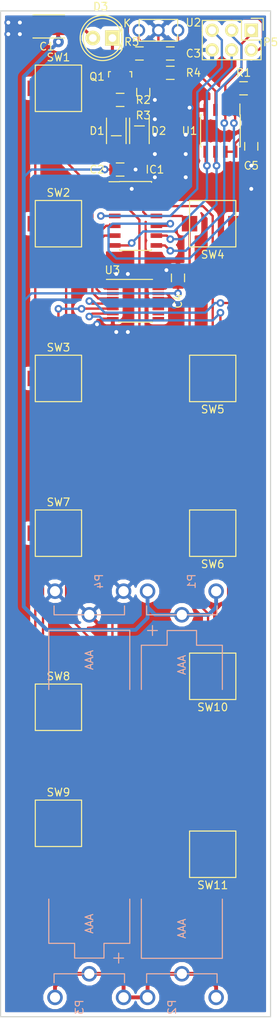
<source format=kicad_pcb>
(kicad_pcb (version 4) (host pcbnew 4.0.4+e1-6308~48~ubuntu14.04.1-stable)

  (general
    (links 96)
    (no_connects 0)
    (area 119.924999 34.924999 155.075001 165.075001)
    (thickness 1.6)
    (drawings 34)
    (tracks 363)
    (zones 0)
    (modules 48)
    (nets 29)
  )

  (page A4)
  (layers
    (0 F.Cu signal)
    (31 B.Cu signal)
    (32 B.Adhes user)
    (33 F.Adhes user)
    (34 B.Paste user)
    (35 F.Paste user)
    (36 B.SilkS user)
    (37 F.SilkS user)
    (38 B.Mask user)
    (39 F.Mask user)
    (40 Dwgs.User user hide)
    (41 Cmts.User user)
    (42 Eco1.User user)
    (43 Eco2.User user)
    (44 Edge.Cuts user)
    (45 Margin user)
    (46 B.CrtYd user)
    (47 F.CrtYd user)
    (48 B.Fab user)
    (49 F.Fab user hide)
  )

  (setup
    (last_trace_width 0.25)
    (user_trace_width 0.25)
    (user_trace_width 0.3)
    (user_trace_width 0.4)
    (user_trace_width 0.5)
    (trace_clearance 0.25)
    (zone_clearance 0.508)
    (zone_45_only no)
    (trace_min 0.25)
    (segment_width 0.2)
    (edge_width 0.15)
    (via_size 1)
    (via_drill 0.5)
    (via_min_size 1)
    (via_min_drill 0.5)
    (user_via 1 0.5)
    (user_via 1.4 0.6)
    (uvia_size 0.3)
    (uvia_drill 0.1)
    (uvias_allowed no)
    (uvia_min_size 0.2)
    (uvia_min_drill 0.1)
    (pcb_text_width 0.3)
    (pcb_text_size 1.5 1.5)
    (mod_edge_width 0.15)
    (mod_text_size 1 1)
    (mod_text_width 0.15)
    (pad_size 1.016 1.016)
    (pad_drill 0.508)
    (pad_to_mask_clearance 0.2)
    (aux_axis_origin 0 0)
    (visible_elements FFFFFF7F)
    (pcbplotparams
      (layerselection 0x00020_80000001)
      (usegerberextensions false)
      (excludeedgelayer true)
      (linewidth 0.100000)
      (plotframeref false)
      (viasonmask false)
      (mode 1)
      (useauxorigin false)
      (hpglpennumber 1)
      (hpglpenspeed 20)
      (hpglpendiameter 15)
      (hpglpenoverlay 2)
      (psnegative false)
      (psa4output false)
      (plotreference true)
      (plotvalue true)
      (plotinvisibletext false)
      (padsonsilk false)
      (subtractmaskfromsilk false)
      (outputformat 1)
      (mirror false)
      (drillshape 0)
      (scaleselection 1)
      (outputdirectory ""))
  )

  (net 0 "")
  (net 1 +BATT)
  (net 2 GND)
  (net 3 "Net-(C3-Pad1)")
  (net 4 "Net-(D1-Pad1)")
  (net 5 "Net-(D1-Pad2)")
  (net 6 "Net-(D3-Pad1)")
  (net 7 /~RST~)
  (net 8 /MOSI)
  (net 9 /MISO)
  (net 10 /SCK)
  (net 11 "Net-(P2-Pad1)")
  (net 12 "Net-(Q1-Pad2)")
  (net 13 /~CS~)
  (net 14 /IR_TRANSMIT)
  (net 15 /IR_RECV)
  (net 16 /BTN_COL1)
  (net 17 /BTN_ROW1)
  (net 18 /BTN_ROW2)
  (net 19 /BTN_ROW3)
  (net 20 /BTN_COL2)
  (net 21 /BTN_COL3)
  (net 22 /BTN_COL4)
  (net 23 /S0)
  (net 24 /S1)
  (net 25 "Net-(U3-Pad9)")
  (net 26 "Net-(U3-Pad10)")
  (net 27 "Net-(U3-Pad11)")
  (net 28 "Net-(U3-Pad12)")

  (net_class Default "This is the default net class."
    (clearance 0.25)
    (trace_width 0.25)
    (via_dia 1)
    (via_drill 0.5)
    (uvia_dia 0.3)
    (uvia_drill 0.1)
    (add_net +BATT)
    (add_net /BTN_COL1)
    (add_net /BTN_COL2)
    (add_net /BTN_COL3)
    (add_net /BTN_COL4)
    (add_net /BTN_ROW1)
    (add_net /BTN_ROW2)
    (add_net /BTN_ROW3)
    (add_net /IR_RECV)
    (add_net /IR_TRANSMIT)
    (add_net /MISO)
    (add_net /MOSI)
    (add_net /S0)
    (add_net /S1)
    (add_net /SCK)
    (add_net /~CS~)
    (add_net /~RST~)
    (add_net GND)
    (add_net "Net-(C3-Pad1)")
    (add_net "Net-(D1-Pad1)")
    (add_net "Net-(D1-Pad2)")
    (add_net "Net-(D3-Pad1)")
    (add_net "Net-(P2-Pad1)")
    (add_net "Net-(Q1-Pad2)")
    (add_net "Net-(U3-Pad10)")
    (add_net "Net-(U3-Pad11)")
    (add_net "Net-(U3-Pad12)")
    (add_net "Net-(U3-Pad9)")
  )

  (module GiraffeTech-Maxim:VIA-20MIL (layer F.Cu) (tedit 581A13B2) (tstamp 581A179A)
    (at 136.5 76.5)
    (fp_text reference REF** (at 0 0.8) (layer F.SilkS) hide
      (effects (font (size 0.2 0.2) (thickness 0.05)))
    )
    (fp_text value VIA-20MIL (at 0 -0.8) (layer F.Fab) hide
      (effects (font (size 0.2 0.2) (thickness 0.05)))
    )
    (pad 1 thru_hole circle (at 0 0) (size 1.016 1.016) (drill 0.508) (layers *.Cu)
      (net 2 GND) (zone_connect 2))
  )

  (module GiraffeTech-Maxim:VIA-20MIL (layer F.Cu) (tedit 581A13B2) (tstamp 581A1796)
    (at 135 76.5)
    (fp_text reference REF** (at 0 0.8) (layer F.SilkS) hide
      (effects (font (size 0.2 0.2) (thickness 0.05)))
    )
    (fp_text value VIA-20MIL (at 0 -0.8) (layer F.Fab) hide
      (effects (font (size 0.2 0.2) (thickness 0.05)))
    )
    (pad 1 thru_hole circle (at 0 0) (size 1.016 1.016) (drill 0.508) (layers *.Cu)
      (net 2 GND) (zone_connect 2))
  )

  (module GiraffeTech-Maxim:VIA-20MIL (layer F.Cu) (tedit 581A13B2) (tstamp 581A1791)
    (at 136.5 69)
    (fp_text reference REF** (at 0 0.8) (layer F.SilkS) hide
      (effects (font (size 0.2 0.2) (thickness 0.05)))
    )
    (fp_text value VIA-20MIL (at 0 -0.8) (layer F.Fab) hide
      (effects (font (size 0.2 0.2) (thickness 0.05)))
    )
    (pad 1 thru_hole circle (at 0 0) (size 1.016 1.016) (drill 0.508) (layers *.Cu)
      (net 2 GND) (zone_connect 2))
  )

  (module GiraffeTech-Maxim:VIA-20MIL (layer F.Cu) (tedit 581A13B2) (tstamp 581A178B)
    (at 152.5 58)
    (fp_text reference REF** (at 0 0.8) (layer F.SilkS) hide
      (effects (font (size 0.2 0.2) (thickness 0.05)))
    )
    (fp_text value VIA-20MIL (at 0 -0.8) (layer F.Fab) hide
      (effects (font (size 0.2 0.2) (thickness 0.05)))
    )
    (pad 1 thru_hole circle (at 0 0) (size 1.016 1.016) (drill 0.508) (layers *.Cu)
      (net 2 GND) (zone_connect 2))
  )

  (module GiraffeTech-Maxim:VIA-20MIL (layer F.Cu) (tedit 581A13B2) (tstamp 581A1780)
    (at 144 56.5)
    (fp_text reference REF** (at 0 0.8) (layer F.SilkS) hide
      (effects (font (size 0.2 0.2) (thickness 0.05)))
    )
    (fp_text value VIA-20MIL (at 0 -0.8) (layer F.Fab) hide
      (effects (font (size 0.2 0.2) (thickness 0.05)))
    )
    (pad 1 thru_hole circle (at 0 0) (size 1.016 1.016) (drill 0.508) (layers *.Cu)
      (net 2 GND) (zone_connect 2))
  )

  (module GiraffeTech-Maxim:VIA-20MIL (layer F.Cu) (tedit 581A13B2) (tstamp 581A176D)
    (at 144 53.5)
    (fp_text reference REF** (at 0 0.8) (layer F.SilkS) hide
      (effects (font (size 0.2 0.2) (thickness 0.05)))
    )
    (fp_text value VIA-20MIL (at 0 -0.8) (layer F.Fab) hide
      (effects (font (size 0.2 0.2) (thickness 0.05)))
    )
    (pad 1 thru_hole circle (at 0 0) (size 1.016 1.016) (drill 0.508) (layers *.Cu)
      (net 2 GND) (zone_connect 2))
  )

  (module GiraffeTech-Maxim:VIA-20MIL (layer F.Cu) (tedit 581A13B2) (tstamp 581A1765)
    (at 144 51)
    (fp_text reference REF** (at 0 0.8) (layer F.SilkS) hide
      (effects (font (size 0.2 0.2) (thickness 0.05)))
    )
    (fp_text value VIA-20MIL (at 0 -0.8) (layer F.Fab) hide
      (effects (font (size 0.2 0.2) (thickness 0.05)))
    )
    (pad 1 thru_hole circle (at 0 0) (size 1.016 1.016) (drill 0.508) (layers *.Cu)
      (net 2 GND) (zone_connect 2))
  )

  (module GiraffeTech-Maxim:VIA-20MIL (layer F.Cu) (tedit 581A13B2) (tstamp 581A1761)
    (at 140 53.5)
    (fp_text reference REF** (at 0 0.8) (layer F.SilkS) hide
      (effects (font (size 0.2 0.2) (thickness 0.05)))
    )
    (fp_text value VIA-20MIL (at 0 -0.8) (layer F.Fab) hide
      (effects (font (size 0.2 0.2) (thickness 0.05)))
    )
    (pad 1 thru_hole circle (at 0 0) (size 1.016 1.016) (drill 0.508) (layers *.Cu)
      (net 2 GND) (zone_connect 2))
  )

  (module GiraffeTech-Maxim:VIA-20MIL (layer F.Cu) (tedit 581A13B2) (tstamp 581A175D)
    (at 140 51)
    (fp_text reference REF** (at 0 0.8) (layer F.SilkS) hide
      (effects (font (size 0.2 0.2) (thickness 0.05)))
    )
    (fp_text value VIA-20MIL (at 0 -0.8) (layer F.Fab) hide
      (effects (font (size 0.2 0.2) (thickness 0.05)))
    )
    (pad 1 thru_hole circle (at 0 0) (size 1.016 1.016) (drill 0.508) (layers *.Cu)
      (net 2 GND) (zone_connect 2))
  )

  (module GiraffeTech-Maxim:VIA-20MIL (layer F.Cu) (tedit 581A13B2) (tstamp 581A1759)
    (at 137 58)
    (fp_text reference REF** (at 0 0.8) (layer F.SilkS) hide
      (effects (font (size 0.2 0.2) (thickness 0.05)))
    )
    (fp_text value VIA-20MIL (at 0 -0.8) (layer F.Fab) hide
      (effects (font (size 0.2 0.2) (thickness 0.05)))
    )
    (pad 1 thru_hole circle (at 0 0) (size 1.016 1.016) (drill 0.508) (layers *.Cu)
      (net 2 GND) (zone_connect 2))
  )

  (module GiraffeTech-Maxim:VIA-20MIL (layer F.Cu) (tedit 581A13B2) (tstamp 581A173F)
    (at 121 36.5)
    (fp_text reference REF** (at 0 0.8) (layer F.SilkS) hide
      (effects (font (size 0.2 0.2) (thickness 0.05)))
    )
    (fp_text value VIA-20MIL (at 0 -0.8) (layer F.Fab) hide
      (effects (font (size 0.2 0.2) (thickness 0.05)))
    )
    (pad 1 thru_hole circle (at 0 0) (size 1.016 1.016) (drill 0.508) (layers *.Cu)
      (net 2 GND) (zone_connect 2))
  )

  (module GiraffeTech-Maxim:VIA-20MIL (layer F.Cu) (tedit 581A13B2) (tstamp 581A172C)
    (at 121 38)
    (fp_text reference REF** (at 0 0.8) (layer F.SilkS) hide
      (effects (font (size 0.2 0.2) (thickness 0.05)))
    )
    (fp_text value VIA-20MIL (at 0 -0.8) (layer F.Fab) hide
      (effects (font (size 0.2 0.2) (thickness 0.05)))
    )
    (pad 1 thru_hole circle (at 0 0) (size 1.016 1.016) (drill 0.508) (layers *.Cu)
      (net 2 GND) (zone_connect 2))
  )

  (module GiraffeTech-Maxim:VIA-20MIL (layer F.Cu) (tedit 581A13B2) (tstamp 581A1728)
    (at 122.5 38)
    (fp_text reference REF** (at 0 0.8) (layer F.SilkS) hide
      (effects (font (size 0.2 0.2) (thickness 0.05)))
    )
    (fp_text value VIA-20MIL (at 0 -0.8) (layer F.Fab) hide
      (effects (font (size 0.2 0.2) (thickness 0.05)))
    )
    (pad 1 thru_hole circle (at 0 0) (size 1.016 1.016) (drill 0.508) (layers *.Cu)
      (net 2 GND) (zone_connect 2))
  )

  (module GiraffeTech-Passive:C_0805 (layer F.Cu) (tedit 57F13BFD) (tstamp 580DEA89)
    (at 135.5 55.5)
    (descr "Capacitor SMD 0805, reflow soldering, AVX (see smccp.pdf)")
    (tags "capacitor 0805")
    (path /5803564F)
    (attr smd)
    (fp_text reference C2 (at -3 0) (layer F.SilkS)
      (effects (font (size 1 1) (thickness 0.15)))
    )
    (fp_text value 0.1uF (at 0 2.1) (layer F.Fab)
      (effects (font (size 1 1) (thickness 0.15)))
    )
    (fp_line (start -1.8 -1) (end 1.8 -1) (layer F.CrtYd) (width 0.05))
    (fp_line (start -1.8 1) (end 1.8 1) (layer F.CrtYd) (width 0.05))
    (fp_line (start -1.8 -1) (end -1.8 1) (layer F.CrtYd) (width 0.05))
    (fp_line (start 1.8 -1) (end 1.8 1) (layer F.CrtYd) (width 0.05))
    (fp_line (start 0.5 -0.85) (end -0.5 -0.85) (layer F.SilkS) (width 0.15))
    (fp_line (start -0.5 0.85) (end 0.5 0.85) (layer F.SilkS) (width 0.15))
    (pad 1 smd rect (at -0.925 0) (size 0.95 1.4) (layers F.Cu F.Paste F.Mask)
      (net 1 +BATT))
    (pad 2 smd rect (at 0.925 0) (size 0.95 1.4) (layers F.Cu F.Paste F.Mask)
      (net 2 GND))
    (model Capacitors_SMD.3dshapes/C_0805.wrl
      (at (xyz 0 0 0))
      (scale (xyz 1 1 1))
      (rotate (xyz 0 0 0))
    )
  )

  (module GiraffeTech-Passive:C_0805 (layer F.Cu) (tedit 57F13BFD) (tstamp 580DEA8F)
    (at 142 40.5 180)
    (descr "Capacitor SMD 0805, reflow soldering, AVX (see smccp.pdf)")
    (tags "capacitor 0805")
    (path /58047FA0)
    (attr smd)
    (fp_text reference C3 (at -3 0 180) (layer F.SilkS)
      (effects (font (size 1 1) (thickness 0.15)))
    )
    (fp_text value 4.7uF (at 0 2.1 180) (layer F.Fab)
      (effects (font (size 1 1) (thickness 0.15)))
    )
    (fp_line (start -1.8 -1) (end 1.8 -1) (layer F.CrtYd) (width 0.05))
    (fp_line (start -1.8 1) (end 1.8 1) (layer F.CrtYd) (width 0.05))
    (fp_line (start -1.8 -1) (end -1.8 1) (layer F.CrtYd) (width 0.05))
    (fp_line (start 1.8 -1) (end 1.8 1) (layer F.CrtYd) (width 0.05))
    (fp_line (start 0.5 -0.85) (end -0.5 -0.85) (layer F.SilkS) (width 0.15))
    (fp_line (start -0.5 0.85) (end 0.5 0.85) (layer F.SilkS) (width 0.15))
    (pad 1 smd rect (at -0.925 0 180) (size 0.95 1.4) (layers F.Cu F.Paste F.Mask)
      (net 3 "Net-(C3-Pad1)"))
    (pad 2 smd rect (at 0.925 0 180) (size 0.95 1.4) (layers F.Cu F.Paste F.Mask)
      (net 2 GND))
    (model Capacitors_SMD.3dshapes/C_0805.wrl
      (at (xyz 0 0 0))
      (scale (xyz 1 1 1))
      (rotate (xyz 0 0 0))
    )
  )

  (module GiraffeTech-Diode:SOD80 (layer F.Cu) (tedit 580DE3D5) (tstamp 580DEA98)
    (at 135 50.5 90)
    (path /58039AB9)
    (fp_text reference D1 (at 0 -2.5 360) (layer F.SilkS)
      (effects (font (size 1 1) (thickness 0.15)))
    )
    (fp_text value 1N4148 (at 0 -2.54 90) (layer F.Fab)
      (effects (font (size 1 1) (thickness 0.15)))
    )
    (fp_line (start -0.635 -0.635) (end -0.635 0.635) (layer F.SilkS) (width 0.15))
    (fp_line (start -1.65 1.27) (end 1.65 1.27) (layer F.SilkS) (width 0.15))
    (fp_line (start -1.65 -1.27) (end 1.65 -1.27) (layer F.SilkS) (width 0.15))
    (pad 1 smd rect (at -1.65 0 90) (size 1.1 1.65) (layers F.Cu F.Paste F.Mask)
      (net 4 "Net-(D1-Pad1)"))
    (pad 2 smd rect (at 1.65 0 90) (size 1.1 1.65) (layers F.Cu F.Paste F.Mask)
      (net 5 "Net-(D1-Pad2)"))
    (model Diodes_SMD.3dshapes/MiniMELF_Standard.wrl
      (at (xyz 0 0 0))
      (scale (xyz 0.4 0.4 0.4))
      (rotate (xyz 0 0 0))
    )
  )

  (module GiraffeTech-Diode:SOD80 (layer F.Cu) (tedit 580DE3D5) (tstamp 580DEAA1)
    (at 138 50.5 270)
    (path /58039B17)
    (fp_text reference D2 (at 0 -2.5 360) (layer F.SilkS)
      (effects (font (size 1 1) (thickness 0.15)))
    )
    (fp_text value 1N4148 (at 0 -2.54 270) (layer F.Fab)
      (effects (font (size 1 1) (thickness 0.15)))
    )
    (fp_line (start -0.635 -0.635) (end -0.635 0.635) (layer F.SilkS) (width 0.15))
    (fp_line (start -1.65 1.27) (end 1.65 1.27) (layer F.SilkS) (width 0.15))
    (fp_line (start -1.65 -1.27) (end 1.65 -1.27) (layer F.SilkS) (width 0.15))
    (pad 1 smd rect (at -1.65 0 270) (size 1.1 1.65) (layers F.Cu F.Paste F.Mask)
      (net 2 GND))
    (pad 2 smd rect (at 1.65 0 270) (size 1.1 1.65) (layers F.Cu F.Paste F.Mask)
      (net 4 "Net-(D1-Pad1)"))
    (model Diodes_SMD.3dshapes/MiniMELF_Standard.wrl
      (at (xyz 0 0 0))
      (scale (xyz 0.4 0.4 0.4))
      (rotate (xyz 0 0 0))
    )
  )

  (module Housings_SOIC:SOIC-14_3.9x8.7mm_Pitch1.27mm (layer F.Cu) (tedit 574D9791) (tstamp 580DEAB9)
    (at 137.5 61.5)
    (descr "14-Lead Plastic Small Outline (SL) - Narrow, 3.90 mm Body [SOIC] (see Microchip Packaging Specification 00000049BS.pdf)")
    (tags "SOIC 1.27")
    (path /5802460C)
    (attr smd)
    (fp_text reference IC1 (at 2.5 -6) (layer F.SilkS)
      (effects (font (size 1 1) (thickness 0.15)))
    )
    (fp_text value ATTINY24A-SS (at 0 5.375) (layer F.Fab)
      (effects (font (size 1 1) (thickness 0.15)))
    )
    (fp_line (start -0.95 -4.35) (end 1.95 -4.35) (layer F.Fab) (width 0.15))
    (fp_line (start 1.95 -4.35) (end 1.95 4.35) (layer F.Fab) (width 0.15))
    (fp_line (start 1.95 4.35) (end -1.95 4.35) (layer F.Fab) (width 0.15))
    (fp_line (start -1.95 4.35) (end -1.95 -3.35) (layer F.Fab) (width 0.15))
    (fp_line (start -1.95 -3.35) (end -0.95 -4.35) (layer F.Fab) (width 0.15))
    (fp_line (start -3.7 -4.65) (end -3.7 4.65) (layer F.CrtYd) (width 0.05))
    (fp_line (start 3.7 -4.65) (end 3.7 4.65) (layer F.CrtYd) (width 0.05))
    (fp_line (start -3.7 -4.65) (end 3.7 -4.65) (layer F.CrtYd) (width 0.05))
    (fp_line (start -3.7 4.65) (end 3.7 4.65) (layer F.CrtYd) (width 0.05))
    (fp_line (start -2.075 -4.45) (end -2.075 -4.425) (layer F.SilkS) (width 0.15))
    (fp_line (start 2.075 -4.45) (end 2.075 -4.335) (layer F.SilkS) (width 0.15))
    (fp_line (start 2.075 4.45) (end 2.075 4.335) (layer F.SilkS) (width 0.15))
    (fp_line (start -2.075 4.45) (end -2.075 4.335) (layer F.SilkS) (width 0.15))
    (fp_line (start -2.075 -4.45) (end 2.075 -4.45) (layer F.SilkS) (width 0.15))
    (fp_line (start -2.075 4.45) (end 2.075 4.45) (layer F.SilkS) (width 0.15))
    (fp_line (start -2.075 -4.425) (end -3.45 -4.425) (layer F.SilkS) (width 0.15))
    (pad 1 smd rect (at -2.7 -3.81) (size 1.5 0.6) (layers F.Cu F.Paste F.Mask)
      (net 1 +BATT))
    (pad 2 smd rect (at -2.7 -2.54) (size 1.5 0.6) (layers F.Cu F.Paste F.Mask)
      (net 14 /IR_TRANSMIT))
    (pad 3 smd rect (at -2.7 -1.27) (size 1.5 0.6) (layers F.Cu F.Paste F.Mask)
      (net 19 /BTN_ROW3))
    (pad 4 smd rect (at -2.7 0) (size 1.5 0.6) (layers F.Cu F.Paste F.Mask)
      (net 7 /~RST~))
    (pad 5 smd rect (at -2.7 1.27) (size 1.5 0.6) (layers F.Cu F.Paste F.Mask)
      (net 24 /S1))
    (pad 6 smd rect (at -2.7 2.54) (size 1.5 0.6) (layers F.Cu F.Paste F.Mask)
      (net 23 /S0))
    (pad 7 smd rect (at -2.7 3.81) (size 1.5 0.6) (layers F.Cu F.Paste F.Mask)
      (net 8 /MOSI))
    (pad 8 smd rect (at 2.7 3.81) (size 1.5 0.6) (layers F.Cu F.Paste F.Mask)
      (net 9 /MISO))
    (pad 9 smd rect (at 2.7 2.54) (size 1.5 0.6) (layers F.Cu F.Paste F.Mask)
      (net 10 /SCK))
    (pad 10 smd rect (at 2.7 1.27) (size 1.5 0.6) (layers F.Cu F.Paste F.Mask)
      (net 13 /~CS~))
    (pad 11 smd rect (at 2.7 0) (size 1.5 0.6) (layers F.Cu F.Paste F.Mask)
      (net 17 /BTN_ROW1))
    (pad 12 smd rect (at 2.7 -1.27) (size 1.5 0.6) (layers F.Cu F.Paste F.Mask)
      (net 18 /BTN_ROW2))
    (pad 13 smd rect (at 2.7 -2.54) (size 1.5 0.6) (layers F.Cu F.Paste F.Mask)
      (net 15 /IR_RECV))
    (pad 14 smd rect (at 2.7 -3.81) (size 1.5 0.6) (layers F.Cu F.Paste F.Mask)
      (net 2 GND))
    (model Housings_SOIC.3dshapes/SOIC-14_3.9x8.7mm_Pitch1.27mm.wrl
      (at (xyz 0 0 0))
      (scale (xyz 1 1 1))
      (rotate (xyz 0 0 0))
    )
  )

  (module Pin_Headers:Pin_Header_Straight_2x03 (layer F.Cu) (tedit 54EA0A4B) (tstamp 580DEAED)
    (at 152.5 37.5 270)
    (descr "Through hole pin header")
    (tags "pin header")
    (path /5803C3DB)
    (fp_text reference P5 (at 1.54 -2.5 540) (layer F.SilkS)
      (effects (font (size 1 1) (thickness 0.15)))
    )
    (fp_text value ICSP (at 0 -3.1 270) (layer F.Fab)
      (effects (font (size 1 1) (thickness 0.15)))
    )
    (fp_line (start -1.27 1.27) (end -1.27 6.35) (layer F.SilkS) (width 0.15))
    (fp_line (start -1.55 -1.55) (end 0 -1.55) (layer F.SilkS) (width 0.15))
    (fp_line (start -1.75 -1.75) (end -1.75 6.85) (layer F.CrtYd) (width 0.05))
    (fp_line (start 4.3 -1.75) (end 4.3 6.85) (layer F.CrtYd) (width 0.05))
    (fp_line (start -1.75 -1.75) (end 4.3 -1.75) (layer F.CrtYd) (width 0.05))
    (fp_line (start -1.75 6.85) (end 4.3 6.85) (layer F.CrtYd) (width 0.05))
    (fp_line (start 1.27 -1.27) (end 1.27 1.27) (layer F.SilkS) (width 0.15))
    (fp_line (start 1.27 1.27) (end -1.27 1.27) (layer F.SilkS) (width 0.15))
    (fp_line (start -1.27 6.35) (end 3.81 6.35) (layer F.SilkS) (width 0.15))
    (fp_line (start 3.81 6.35) (end 3.81 1.27) (layer F.SilkS) (width 0.15))
    (fp_line (start -1.55 -1.55) (end -1.55 0) (layer F.SilkS) (width 0.15))
    (fp_line (start 3.81 -1.27) (end 1.27 -1.27) (layer F.SilkS) (width 0.15))
    (fp_line (start 3.81 1.27) (end 3.81 -1.27) (layer F.SilkS) (width 0.15))
    (pad 1 thru_hole rect (at 0 0 270) (size 1.7272 1.7272) (drill 1.016) (layers *.Cu *.Mask F.SilkS)
      (net 9 /MISO))
    (pad 2 thru_hole oval (at 2.54 0 270) (size 1.7272 1.7272) (drill 1.016) (layers *.Cu *.Mask F.SilkS)
      (net 1 +BATT))
    (pad 3 thru_hole oval (at 0 2.54 270) (size 1.7272 1.7272) (drill 1.016) (layers *.Cu *.Mask F.SilkS)
      (net 10 /SCK))
    (pad 4 thru_hole oval (at 2.54 2.54 270) (size 1.7272 1.7272) (drill 1.016) (layers *.Cu *.Mask F.SilkS)
      (net 8 /MOSI))
    (pad 5 thru_hole oval (at 0 5.08 270) (size 1.7272 1.7272) (drill 1.016) (layers *.Cu *.Mask F.SilkS)
      (net 7 /~RST~))
    (pad 6 thru_hole oval (at 2.54 5.08 270) (size 1.7272 1.7272) (drill 1.016) (layers *.Cu *.Mask F.SilkS)
      (net 2 GND))
    (model Pin_Headers.3dshapes/Pin_Header_Straight_2x03.wrl
      (at (xyz 0.05 -0.1 0))
      (scale (xyz 1 1 1))
      (rotate (xyz 0 0 90))
    )
  )

  (module TO_SOT_Packages_SMD:SOT-23 (layer F.Cu) (tedit 553634F8) (tstamp 580DEAF4)
    (at 135.5 43.5)
    (descr "SOT-23, Standard")
    (tags SOT-23)
    (path /580392B3)
    (attr smd)
    (fp_text reference Q1 (at -3 0) (layer F.SilkS)
      (effects (font (size 1 1) (thickness 0.15)))
    )
    (fp_text value MMBT2222ALT1G (at 0 2.3) (layer F.Fab)
      (effects (font (size 1 1) (thickness 0.15)))
    )
    (fp_line (start -1.65 -1.6) (end 1.65 -1.6) (layer F.CrtYd) (width 0.05))
    (fp_line (start 1.65 -1.6) (end 1.65 1.6) (layer F.CrtYd) (width 0.05))
    (fp_line (start 1.65 1.6) (end -1.65 1.6) (layer F.CrtYd) (width 0.05))
    (fp_line (start -1.65 1.6) (end -1.65 -1.6) (layer F.CrtYd) (width 0.05))
    (fp_line (start 1.29916 -0.65024) (end 1.2509 -0.65024) (layer F.SilkS) (width 0.15))
    (fp_line (start -1.49982 0.0508) (end -1.49982 -0.65024) (layer F.SilkS) (width 0.15))
    (fp_line (start -1.49982 -0.65024) (end -1.2509 -0.65024) (layer F.SilkS) (width 0.15))
    (fp_line (start 1.29916 -0.65024) (end 1.49982 -0.65024) (layer F.SilkS) (width 0.15))
    (fp_line (start 1.49982 -0.65024) (end 1.49982 0.0508) (layer F.SilkS) (width 0.15))
    (pad 1 smd rect (at -0.95 1.00076) (size 0.8001 0.8001) (layers F.Cu F.Paste F.Mask)
      (net 5 "Net-(D1-Pad2)"))
    (pad 2 smd rect (at 0.95 1.00076) (size 0.8001 0.8001) (layers F.Cu F.Paste F.Mask)
      (net 12 "Net-(Q1-Pad2)"))
    (pad 3 smd rect (at 0 -0.99822) (size 0.8001 0.8001) (layers F.Cu F.Paste F.Mask)
      (net 6 "Net-(D3-Pad1)"))
    (model TO_SOT_Packages_SMD.3dshapes/SOT-23.wrl
      (at (xyz 0 0 0))
      (scale (xyz 1 1 1))
      (rotate (xyz 0 0 0))
    )
  )

  (module GiraffeTech-Passive:R_0805 (layer F.Cu) (tedit 57FFB295) (tstamp 580DEAFA)
    (at 151.5 45)
    (descr "Resistors SMD 0805, reflow soldering, AVX (see smccp.pdf)")
    (tags "resistor 0805")
    (path /5803C8B3)
    (attr smd)
    (fp_text reference R1 (at 0 -2) (layer F.SilkS)
      (effects (font (size 1 1) (thickness 0.15)))
    )
    (fp_text value 10K (at 0 2) (layer F.Fab)
      (effects (font (size 1 1) (thickness 0.15)))
    )
    (fp_line (start -1.8 -1) (end 1.8 -1) (layer F.CrtYd) (width 0.05))
    (fp_line (start -1.8 1) (end 1.8 1) (layer F.CrtYd) (width 0.05))
    (fp_line (start -1.8 -1) (end -1.8 1) (layer F.CrtYd) (width 0.05))
    (fp_line (start 1.8 -1) (end 1.8 1) (layer F.CrtYd) (width 0.05))
    (fp_line (start 0.5 -0.85) (end -0.5 -0.85) (layer F.SilkS) (width 0.15))
    (fp_line (start -0.5 0.85) (end 0.5 0.85) (layer F.SilkS) (width 0.15))
    (pad 1 smd rect (at -1.05 0) (size 0.9 1.2) (layers F.Cu F.Paste F.Mask)
      (net 13 /~CS~) (solder_mask_margin 0.1))
    (pad 2 smd rect (at 1.05 0) (size 0.9 1.2) (layers F.Cu F.Paste F.Mask)
      (net 1 +BATT) (solder_mask_margin 0.1))
    (model Resistors_SMD.3dshapes/R_0805.wrl
      (at (xyz 0 0 0))
      (scale (xyz 1 1 1))
      (rotate (xyz 0 0 0))
    )
  )

  (module GiraffeTech-Passive:R_0805 (layer F.Cu) (tedit 57FFB295) (tstamp 580DEB00)
    (at 135.5 46.5 180)
    (descr "Resistors SMD 0805, reflow soldering, AVX (see smccp.pdf)")
    (tags "resistor 0805")
    (path /58039D95)
    (attr smd)
    (fp_text reference R2 (at -3 0 180) (layer F.SilkS)
      (effects (font (size 1 1) (thickness 0.15)))
    )
    (fp_text value 1K (at 0 2 180) (layer F.Fab)
      (effects (font (size 1 1) (thickness 0.15)))
    )
    (fp_line (start -1.8 -1) (end 1.8 -1) (layer F.CrtYd) (width 0.05))
    (fp_line (start -1.8 1) (end 1.8 1) (layer F.CrtYd) (width 0.05))
    (fp_line (start -1.8 -1) (end -1.8 1) (layer F.CrtYd) (width 0.05))
    (fp_line (start 1.8 -1) (end 1.8 1) (layer F.CrtYd) (width 0.05))
    (fp_line (start 0.5 -0.85) (end -0.5 -0.85) (layer F.SilkS) (width 0.15))
    (fp_line (start -0.5 0.85) (end 0.5 0.85) (layer F.SilkS) (width 0.15))
    (pad 1 smd rect (at -1.05 0 180) (size 0.9 1.2) (layers F.Cu F.Paste F.Mask)
      (net 5 "Net-(D1-Pad2)") (solder_mask_margin 0.1))
    (pad 2 smd rect (at 1.05 0 180) (size 0.9 1.2) (layers F.Cu F.Paste F.Mask)
      (net 14 /IR_TRANSMIT) (solder_mask_margin 0.1))
    (model Resistors_SMD.3dshapes/R_0805.wrl
      (at (xyz 0 0 0))
      (scale (xyz 1 1 1))
      (rotate (xyz 0 0 0))
    )
  )

  (module GiraffeTech-Passive:R_0805 (layer F.Cu) (tedit 57FFB295) (tstamp 580DEB06)
    (at 138.5 45.5 270)
    (descr "Resistors SMD 0805, reflow soldering, AVX (see smccp.pdf)")
    (tags "resistor 0805")
    (path /580394FD)
    (attr smd)
    (fp_text reference R3 (at 3 0 360) (layer F.SilkS)
      (effects (font (size 1 1) (thickness 0.15)))
    )
    (fp_text value 2.5 (at 0 2 270) (layer F.Fab)
      (effects (font (size 1 1) (thickness 0.15)))
    )
    (fp_line (start -1.8 -1) (end 1.8 -1) (layer F.CrtYd) (width 0.05))
    (fp_line (start -1.8 1) (end 1.8 1) (layer F.CrtYd) (width 0.05))
    (fp_line (start -1.8 -1) (end -1.8 1) (layer F.CrtYd) (width 0.05))
    (fp_line (start 1.8 -1) (end 1.8 1) (layer F.CrtYd) (width 0.05))
    (fp_line (start 0.5 -0.85) (end -0.5 -0.85) (layer F.SilkS) (width 0.15))
    (fp_line (start -0.5 0.85) (end 0.5 0.85) (layer F.SilkS) (width 0.15))
    (pad 1 smd rect (at -1.05 0 270) (size 0.9 1.2) (layers F.Cu F.Paste F.Mask)
      (net 12 "Net-(Q1-Pad2)") (solder_mask_margin 0.1))
    (pad 2 smd rect (at 1.05 0 270) (size 0.9 1.2) (layers F.Cu F.Paste F.Mask)
      (net 2 GND) (solder_mask_margin 0.1))
    (model Resistors_SMD.3dshapes/R_0805.wrl
      (at (xyz 0 0 0))
      (scale (xyz 1 1 1))
      (rotate (xyz 0 0 0))
    )
  )

  (module GiraffeTech-Passive:R_0805 (layer F.Cu) (tedit 57FFB295) (tstamp 580DEB0C)
    (at 142 43)
    (descr "Resistors SMD 0805, reflow soldering, AVX (see smccp.pdf)")
    (tags "resistor 0805")
    (path /58047C0D)
    (attr smd)
    (fp_text reference R4 (at 3 0) (layer F.SilkS)
      (effects (font (size 1 1) (thickness 0.15)))
    )
    (fp_text value 100 (at 0 2) (layer F.Fab)
      (effects (font (size 1 1) (thickness 0.15)))
    )
    (fp_line (start -1.8 -1) (end 1.8 -1) (layer F.CrtYd) (width 0.05))
    (fp_line (start -1.8 1) (end 1.8 1) (layer F.CrtYd) (width 0.05))
    (fp_line (start -1.8 -1) (end -1.8 1) (layer F.CrtYd) (width 0.05))
    (fp_line (start 1.8 -1) (end 1.8 1) (layer F.CrtYd) (width 0.05))
    (fp_line (start 0.5 -0.85) (end -0.5 -0.85) (layer F.SilkS) (width 0.15))
    (fp_line (start -0.5 0.85) (end 0.5 0.85) (layer F.SilkS) (width 0.15))
    (pad 1 smd rect (at -1.05 0) (size 0.9 1.2) (layers F.Cu F.Paste F.Mask)
      (net 1 +BATT) (solder_mask_margin 0.1))
    (pad 2 smd rect (at 1.05 0) (size 0.9 1.2) (layers F.Cu F.Paste F.Mask)
      (net 3 "Net-(C3-Pad1)") (solder_mask_margin 0.1))
    (model Resistors_SMD.3dshapes/R_0805.wrl
      (at (xyz 0 0 0))
      (scale (xyz 1 1 1))
      (rotate (xyz 0 0 0))
    )
  )

  (module GiraffeTech-Passive:R_0805 (layer F.Cu) (tedit 57FFB295) (tstamp 580DEB12)
    (at 138 40.5)
    (descr "Resistors SMD 0805, reflow soldering, AVX (see smccp.pdf)")
    (tags "resistor 0805")
    (path /5804884B)
    (attr smd)
    (fp_text reference R5 (at -1 -1.5) (layer F.SilkS)
      (effects (font (size 1 1) (thickness 0.15)))
    )
    (fp_text value 4.7K (at 0 2) (layer F.Fab)
      (effects (font (size 1 1) (thickness 0.15)))
    )
    (fp_line (start -1.8 -1) (end 1.8 -1) (layer F.CrtYd) (width 0.05))
    (fp_line (start -1.8 1) (end 1.8 1) (layer F.CrtYd) (width 0.05))
    (fp_line (start -1.8 -1) (end -1.8 1) (layer F.CrtYd) (width 0.05))
    (fp_line (start 1.8 -1) (end 1.8 1) (layer F.CrtYd) (width 0.05))
    (fp_line (start 0.5 -0.85) (end -0.5 -0.85) (layer F.SilkS) (width 0.15))
    (fp_line (start -0.5 0.85) (end 0.5 0.85) (layer F.SilkS) (width 0.15))
    (pad 1 smd rect (at -1.05 0) (size 0.9 1.2) (layers F.Cu F.Paste F.Mask)
      (net 1 +BATT) (solder_mask_margin 0.1))
    (pad 2 smd rect (at 1.05 0) (size 0.9 1.2) (layers F.Cu F.Paste F.Mask)
      (net 15 /IR_RECV) (solder_mask_margin 0.1))
    (model Resistors_SMD.3dshapes/R_0805.wrl
      (at (xyz 0 0 0))
      (scale (xyz 1 1 1))
      (rotate (xyz 0 0 0))
    )
  )

  (module Housings_SOIC:SOIC-8_3.9x4.9mm_Pitch1.27mm (layer F.Cu) (tedit 54130A77) (tstamp 580DEB60)
    (at 148.5 50.5 270)
    (descr "8-Lead Plastic Small Outline (SN) - Narrow, 3.90 mm Body [SOIC] (see Microchip Packaging Specification 00000049BS.pdf)")
    (tags "SOIC 1.27")
    (path /58035376)
    (attr smd)
    (fp_text reference U1 (at 0 4 360) (layer F.SilkS)
      (effects (font (size 1 1) (thickness 0.15)))
    )
    (fp_text value AT25_EEPROM (at 0 3.5 270) (layer F.Fab)
      (effects (font (size 1 1) (thickness 0.15)))
    )
    (fp_line (start -0.95 -2.45) (end 1.95 -2.45) (layer F.Fab) (width 0.15))
    (fp_line (start 1.95 -2.45) (end 1.95 2.45) (layer F.Fab) (width 0.15))
    (fp_line (start 1.95 2.45) (end -1.95 2.45) (layer F.Fab) (width 0.15))
    (fp_line (start -1.95 2.45) (end -1.95 -1.45) (layer F.Fab) (width 0.15))
    (fp_line (start -1.95 -1.45) (end -0.95 -2.45) (layer F.Fab) (width 0.15))
    (fp_line (start -3.75 -2.75) (end -3.75 2.75) (layer F.CrtYd) (width 0.05))
    (fp_line (start 3.75 -2.75) (end 3.75 2.75) (layer F.CrtYd) (width 0.05))
    (fp_line (start -3.75 -2.75) (end 3.75 -2.75) (layer F.CrtYd) (width 0.05))
    (fp_line (start -3.75 2.75) (end 3.75 2.75) (layer F.CrtYd) (width 0.05))
    (fp_line (start -2.075 -2.575) (end -2.075 -2.525) (layer F.SilkS) (width 0.15))
    (fp_line (start 2.075 -2.575) (end 2.075 -2.43) (layer F.SilkS) (width 0.15))
    (fp_line (start 2.075 2.575) (end 2.075 2.43) (layer F.SilkS) (width 0.15))
    (fp_line (start -2.075 2.575) (end -2.075 2.43) (layer F.SilkS) (width 0.15))
    (fp_line (start -2.075 -2.575) (end 2.075 -2.575) (layer F.SilkS) (width 0.15))
    (fp_line (start -2.075 2.575) (end 2.075 2.575) (layer F.SilkS) (width 0.15))
    (fp_line (start -2.075 -2.525) (end -3.475 -2.525) (layer F.SilkS) (width 0.15))
    (pad 1 smd rect (at -2.7 -1.905 270) (size 1.55 0.6) (layers F.Cu F.Paste F.Mask)
      (net 13 /~CS~))
    (pad 2 smd rect (at -2.7 -0.635 270) (size 1.55 0.6) (layers F.Cu F.Paste F.Mask)
      (net 9 /MISO))
    (pad 3 smd rect (at -2.7 0.635 270) (size 1.55 0.6) (layers F.Cu F.Paste F.Mask)
      (net 1 +BATT))
    (pad 4 smd rect (at -2.7 1.905 270) (size 1.55 0.6) (layers F.Cu F.Paste F.Mask)
      (net 2 GND))
    (pad 5 smd rect (at 2.7 1.905 270) (size 1.55 0.6) (layers F.Cu F.Paste F.Mask)
      (net 8 /MOSI))
    (pad 6 smd rect (at 2.7 0.635 270) (size 1.55 0.6) (layers F.Cu F.Paste F.Mask)
      (net 10 /SCK))
    (pad 7 smd rect (at 2.7 -0.635 270) (size 1.55 0.6) (layers F.Cu F.Paste F.Mask)
      (net 1 +BATT))
    (pad 8 smd rect (at 2.7 -1.905 270) (size 1.55 0.6) (layers F.Cu F.Paste F.Mask)
      (net 1 +BATT))
    (model Housings_SOIC.3dshapes/SOIC-8_3.9x4.9mm_Pitch1.27mm.wrl
      (at (xyz 0 0 0))
      (scale (xyz 1 1 1))
      (rotate (xyz 0 0 0))
    )
  )

  (module GiraffeTech-Vishay:TSMP58000 (layer F.Cu) (tedit 580DE4FF) (tstamp 580DEB6B)
    (at 140.46 37.5)
    (path /58044F32)
    (fp_text reference U2 (at 4.54 -1) (layer F.SilkS)
      (effects (font (size 1 1) (thickness 0.15)))
    )
    (fp_text value TSMP58000 (at 0 -2.54) (layer F.Fab)
      (effects (font (size 1 1) (thickness 0.15)))
    )
    (fp_line (start -2.5 1.4) (end -2.5 -1.4) (layer F.SilkS) (width 0.15))
    (fp_line (start 2.5 1.4) (end -2.5 1.4) (layer F.SilkS) (width 0.15))
    (fp_line (start 2.5 -1.4) (end 2.5 1.4) (layer F.SilkS) (width 0.15))
    (fp_line (start -2.5 -1.4) (end 2.5 -1.4) (layer F.SilkS) (width 0.15))
    (pad 1 thru_hole circle (at -2.54 0) (size 1.65 1.65) (drill 1.05) (layers *.Cu *.Mask)
      (net 15 /IR_RECV))
    (pad 2 thru_hole circle (at 0 0) (size 1.65 1.65) (drill 1.05) (layers *.Cu *.Mask)
      (net 2 GND))
    (pad 3 thru_hole circle (at 2.54 0) (size 1.65 1.65) (drill 1.05) (layers *.Cu *.Mask)
      (net 3 "Net-(C3-Pad1)"))
  )

  (module Housings_SSOP:TSSOP-16_4.4x5mm_Pitch0.65mm (layer F.Cu) (tedit 54130A77) (tstamp 580DEB7F)
    (at 137.5 72.5)
    (descr "16-Lead Plastic Thin Shrink Small Outline (ST)-4.4 mm Body [TSSOP] (see Microchip Packaging Specification 00000049BS.pdf)")
    (tags "SSOP 0.65")
    (path /5803B0F3)
    (attr smd)
    (fp_text reference U3 (at -3 -4) (layer F.SilkS)
      (effects (font (size 1 1) (thickness 0.15)))
    )
    (fp_text value 74LS139 (at 0 3.55) (layer F.Fab)
      (effects (font (size 1 1) (thickness 0.15)))
    )
    (fp_line (start -1.2 -2.5) (end 2.2 -2.5) (layer F.Fab) (width 0.15))
    (fp_line (start 2.2 -2.5) (end 2.2 2.5) (layer F.Fab) (width 0.15))
    (fp_line (start 2.2 2.5) (end -2.2 2.5) (layer F.Fab) (width 0.15))
    (fp_line (start -2.2 2.5) (end -2.2 -1.5) (layer F.Fab) (width 0.15))
    (fp_line (start -2.2 -1.5) (end -1.2 -2.5) (layer F.Fab) (width 0.15))
    (fp_line (start -3.95 -2.9) (end -3.95 2.8) (layer F.CrtYd) (width 0.05))
    (fp_line (start 3.95 -2.9) (end 3.95 2.8) (layer F.CrtYd) (width 0.05))
    (fp_line (start -3.95 -2.9) (end 3.95 -2.9) (layer F.CrtYd) (width 0.05))
    (fp_line (start -3.95 2.8) (end 3.95 2.8) (layer F.CrtYd) (width 0.05))
    (fp_line (start -2.2 2.725) (end 2.2 2.725) (layer F.SilkS) (width 0.15))
    (fp_line (start -3.775 -2.8) (end 2.2 -2.8) (layer F.SilkS) (width 0.15))
    (pad 1 smd rect (at -2.95 -2.275) (size 1.5 0.45) (layers F.Cu F.Paste F.Mask)
      (net 2 GND))
    (pad 2 smd rect (at -2.95 -1.625) (size 1.5 0.45) (layers F.Cu F.Paste F.Mask)
      (net 23 /S0))
    (pad 3 smd rect (at -2.95 -0.975) (size 1.5 0.45) (layers F.Cu F.Paste F.Mask)
      (net 24 /S1))
    (pad 4 smd rect (at -2.95 -0.325) (size 1.5 0.45) (layers F.Cu F.Paste F.Mask)
      (net 16 /BTN_COL1))
    (pad 5 smd rect (at -2.95 0.325) (size 1.5 0.45) (layers F.Cu F.Paste F.Mask)
      (net 20 /BTN_COL2))
    (pad 6 smd rect (at -2.95 0.975) (size 1.5 0.45) (layers F.Cu F.Paste F.Mask)
      (net 21 /BTN_COL3))
    (pad 7 smd rect (at -2.95 1.625) (size 1.5 0.45) (layers F.Cu F.Paste F.Mask)
      (net 22 /BTN_COL4))
    (pad 8 smd rect (at -2.95 2.275) (size 1.5 0.45) (layers F.Cu F.Paste F.Mask)
      (net 2 GND))
    (pad 9 smd rect (at 2.95 2.275) (size 1.5 0.45) (layers F.Cu F.Paste F.Mask)
      (net 25 "Net-(U3-Pad9)"))
    (pad 10 smd rect (at 2.95 1.625) (size 1.5 0.45) (layers F.Cu F.Paste F.Mask)
      (net 26 "Net-(U3-Pad10)"))
    (pad 11 smd rect (at 2.95 0.975) (size 1.5 0.45) (layers F.Cu F.Paste F.Mask)
      (net 27 "Net-(U3-Pad11)"))
    (pad 12 smd rect (at 2.95 0.325) (size 1.5 0.45) (layers F.Cu F.Paste F.Mask)
      (net 28 "Net-(U3-Pad12)"))
    (pad 13 smd rect (at 2.95 -0.325) (size 1.5 0.45) (layers F.Cu F.Paste F.Mask)
      (net 2 GND))
    (pad 14 smd rect (at 2.95 -0.975) (size 1.5 0.45) (layers F.Cu F.Paste F.Mask)
      (net 2 GND))
    (pad 15 smd rect (at 2.95 -1.625) (size 1.5 0.45) (layers F.Cu F.Paste F.Mask)
      (net 1 +BATT))
    (pad 16 smd rect (at 2.95 -2.275) (size 1.5 0.45) (layers F.Cu F.Paste F.Mask)
      (net 1 +BATT))
    (model Housings_SSOP.3dshapes/TSSOP-16_4.4x5mm_Pitch0.65mm.wrl
      (at (xyz 0 0 0))
      (scale (xyz 1 1 1))
      (rotate (xyz 0 0 0))
    )
  )

  (module GiraffeTech-Passive:C_0805 (layer F.Cu) (tedit 57F13BFD) (tstamp 580DFC0C)
    (at 143 69.5 90)
    (descr "Capacitor SMD 0805, reflow soldering, AVX (see smccp.pdf)")
    (tags "capacitor 0805")
    (path /580E1654)
    (attr smd)
    (fp_text reference C4 (at -3 0 90) (layer F.SilkS)
      (effects (font (size 1 1) (thickness 0.15)))
    )
    (fp_text value 0.1uF (at 0 2.1 90) (layer F.Fab)
      (effects (font (size 1 1) (thickness 0.15)))
    )
    (fp_line (start -1.8 -1) (end 1.8 -1) (layer F.CrtYd) (width 0.05))
    (fp_line (start -1.8 1) (end 1.8 1) (layer F.CrtYd) (width 0.05))
    (fp_line (start -1.8 -1) (end -1.8 1) (layer F.CrtYd) (width 0.05))
    (fp_line (start 1.8 -1) (end 1.8 1) (layer F.CrtYd) (width 0.05))
    (fp_line (start 0.5 -0.85) (end -0.5 -0.85) (layer F.SilkS) (width 0.15))
    (fp_line (start -0.5 0.85) (end 0.5 0.85) (layer F.SilkS) (width 0.15))
    (pad 1 smd rect (at -0.925 0 90) (size 0.95 1.4) (layers F.Cu F.Paste F.Mask)
      (net 1 +BATT))
    (pad 2 smd rect (at 0.925 0 90) (size 0.95 1.4) (layers F.Cu F.Paste F.Mask)
      (net 2 GND))
    (model Capacitors_SMD.3dshapes/C_0805.wrl
      (at (xyz 0 0 0))
      (scale (xyz 1 1 1))
      (rotate (xyz 0 0 0))
    )
  )

  (module Capacitors_Tantalum_SMD:TantalC_SizeB_EIA-3528_Reflow (layer F.Cu) (tedit 555EF748) (tstamp 580E0000)
    (at 126 37 180)
    (descr "Tantal Cap. , Size B, EIA-3528, Reflow")
    (tags "Tantal Capacitor Size-B EIA-3528 Reflow")
    (path /5804E9CE)
    (attr smd)
    (fp_text reference C1 (at 0 -2.6 180) (layer F.SilkS)
      (effects (font (size 1 1) (thickness 0.15)))
    )
    (fp_text value 220uF (at 0 2.7 180) (layer F.Fab)
      (effects (font (size 1 1) (thickness 0.15)))
    )
    (fp_line (start 2.7 -1.8) (end -2.7 -1.8) (layer F.CrtYd) (width 0.05))
    (fp_line (start -2.7 -1.8) (end -2.7 1.8) (layer F.CrtYd) (width 0.05))
    (fp_line (start -2.7 1.8) (end 2.7 1.8) (layer F.CrtYd) (width 0.05))
    (fp_line (start 2.7 1.8) (end 2.7 -1.8) (layer F.CrtYd) (width 0.05))
    (fp_line (start 1.8 1.5) (end -2.3 1.5) (layer F.SilkS) (width 0.15))
    (fp_line (start 1.8 -1.5) (end -2.3 -1.5) (layer F.SilkS) (width 0.15))
    (pad 2 smd rect (at 1.46 0 180) (size 1.8 2.23) (layers F.Cu F.Paste F.Mask)
      (net 2 GND))
    (pad 1 smd rect (at -1.46 0 180) (size 1.8 2.23) (layers F.Cu F.Paste F.Mask)
      (net 1 +BATT))
    (model Capacitors_Tantalum_SMD.3dshapes/TantalC_SizeB_EIA-3528_Reflow.wrl
      (at (xyz 0 0 0))
      (scale (xyz 1 1 1))
      (rotate (xyz 0 0 180))
    )
  )

  (module GiraffeTech-Passive:C_0805 (layer F.Cu) (tedit 57F13BFD) (tstamp 580E0356)
    (at 152.5 52.5 270)
    (descr "Capacitor SMD 0805, reflow soldering, AVX (see smccp.pdf)")
    (tags "capacitor 0805")
    (path /580E393A)
    (attr smd)
    (fp_text reference C5 (at 2.5 0 360) (layer F.SilkS)
      (effects (font (size 1 1) (thickness 0.15)))
    )
    (fp_text value 0.1uF (at 0 2.1 270) (layer F.Fab)
      (effects (font (size 1 1) (thickness 0.15)))
    )
    (fp_line (start -1.8 -1) (end 1.8 -1) (layer F.CrtYd) (width 0.05))
    (fp_line (start -1.8 1) (end 1.8 1) (layer F.CrtYd) (width 0.05))
    (fp_line (start -1.8 -1) (end -1.8 1) (layer F.CrtYd) (width 0.05))
    (fp_line (start 1.8 -1) (end 1.8 1) (layer F.CrtYd) (width 0.05))
    (fp_line (start 0.5 -0.85) (end -0.5 -0.85) (layer F.SilkS) (width 0.15))
    (fp_line (start -0.5 0.85) (end 0.5 0.85) (layer F.SilkS) (width 0.15))
    (pad 1 smd rect (at -0.925 0 270) (size 0.95 1.4) (layers F.Cu F.Paste F.Mask)
      (net 1 +BATT))
    (pad 2 smd rect (at 0.925 0 270) (size 0.95 1.4) (layers F.Cu F.Paste F.Mask)
      (net 2 GND))
    (model Capacitors_SMD.3dshapes/C_0805.wrl
      (at (xyz 0 0 0))
      (scale (xyz 1 1 1))
      (rotate (xyz 0 0 0))
    )
  )

  (module LEDs:LED-5MM (layer F.Cu) (tedit 5570F7EA) (tstamp 580E05A7)
    (at 134.5 38.5 180)
    (descr "LED 5mm round vertical")
    (tags "LED 5mm round vertical")
    (path /5803958E)
    (fp_text reference D3 (at 1.524 4.064 180) (layer F.SilkS)
      (effects (font (size 1 1) (thickness 0.15)))
    )
    (fp_text value TSAL6100 (at 1.524 -3.937 180) (layer F.Fab)
      (effects (font (size 1 1) (thickness 0.15)))
    )
    (fp_line (start -1.5 -1.55) (end -1.5 1.55) (layer F.CrtYd) (width 0.05))
    (fp_arc (start 1.3 0) (end -1.5 1.55) (angle -302) (layer F.CrtYd) (width 0.05))
    (fp_arc (start 1.27 0) (end -1.23 -1.5) (angle 297.5) (layer F.SilkS) (width 0.15))
    (fp_line (start -1.23 1.5) (end -1.23 -1.5) (layer F.SilkS) (width 0.15))
    (fp_circle (center 1.27 0) (end 0.97 -2.5) (layer F.SilkS) (width 0.15))
    (fp_text user K (at -1.905 1.905 180) (layer F.SilkS)
      (effects (font (size 1 1) (thickness 0.15)))
    )
    (pad 1 thru_hole rect (at 0 0 270) (size 2 1.9) (drill 1.00076) (layers *.Cu *.Mask F.SilkS)
      (net 6 "Net-(D3-Pad1)"))
    (pad 2 thru_hole circle (at 2.54 0 180) (size 1.9 1.9) (drill 1.00076) (layers *.Cu *.Mask F.SilkS)
      (net 1 +BATT))
    (model LEDs.3dshapes/LED-5MM.wrl
      (at (xyz 0.05 0 0))
      (scale (xyz 1 1 1))
      (rotate (xyz 0 0 90))
    )
  )

  (module GiraffeTech-Connector:591 (layer B.Cu) (tedit 580DE8DB) (tstamp 580DEAE3)
    (at 131.5 110 270)
    (path /5804C7C0)
    (fp_text reference P4 (at -1.27 -1.27 270) (layer B.SilkS)
      (effects (font (size 1 1) (thickness 0.15)) (justify mirror))
    )
    (fp_text value 591 (at -1.905 0.635 270) (layer B.Fab)
      (effects (font (size 1 1) (thickness 0.15)) (justify mirror))
    )
    (fp_text user AAA (at 8.89 0 270) (layer B.SilkS)
      (effects (font (size 1 1) (thickness 0.15)) (justify mirror))
    )
    (fp_line (start 5.05 -5.25) (end 12.7 -5.25) (layer B.SilkS) (width 0.15))
    (fp_line (start 5.05 5.25) (end 12.7 5.25) (layer B.SilkS) (width 0.15))
    (fp_line (start 5.05 5.25) (end 5.05 -5.25) (layer B.SilkS) (width 0.15))
    (fp_line (start 3.05 -4.565) (end 1.905 -4.565) (layer B.SilkS) (width 0.15))
    (fp_line (start 3.05 4.565) (end 1.905 4.565) (layer B.SilkS) (width 0.15))
    (fp_line (start 3.05 4.565) (end 3.05 -4.565) (layer B.SilkS) (width 0.15))
    (pad 1 thru_hole circle (at 0 4.445 270) (size 2.02 2.02) (drill 1.32) (layers *.Cu *.Mask)
      (net 2 GND))
    (pad 1 thru_hole circle (at 0 -4.445 270) (size 2.02 2.02) (drill 1.32) (layers *.Cu *.Mask)
      (net 2 GND))
    (pad 1 thru_hole circle (at 3.05 0 270) (size 2.02 2.02) (drill 1.32) (layers *.Cu *.Mask)
      (net 2 GND))
    (model Connector_Keystone.3dshapes/591.wrl
      (at (xyz -0.12 -0.22 -0.15))
      (scale (xyz 0.4 0.4 0.4))
      (rotate (xyz 270 0 270))
    )
  )

  (module GiraffeTech-Connector:591 (layer B.Cu) (tedit 580DE8DB) (tstamp 580DEACE)
    (at 143.5 162.5 90)
    (path /5804C689)
    (fp_text reference P2 (at -1.27 -1.27 90) (layer B.SilkS)
      (effects (font (size 1 1) (thickness 0.15)) (justify mirror))
    )
    (fp_text value 591 (at -1.905 0.635 90) (layer B.Fab)
      (effects (font (size 1 1) (thickness 0.15)) (justify mirror))
    )
    (fp_text user AAA (at 8.89 0 90) (layer B.SilkS)
      (effects (font (size 1 1) (thickness 0.15)) (justify mirror))
    )
    (fp_line (start 5.05 -5.25) (end 12.7 -5.25) (layer B.SilkS) (width 0.15))
    (fp_line (start 5.05 5.25) (end 12.7 5.25) (layer B.SilkS) (width 0.15))
    (fp_line (start 5.05 5.25) (end 5.05 -5.25) (layer B.SilkS) (width 0.15))
    (fp_line (start 3.05 -4.565) (end 1.905 -4.565) (layer B.SilkS) (width 0.15))
    (fp_line (start 3.05 4.565) (end 1.905 4.565) (layer B.SilkS) (width 0.15))
    (fp_line (start 3.05 4.565) (end 3.05 -4.565) (layer B.SilkS) (width 0.15))
    (pad 1 thru_hole circle (at 0 4.445 90) (size 2.02 2.02) (drill 1.32) (layers *.Cu *.Mask)
      (net 11 "Net-(P2-Pad1)"))
    (pad 1 thru_hole circle (at 0 -4.445 90) (size 2.02 2.02) (drill 1.32) (layers *.Cu *.Mask)
      (net 11 "Net-(P2-Pad1)"))
    (pad 1 thru_hole circle (at 3.05 0 90) (size 2.02 2.02) (drill 1.32) (layers *.Cu *.Mask)
      (net 11 "Net-(P2-Pad1)"))
    (model Connector_Keystone.3dshapes/591.wrl
      (at (xyz -0.12 -0.22 -0.15))
      (scale (xyz 0.4 0.4 0.4))
      (rotate (xyz 270 0 270))
    )
  )

  (module GiraffeTech-Connector:597 (layer B.Cu) (tedit 580E0B46) (tstamp 580E0C1B)
    (at 143.5 110 270)
    (path /580259F9)
    (fp_text reference P1 (at -1.27 -1.27 270) (layer B.SilkS)
      (effects (font (size 1 1) (thickness 0.15)) (justify mirror))
    )
    (fp_text value 597 (at -1.905 0.635 270) (layer B.Fab)
      (effects (font (size 1 1) (thickness 0.15)) (justify mirror))
    )
    (fp_line (start 5.08 4.445) (end 5.08 3.175) (layer B.SilkS) (width 0.15))
    (fp_line (start 4.445 3.81) (end 5.715 3.81) (layer B.SilkS) (width 0.15))
    (fp_line (start 6.985 -1.905) (end 6.985 -5.25) (layer B.SilkS) (width 0.15))
    (fp_line (start 6.985 1.905) (end 6.985 5.25) (layer B.SilkS) (width 0.15))
    (fp_line (start 5.08 -1.905) (end 6.985 -1.905) (layer B.SilkS) (width 0.15))
    (fp_line (start 5.08 1.905) (end 6.985 1.905) (layer B.SilkS) (width 0.15))
    (fp_text user AAA (at 9.525 0 270) (layer B.SilkS)
      (effects (font (size 1 1) (thickness 0.15)) (justify mirror))
    )
    (fp_line (start 6.985 -5.25) (end 12.7 -5.25) (layer B.SilkS) (width 0.15))
    (fp_line (start 6.985 5.25) (end 12.7 5.25) (layer B.SilkS) (width 0.15))
    (fp_line (start 5.08 1.905) (end 5.08 -1.905) (layer B.SilkS) (width 0.15))
    (fp_line (start 3.05 -4.565) (end 1.905 -4.565) (layer B.SilkS) (width 0.15))
    (fp_line (start 3.05 4.565) (end 1.905 4.565) (layer B.SilkS) (width 0.15))
    (fp_line (start 3.05 4.565) (end 3.05 -4.565) (layer B.SilkS) (width 0.15))
    (pad 1 thru_hole circle (at 0 4.445 270) (size 2.02 2.02) (drill 1.32) (layers *.Cu *.Mask)
      (net 1 +BATT))
    (pad 1 thru_hole circle (at 0 -4.445 270) (size 2.02 2.02) (drill 1.32) (layers *.Cu *.Mask)
      (net 1 +BATT))
    (pad 1 thru_hole circle (at 3.05 0 270) (size 2.02 2.02) (drill 1.32) (layers *.Cu *.Mask)
      (net 1 +BATT))
    (model Connector_Keystone.3dshapes/597.wrl
      (at (xyz -0.12 -0.22 -0.15))
      (scale (xyz 0.4 0.4 0.4))
      (rotate (xyz 270 0 270))
    )
  )

  (module GiraffeTech-Connector:597 (layer B.Cu) (tedit 580E0B46) (tstamp 580E0C27)
    (at 131.5 162.5 90)
    (path /5804C709)
    (fp_text reference P3 (at -1.27 -1.27 90) (layer B.SilkS)
      (effects (font (size 1 1) (thickness 0.15)) (justify mirror))
    )
    (fp_text value 597 (at -1.905 0.635 90) (layer B.Fab)
      (effects (font (size 1 1) (thickness 0.15)) (justify mirror))
    )
    (fp_line (start 5.08 4.445) (end 5.08 3.175) (layer B.SilkS) (width 0.15))
    (fp_line (start 4.445 3.81) (end 5.715 3.81) (layer B.SilkS) (width 0.15))
    (fp_line (start 6.985 -1.905) (end 6.985 -5.25) (layer B.SilkS) (width 0.15))
    (fp_line (start 6.985 1.905) (end 6.985 5.25) (layer B.SilkS) (width 0.15))
    (fp_line (start 5.08 -1.905) (end 6.985 -1.905) (layer B.SilkS) (width 0.15))
    (fp_line (start 5.08 1.905) (end 6.985 1.905) (layer B.SilkS) (width 0.15))
    (fp_text user AAA (at 9.525 0 90) (layer B.SilkS)
      (effects (font (size 1 1) (thickness 0.15)) (justify mirror))
    )
    (fp_line (start 6.985 -5.25) (end 12.7 -5.25) (layer B.SilkS) (width 0.15))
    (fp_line (start 6.985 5.25) (end 12.7 5.25) (layer B.SilkS) (width 0.15))
    (fp_line (start 5.08 1.905) (end 5.08 -1.905) (layer B.SilkS) (width 0.15))
    (fp_line (start 3.05 -4.565) (end 1.905 -4.565) (layer B.SilkS) (width 0.15))
    (fp_line (start 3.05 4.565) (end 1.905 4.565) (layer B.SilkS) (width 0.15))
    (fp_line (start 3.05 4.565) (end 3.05 -4.565) (layer B.SilkS) (width 0.15))
    (pad 1 thru_hole circle (at 0 4.445 90) (size 2.02 2.02) (drill 1.32) (layers *.Cu *.Mask)
      (net 11 "Net-(P2-Pad1)"))
    (pad 1 thru_hole circle (at 0 -4.445 90) (size 2.02 2.02) (drill 1.32) (layers *.Cu *.Mask)
      (net 11 "Net-(P2-Pad1)"))
    (pad 1 thru_hole circle (at 3.05 0 90) (size 2.02 2.02) (drill 1.32) (layers *.Cu *.Mask)
      (net 11 "Net-(P2-Pad1)"))
    (model Connector_Keystone.3dshapes/597.wrl
      (at (xyz -0.12 -0.22 -0.15))
      (scale (xyz 0.4 0.4 0.4))
      (rotate (xyz 270 0 270))
    )
  )

  (module GiraffeTech-Electromechanical:EVPAS (layer F.Cu) (tedit 57ECC203) (tstamp 580DEB54)
    (at 147.5 144)
    (path /5803EFC7)
    (fp_text reference SW11 (at 0 4) (layer F.SilkS)
      (effects (font (size 1 1) (thickness 0.15)))
    )
    (fp_text value BTN1 (at 0 -4) (layer F.Fab)
      (effects (font (size 1 1) (thickness 0.15)))
    )
    (fp_line (start -3 3) (end -3 -3) (layer F.SilkS) (width 0.15))
    (fp_line (start 3 3) (end -3 3) (layer F.SilkS) (width 0.15))
    (fp_line (start 3 -3) (end 3 3) (layer F.SilkS) (width 0.15))
    (fp_line (start -3 -3) (end 3 -3) (layer F.SilkS) (width 0.15))
    (pad 2 smd rect (at 3 0) (size 2 2) (layers F.Cu F.Paste F.Mask)
      (net 22 /BTN_COL4))
    (pad 1 smd rect (at -3 0) (size 2 2) (layers F.Cu F.Paste F.Mask)
      (net 18 /BTN_ROW2))
    (model Buttons_Switches_SMD.3dshapes/EVPAS.wrl
      (at (xyz 0.1375 0.12 0))
      (scale (xyz 0.4 0.4 0.4))
      (rotate (xyz 270 0 90))
    )
  )

  (module GiraffeTech-Electromechanical:EVPAS (layer F.Cu) (tedit 57ECC203) (tstamp 580DEB4E)
    (at 147.5 121)
    (path /5803ED05)
    (fp_text reference SW10 (at 0 4) (layer F.SilkS)
      (effects (font (size 1 1) (thickness 0.15)))
    )
    (fp_text value BTN1 (at 0 -4) (layer F.Fab)
      (effects (font (size 1 1) (thickness 0.15)))
    )
    (fp_line (start -3 3) (end -3 -3) (layer F.SilkS) (width 0.15))
    (fp_line (start 3 3) (end -3 3) (layer F.SilkS) (width 0.15))
    (fp_line (start 3 -3) (end 3 3) (layer F.SilkS) (width 0.15))
    (fp_line (start -3 -3) (end 3 -3) (layer F.SilkS) (width 0.15))
    (pad 2 smd rect (at 3 0) (size 2 2) (layers F.Cu F.Paste F.Mask)
      (net 22 /BTN_COL4))
    (pad 1 smd rect (at -3 0) (size 2 2) (layers F.Cu F.Paste F.Mask)
      (net 17 /BTN_ROW1))
    (model Buttons_Switches_SMD.3dshapes/EVPAS.wrl
      (at (xyz 0.1375 0.12 0))
      (scale (xyz 0.4 0.4 0.4))
      (rotate (xyz 270 0 90))
    )
  )

  (module GiraffeTech-Electromechanical:EVPAS (layer F.Cu) (tedit 57ECC203) (tstamp 580DEB48)
    (at 127.5 140 180)
    (path /5803F303)
    (fp_text reference SW9 (at 0 4 180) (layer F.SilkS)
      (effects (font (size 1 1) (thickness 0.15)))
    )
    (fp_text value BTN1 (at 0 -4 180) (layer F.Fab)
      (effects (font (size 1 1) (thickness 0.15)))
    )
    (fp_line (start -3 3) (end -3 -3) (layer F.SilkS) (width 0.15))
    (fp_line (start 3 3) (end -3 3) (layer F.SilkS) (width 0.15))
    (fp_line (start 3 -3) (end 3 3) (layer F.SilkS) (width 0.15))
    (fp_line (start -3 -3) (end 3 -3) (layer F.SilkS) (width 0.15))
    (pad 2 smd rect (at 3 0 180) (size 2 2) (layers F.Cu F.Paste F.Mask)
      (net 21 /BTN_COL3))
    (pad 1 smd rect (at -3 0 180) (size 2 2) (layers F.Cu F.Paste F.Mask)
      (net 19 /BTN_ROW3))
    (model Buttons_Switches_SMD.3dshapes/EVPAS.wrl
      (at (xyz 0.1375 0.12 0))
      (scale (xyz 0.4 0.4 0.4))
      (rotate (xyz 270 0 90))
    )
  )

  (module GiraffeTech-Electromechanical:EVPAS (layer F.Cu) (tedit 57ECC203) (tstamp 580DEB42)
    (at 127.5 125 180)
    (path /5803EFC1)
    (fp_text reference SW8 (at 0 4 180) (layer F.SilkS)
      (effects (font (size 1 1) (thickness 0.15)))
    )
    (fp_text value BTN1 (at 0 -4 180) (layer F.Fab)
      (effects (font (size 1 1) (thickness 0.15)))
    )
    (fp_line (start -3 3) (end -3 -3) (layer F.SilkS) (width 0.15))
    (fp_line (start 3 3) (end -3 3) (layer F.SilkS) (width 0.15))
    (fp_line (start 3 -3) (end 3 3) (layer F.SilkS) (width 0.15))
    (fp_line (start -3 -3) (end 3 -3) (layer F.SilkS) (width 0.15))
    (pad 2 smd rect (at 3 0 180) (size 2 2) (layers F.Cu F.Paste F.Mask)
      (net 21 /BTN_COL3))
    (pad 1 smd rect (at -3 0 180) (size 2 2) (layers F.Cu F.Paste F.Mask)
      (net 18 /BTN_ROW2))
    (model Buttons_Switches_SMD.3dshapes/EVPAS.wrl
      (at (xyz 0.1375 0.12 0))
      (scale (xyz 0.4 0.4 0.4))
      (rotate (xyz 270 0 90))
    )
  )

  (module GiraffeTech-Electromechanical:EVPAS (layer F.Cu) (tedit 57ECC203) (tstamp 580DEB3C)
    (at 127.5 102.5 180)
    (path /5803EC47)
    (fp_text reference SW7 (at 0 4 180) (layer F.SilkS)
      (effects (font (size 1 1) (thickness 0.15)))
    )
    (fp_text value BTN1 (at 0 -4 180) (layer F.Fab)
      (effects (font (size 1 1) (thickness 0.15)))
    )
    (fp_line (start -3 3) (end -3 -3) (layer F.SilkS) (width 0.15))
    (fp_line (start 3 3) (end -3 3) (layer F.SilkS) (width 0.15))
    (fp_line (start 3 -3) (end 3 3) (layer F.SilkS) (width 0.15))
    (fp_line (start -3 -3) (end 3 -3) (layer F.SilkS) (width 0.15))
    (pad 2 smd rect (at 3 0 180) (size 2 2) (layers F.Cu F.Paste F.Mask)
      (net 21 /BTN_COL3))
    (pad 1 smd rect (at -3 0 180) (size 2 2) (layers F.Cu F.Paste F.Mask)
      (net 17 /BTN_ROW1))
    (model Buttons_Switches_SMD.3dshapes/EVPAS.wrl
      (at (xyz 0.1375 0.12 0))
      (scale (xyz 0.4 0.4 0.4))
      (rotate (xyz 270 0 90))
    )
  )

  (module GiraffeTech-Electromechanical:EVPAS (layer F.Cu) (tedit 57ECC203) (tstamp 580DEB36)
    (at 147.5 102.5)
    (path /5803F2FD)
    (fp_text reference SW6 (at 0 4) (layer F.SilkS)
      (effects (font (size 1 1) (thickness 0.15)))
    )
    (fp_text value BTN1 (at 0 -4) (layer F.Fab)
      (effects (font (size 1 1) (thickness 0.15)))
    )
    (fp_line (start -3 3) (end -3 -3) (layer F.SilkS) (width 0.15))
    (fp_line (start 3 3) (end -3 3) (layer F.SilkS) (width 0.15))
    (fp_line (start 3 -3) (end 3 3) (layer F.SilkS) (width 0.15))
    (fp_line (start -3 -3) (end 3 -3) (layer F.SilkS) (width 0.15))
    (pad 2 smd rect (at 3 0) (size 2 2) (layers F.Cu F.Paste F.Mask)
      (net 20 /BTN_COL2))
    (pad 1 smd rect (at -3 0) (size 2 2) (layers F.Cu F.Paste F.Mask)
      (net 19 /BTN_ROW3))
    (model Buttons_Switches_SMD.3dshapes/EVPAS.wrl
      (at (xyz 0.1375 0.12 0))
      (scale (xyz 0.4 0.4 0.4))
      (rotate (xyz 270 0 90))
    )
  )

  (module GiraffeTech-Electromechanical:EVPAS (layer F.Cu) (tedit 57ECC203) (tstamp 580DEB30)
    (at 147.5 82.5)
    (path /5803EFBB)
    (fp_text reference SW5 (at 0 4) (layer F.SilkS)
      (effects (font (size 1 1) (thickness 0.15)))
    )
    (fp_text value BTN1 (at 0 -4) (layer F.Fab)
      (effects (font (size 1 1) (thickness 0.15)))
    )
    (fp_line (start -3 3) (end -3 -3) (layer F.SilkS) (width 0.15))
    (fp_line (start 3 3) (end -3 3) (layer F.SilkS) (width 0.15))
    (fp_line (start 3 -3) (end 3 3) (layer F.SilkS) (width 0.15))
    (fp_line (start -3 -3) (end 3 -3) (layer F.SilkS) (width 0.15))
    (pad 2 smd rect (at 3 0) (size 2 2) (layers F.Cu F.Paste F.Mask)
      (net 20 /BTN_COL2))
    (pad 1 smd rect (at -3 0) (size 2 2) (layers F.Cu F.Paste F.Mask)
      (net 18 /BTN_ROW2))
    (model Buttons_Switches_SMD.3dshapes/EVPAS.wrl
      (at (xyz 0.1375 0.12 0))
      (scale (xyz 0.4 0.4 0.4))
      (rotate (xyz 270 0 90))
    )
  )

  (module GiraffeTech-Electromechanical:EVPAS (layer F.Cu) (tedit 57ECC203) (tstamp 580DEB2A)
    (at 147.5 62.5)
    (path /5803EBFB)
    (fp_text reference SW4 (at 0 4) (layer F.SilkS)
      (effects (font (size 1 1) (thickness 0.15)))
    )
    (fp_text value BTN1 (at 0 -4) (layer F.Fab)
      (effects (font (size 1 1) (thickness 0.15)))
    )
    (fp_line (start -3 3) (end -3 -3) (layer F.SilkS) (width 0.15))
    (fp_line (start 3 3) (end -3 3) (layer F.SilkS) (width 0.15))
    (fp_line (start 3 -3) (end 3 3) (layer F.SilkS) (width 0.15))
    (fp_line (start -3 -3) (end 3 -3) (layer F.SilkS) (width 0.15))
    (pad 2 smd rect (at 3 0) (size 2 2) (layers F.Cu F.Paste F.Mask)
      (net 20 /BTN_COL2))
    (pad 1 smd rect (at -3 0) (size 2 2) (layers F.Cu F.Paste F.Mask)
      (net 17 /BTN_ROW1))
    (model Buttons_Switches_SMD.3dshapes/EVPAS.wrl
      (at (xyz 0.1375 0.12 0))
      (scale (xyz 0.4 0.4 0.4))
      (rotate (xyz 270 0 90))
    )
  )

  (module GiraffeTech-Electromechanical:EVPAS (layer F.Cu) (tedit 57ECC203) (tstamp 580DEB24)
    (at 127.5 82.5 180)
    (path /5803F2F7)
    (fp_text reference SW3 (at 0 4 180) (layer F.SilkS)
      (effects (font (size 1 1) (thickness 0.15)))
    )
    (fp_text value BTN1 (at 0 -4 180) (layer F.Fab)
      (effects (font (size 1 1) (thickness 0.15)))
    )
    (fp_line (start -3 3) (end -3 -3) (layer F.SilkS) (width 0.15))
    (fp_line (start 3 3) (end -3 3) (layer F.SilkS) (width 0.15))
    (fp_line (start 3 -3) (end 3 3) (layer F.SilkS) (width 0.15))
    (fp_line (start -3 -3) (end 3 -3) (layer F.SilkS) (width 0.15))
    (pad 2 smd rect (at 3 0 180) (size 2 2) (layers F.Cu F.Paste F.Mask)
      (net 16 /BTN_COL1))
    (pad 1 smd rect (at -3 0 180) (size 2 2) (layers F.Cu F.Paste F.Mask)
      (net 19 /BTN_ROW3))
    (model Buttons_Switches_SMD.3dshapes/EVPAS.wrl
      (at (xyz 0.1375 0.12 0))
      (scale (xyz 0.4 0.4 0.4))
      (rotate (xyz 270 0 90))
    )
  )

  (module GiraffeTech-Electromechanical:EVPAS (layer F.Cu) (tedit 57ECC203) (tstamp 580DEB1E)
    (at 127.5 62.5 180)
    (path /5803EFB5)
    (fp_text reference SW2 (at 0 4 180) (layer F.SilkS)
      (effects (font (size 1 1) (thickness 0.15)))
    )
    (fp_text value BTN1 (at 0 -4 180) (layer F.Fab)
      (effects (font (size 1 1) (thickness 0.15)))
    )
    (fp_line (start -3 3) (end -3 -3) (layer F.SilkS) (width 0.15))
    (fp_line (start 3 3) (end -3 3) (layer F.SilkS) (width 0.15))
    (fp_line (start 3 -3) (end 3 3) (layer F.SilkS) (width 0.15))
    (fp_line (start -3 -3) (end 3 -3) (layer F.SilkS) (width 0.15))
    (pad 2 smd rect (at 3 0 180) (size 2 2) (layers F.Cu F.Paste F.Mask)
      (net 16 /BTN_COL1))
    (pad 1 smd rect (at -3 0 180) (size 2 2) (layers F.Cu F.Paste F.Mask)
      (net 18 /BTN_ROW2))
    (model Buttons_Switches_SMD.3dshapes/EVPAS.wrl
      (at (xyz 0.1375 0.12 0))
      (scale (xyz 0.4 0.4 0.4))
      (rotate (xyz 270 0 90))
    )
  )

  (module GiraffeTech-Electromechanical:EVPAS (layer F.Cu) (tedit 57ECC203) (tstamp 580DEB18)
    (at 127.5 45 180)
    (path /5803E426)
    (fp_text reference SW1 (at 0 4 180) (layer F.SilkS)
      (effects (font (size 1 1) (thickness 0.15)))
    )
    (fp_text value BTN1 (at 0 -4 180) (layer F.Fab)
      (effects (font (size 1 1) (thickness 0.15)))
    )
    (fp_line (start -3 3) (end -3 -3) (layer F.SilkS) (width 0.15))
    (fp_line (start 3 3) (end -3 3) (layer F.SilkS) (width 0.15))
    (fp_line (start 3 -3) (end 3 3) (layer F.SilkS) (width 0.15))
    (fp_line (start -3 -3) (end 3 -3) (layer F.SilkS) (width 0.15))
    (pad 2 smd rect (at 3 0 180) (size 2 2) (layers F.Cu F.Paste F.Mask)
      (net 16 /BTN_COL1))
    (pad 1 smd rect (at -3 0 180) (size 2 2) (layers F.Cu F.Paste F.Mask)
      (net 17 /BTN_ROW1))
    (model Buttons_Switches_SMD.3dshapes/EVPAS.wrl
      (at (xyz 0.1375 0.12 0))
      (scale (xyz 0.4 0.4 0.4))
      (rotate (xyz 270 0 90))
    )
  )

  (module GiraffeTech-Maxim:VIA-20MIL (layer F.Cu) (tedit 581A13B2) (tstamp 581A170C)
    (at 122.5 36.5)
    (fp_text reference REF** (at 0 0.8) (layer F.SilkS) hide
      (effects (font (size 0.2 0.2) (thickness 0.05)))
    )
    (fp_text value VIA-20MIL (at 0 -0.8) (layer F.Fab) hide
      (effects (font (size 0.2 0.2) (thickness 0.05)))
    )
    (pad 1 thru_hole circle (at 0 0) (size 1.016 1.016) (drill 0.508) (layers *.Cu)
      (net 2 GND) (zone_connect 2))
  )

  (gr_text "REMOTE REV.1\nBY INGARAGE" (at 137.5 151.5) (layer F.Cu)
    (effects (font (size 1.5 1.5) (thickness 0.3)))
  )
  (dimension 46.5 (width 0.3) (layer Dwgs.User)
    (gr_text "46.500 mm" (at 110.65 136.25 90) (layer Dwgs.User)
      (effects (font (size 1.5 1.5) (thickness 0.3)))
    )
    (feature1 (pts (xy 120 113) (xy 109.3 113)))
    (feature2 (pts (xy 120 159.5) (xy 109.3 159.5)))
    (crossbar (pts (xy 112 159.5) (xy 112 113)))
    (arrow1a (pts (xy 112 113) (xy 112.586421 114.126504)))
    (arrow1b (pts (xy 112 113) (xy 111.413579 114.126504)))
    (arrow2a (pts (xy 112 159.5) (xy 112.586421 158.373496)))
    (arrow2b (pts (xy 112 159.5) (xy 111.413579 158.373496)))
  )
  (dimension 5 (width 0.3) (layer Dwgs.User)
    (gr_text "5.000 mm" (at 160.85 162.5 90) (layer Dwgs.User)
      (effects (font (size 1.5 1.5) (thickness 0.3)))
    )
    (feature1 (pts (xy 155 160) (xy 162.2 160)))
    (feature2 (pts (xy 155 165) (xy 162.2 165)))
    (crossbar (pts (xy 159.5 165) (xy 159.5 160)))
    (arrow1a (pts (xy 159.5 160) (xy 160.086421 161.126504)))
    (arrow1b (pts (xy 159.5 160) (xy 158.913579 161.126504)))
    (arrow2a (pts (xy 159.5 165) (xy 160.086421 163.873496)))
    (arrow2b (pts (xy 159.5 165) (xy 158.913579 163.873496)))
  )
  (dimension 5.5 (width 0.3) (layer Dwgs.User)
    (gr_text "5.500 mm" (at 140.25 169.35) (layer Dwgs.User)
      (effects (font (size 1.5 1.5) (thickness 0.3)))
    )
    (feature1 (pts (xy 143 165) (xy 143 170.7)))
    (feature2 (pts (xy 137.5 165) (xy 137.5 170.7)))
    (crossbar (pts (xy 137.5 168) (xy 143 168)))
    (arrow1a (pts (xy 143 168) (xy 141.873496 168.586421)))
    (arrow1b (pts (xy 143 168) (xy 141.873496 167.413579)))
    (arrow2a (pts (xy 137.5 168) (xy 138.626504 168.586421)))
    (arrow2b (pts (xy 137.5 168) (xy 138.626504 167.413579)))
  )
  (dimension 5.5 (width 0.3) (layer Dwgs.User)
    (gr_text "5.500 mm" (at 134.75 169.35) (layer Dwgs.User)
      (effects (font (size 1.5 1.5) (thickness 0.3)))
    )
    (feature1 (pts (xy 132 165) (xy 132 170.7)))
    (feature2 (pts (xy 137.5 165) (xy 137.5 170.7)))
    (crossbar (pts (xy 137.5 168) (xy 132 168)))
    (arrow1a (pts (xy 132 168) (xy 133.126504 167.413579)))
    (arrow1b (pts (xy 132 168) (xy 133.126504 168.586421)))
    (arrow2a (pts (xy 137.5 168) (xy 136.373496 167.413579)))
    (arrow2b (pts (xy 137.5 168) (xy 136.373496 168.586421)))
  )
  (dimension 17.5 (width 0.3) (layer Dwgs.User)
    (gr_text "17.500 mm" (at 128.75 173.35) (layer Dwgs.User)
      (effects (font (size 1.5 1.5) (thickness 0.3)))
    )
    (feature1 (pts (xy 137.5 165) (xy 137.5 174.7)))
    (feature2 (pts (xy 120 165) (xy 120 174.7)))
    (crossbar (pts (xy 120 172) (xy 137.5 172)))
    (arrow1a (pts (xy 137.5 172) (xy 136.373496 172.586421)))
    (arrow1b (pts (xy 137.5 172) (xy 136.373496 171.413579)))
    (arrow2a (pts (xy 120 172) (xy 121.126504 172.586421)))
    (arrow2b (pts (xy 120 172) (xy 121.126504 171.413579)))
  )
  (dimension 7 (width 0.3) (layer Dwgs.User)
    (gr_text "7.000 mm" (at 151.5 169.35) (layer Dwgs.User)
      (effects (font (size 1.5 1.5) (thickness 0.3)))
    )
    (feature1 (pts (xy 148 165) (xy 148 170.7)))
    (feature2 (pts (xy 155 165) (xy 155 170.7)))
    (crossbar (pts (xy 155 168) (xy 148 168)))
    (arrow1a (pts (xy 148 168) (xy 149.126504 167.413579)))
    (arrow1b (pts (xy 148 168) (xy 149.126504 168.586421)))
    (arrow2a (pts (xy 155 168) (xy 153.873496 167.413579)))
    (arrow2b (pts (xy 155 168) (xy 153.873496 168.586421)))
  )
  (dimension 7 (width 0.3) (layer Dwgs.User)
    (gr_text "7.000 mm" (at 123.5 169.35) (layer Dwgs.User)
      (effects (font (size 1.5 1.5) (thickness 0.3)))
    )
    (feature1 (pts (xy 127 165) (xy 127 170.7)))
    (feature2 (pts (xy 120 165) (xy 120 170.7)))
    (crossbar (pts (xy 120 168) (xy 127 168)))
    (arrow1a (pts (xy 127 168) (xy 125.873496 168.586421)))
    (arrow1b (pts (xy 127 168) (xy 125.873496 167.413579)))
    (arrow2a (pts (xy 120 168) (xy 121.126504 168.586421)))
    (arrow2b (pts (xy 120 168) (xy 121.126504 167.413579)))
  )
  (dimension 10 (width 0.3) (layer Dwgs.User)
    (gr_text "10.000 mm" (at 117.15 40 270) (layer Dwgs.User)
      (effects (font (size 1.5 1.5) (thickness 0.3)))
    )
    (feature1 (pts (xy 120 45) (xy 115.8 45)))
    (feature2 (pts (xy 120 35) (xy 115.8 35)))
    (crossbar (pts (xy 118.5 35) (xy 118.5 45)))
    (arrow1a (pts (xy 118.5 45) (xy 117.913579 43.873496)))
    (arrow1b (pts (xy 118.5 45) (xy 119.086421 43.873496)))
    (arrow2a (pts (xy 118.5 35) (xy 117.913579 36.126504)))
    (arrow2b (pts (xy 118.5 35) (xy 119.086421 36.126504)))
  )
  (dimension 5 (width 0.3) (layer Dwgs.User)
    (gr_text "5.000 mm" (at 116.15 137.5 270) (layer Dwgs.User)
      (effects (font (size 1.5 1.5) (thickness 0.3)))
    )
    (feature1 (pts (xy 127.5 140) (xy 114.8 140)))
    (feature2 (pts (xy 127.5 135) (xy 114.8 135)))
    (crossbar (pts (xy 117.5 135) (xy 117.5 140)))
    (arrow1a (pts (xy 117.5 140) (xy 116.913579 138.873496)))
    (arrow1b (pts (xy 117.5 140) (xy 118.086421 138.873496)))
    (arrow2a (pts (xy 117.5 135) (xy 116.913579 136.126504)))
    (arrow2b (pts (xy 117.5 135) (xy 118.086421 136.126504)))
  )
  (dimension 5 (width 0.3) (layer Dwgs.User)
    (gr_text "5.000 mm" (at 116.15 127.5 90) (layer Dwgs.User)
      (effects (font (size 1.5 1.5) (thickness 0.3)))
    )
    (feature1 (pts (xy 127.5 125) (xy 114.8 125)))
    (feature2 (pts (xy 127.5 130) (xy 114.8 130)))
    (crossbar (pts (xy 117.5 130) (xy 117.5 125)))
    (arrow1a (pts (xy 117.5 125) (xy 118.086421 126.126504)))
    (arrow1b (pts (xy 117.5 125) (xy 116.913579 126.126504)))
    (arrow2a (pts (xy 117.5 130) (xy 118.086421 128.873496)))
    (arrow2b (pts (xy 117.5 130) (xy 116.913579 128.873496)))
  )
  (dimension 6 (width 0.3) (layer Dwgs.User)
    (gr_text "6.000 mm" (at 165.85 118 90) (layer Dwgs.User)
      (effects (font (size 1.5 1.5) (thickness 0.3)))
    )
    (feature1 (pts (xy 147.5 115) (xy 167.2 115)))
    (feature2 (pts (xy 147.5 121) (xy 167.2 121)))
    (crossbar (pts (xy 164.5 121) (xy 164.5 115)))
    (arrow1a (pts (xy 164.5 115) (xy 165.086421 116.126504)))
    (arrow1b (pts (xy 164.5 115) (xy 163.913579 116.126504)))
    (arrow2a (pts (xy 164.5 121) (xy 165.086421 119.873496)))
    (arrow2b (pts (xy 164.5 121) (xy 163.913579 119.873496)))
  )
  (dimension 7.5 (width 0.3) (layer Dwgs.User)
    (gr_text "7.500 mm" (at 123.75 52.15) (layer Dwgs.User)
      (effects (font (size 1.5 1.5) (thickness 0.3)))
    )
    (feature1 (pts (xy 127.5 55) (xy 127.5 50.8)))
    (feature2 (pts (xy 120 55) (xy 120 50.8)))
    (crossbar (pts (xy 120 53.5) (xy 127.5 53.5)))
    (arrow1a (pts (xy 127.5 53.5) (xy 126.373496 54.086421)))
    (arrow1b (pts (xy 127.5 53.5) (xy 126.373496 52.913579)))
    (arrow2a (pts (xy 120 53.5) (xy 121.126504 54.086421)))
    (arrow2b (pts (xy 120 53.5) (xy 121.126504 52.913579)))
  )
  (dimension 7.5 (width 0.3) (layer Dwgs.User)
    (gr_text "7.500 mm" (at 151.25 51.15) (layer Dwgs.User)
      (effects (font (size 1.5 1.5) (thickness 0.3)))
    )
    (feature1 (pts (xy 147.5 55) (xy 147.5 49.8)))
    (feature2 (pts (xy 155 55) (xy 155 49.8)))
    (crossbar (pts (xy 155 52.5) (xy 147.5 52.5)))
    (arrow1a (pts (xy 147.5 52.5) (xy 148.626504 51.913579)))
    (arrow1b (pts (xy 147.5 52.5) (xy 148.626504 53.086421)))
    (arrow2a (pts (xy 155 52.5) (xy 153.873496 51.913579)))
    (arrow2b (pts (xy 155 52.5) (xy 153.873496 53.086421)))
  )
  (dimension 7.5 (width 0.3) (layer Dwgs.User)
    (gr_text "7.500 mm" (at 114.65 58.75 270) (layer Dwgs.User)
      (effects (font (size 1.5 1.5) (thickness 0.3)))
    )
    (feature1 (pts (xy 120 62.5) (xy 113.3 62.5)))
    (feature2 (pts (xy 120 55) (xy 113.3 55)))
    (crossbar (pts (xy 116 55) (xy 116 62.5)))
    (arrow1a (pts (xy 116 62.5) (xy 115.413579 61.373496)))
    (arrow1b (pts (xy 116 62.5) (xy 116.586421 61.373496)))
    (arrow2a (pts (xy 116 55) (xy 115.413579 56.126504)))
    (arrow2b (pts (xy 116 55) (xy 116.586421 56.126504)))
  )
  (dimension 6 (width 0.3) (layer Dwgs.User)
    (gr_text "6.000 mm" (at 160.85 147 90) (layer Dwgs.User)
      (effects (font (size 1.5 1.5) (thickness 0.3)))
    )
    (feature1 (pts (xy 137.5 144) (xy 162.2 144)))
    (feature2 (pts (xy 137.5 150) (xy 162.2 150)))
    (crossbar (pts (xy 159.5 150) (xy 159.5 144)))
    (arrow1a (pts (xy 159.5 144) (xy 160.086421 145.126504)))
    (arrow1b (pts (xy 159.5 144) (xy 158.913579 145.126504)))
    (arrow2a (pts (xy 159.5 150) (xy 160.086421 148.873496)))
    (arrow2b (pts (xy 159.5 150) (xy 158.913579 148.873496)))
  )
  (dimension 15 (width 0.3) (layer Dwgs.User)
    (gr_text "15.000 mm" (at 137.5 142.5 270) (layer Dwgs.User)
      (effects (font (size 1.5 1.5) (thickness 0.3)))
    )
    (feature1 (pts (xy 137.5 150) (xy 137.5 150)))
    (feature2 (pts (xy 137.5 135) (xy 137.5 135)))
    (crossbar (pts (xy 137.5 135) (xy 137.5 150)))
    (arrow1a (pts (xy 137.5 150) (xy 136.913579 148.873496)))
    (arrow1b (pts (xy 137.5 150) (xy 138.086421 148.873496)))
    (arrow2a (pts (xy 137.5 135) (xy 136.913579 136.126504)))
    (arrow2b (pts (xy 137.5 135) (xy 138.086421 136.126504)))
  )
  (dimension 5 (width 0.3) (layer Dwgs.User)
    (gr_text "5.000 mm" (at 157.85 132.5 270) (layer Dwgs.User)
      (effects (font (size 1.5 1.5) (thickness 0.3)))
    )
    (feature1 (pts (xy 137.5 135) (xy 159.2 135)))
    (feature2 (pts (xy 137.5 130) (xy 159.2 130)))
    (crossbar (pts (xy 156.5 130) (xy 156.5 135)))
    (arrow1a (pts (xy 156.5 135) (xy 155.913579 133.873496)))
    (arrow1b (pts (xy 156.5 135) (xy 157.086421 133.873496)))
    (arrow2a (pts (xy 156.5 130) (xy 155.913579 131.126504)))
    (arrow2b (pts (xy 156.5 130) (xy 157.086421 131.126504)))
  )
  (dimension 15 (width 0.3) (layer Dwgs.User)
    (gr_text "15.000 mm" (at 137.5 122.5 270) (layer Dwgs.User)
      (effects (font (size 1.5 1.5) (thickness 0.3)))
    )
    (feature1 (pts (xy 137.5 130) (xy 137.5 130)))
    (feature2 (pts (xy 137.5 115) (xy 137.5 115)))
    (crossbar (pts (xy 137.5 115) (xy 137.5 130)))
    (arrow1a (pts (xy 137.5 130) (xy 136.913579 128.873496)))
    (arrow1b (pts (xy 137.5 130) (xy 138.086421 128.873496)))
    (arrow2a (pts (xy 137.5 115) (xy 136.913579 116.126504)))
    (arrow2b (pts (xy 137.5 115) (xy 138.086421 116.126504)))
  )
  (dimension 5 (width 0.3) (layer Dwgs.User)
    (gr_text "5.000 mm" (at 158.35 112.5 270) (layer Dwgs.User)
      (effects (font (size 1.5 1.5) (thickness 0.3)))
    )
    (feature1 (pts (xy 137.5 115) (xy 159.7 115)))
    (feature2 (pts (xy 137.5 110) (xy 159.7 110)))
    (crossbar (pts (xy 157 110) (xy 157 115)))
    (arrow1a (pts (xy 157 115) (xy 156.413579 113.873496)))
    (arrow1b (pts (xy 157 115) (xy 157.586421 113.873496)))
    (arrow2a (pts (xy 157 110) (xy 156.413579 111.126504)))
    (arrow2b (pts (xy 157 110) (xy 157.586421 111.126504)))
  )
  (dimension 7.5 (width 0.3) (layer Dwgs.User)
    (gr_text "7.500 mm" (at 116.65 98.75 270) (layer Dwgs.User)
      (effects (font (size 1.5 1.5) (thickness 0.3)))
    )
    (feature1 (pts (xy 137.5 102.5) (xy 115.3 102.5)))
    (feature2 (pts (xy 137.5 95) (xy 115.3 95)))
    (crossbar (pts (xy 118 95) (xy 118 102.5)))
    (arrow1a (pts (xy 118 102.5) (xy 117.413579 101.373496)))
    (arrow1b (pts (xy 118 102.5) (xy 118.586421 101.373496)))
    (arrow2a (pts (xy 118 95) (xy 117.413579 96.126504)))
    (arrow2b (pts (xy 118 95) (xy 118.586421 96.126504)))
  )
  (dimension 7.5 (width 0.3) (layer Dwgs.User)
    (gr_text "7.500 mm" (at 116.65 78.75 270) (layer Dwgs.User)
      (effects (font (size 1.5 1.5) (thickness 0.3)))
    )
    (feature1 (pts (xy 137.5 82.5) (xy 115.3 82.5)))
    (feature2 (pts (xy 137.5 75) (xy 115.3 75)))
    (crossbar (pts (xy 118 75) (xy 118 82.5)))
    (arrow1a (pts (xy 118 82.5) (xy 117.413579 81.373496)))
    (arrow1b (pts (xy 118 82.5) (xy 118.586421 81.373496)))
    (arrow2a (pts (xy 118 75) (xy 117.413579 76.126504)))
    (arrow2b (pts (xy 118 75) (xy 118.586421 76.126504)))
  )
  (dimension 15 (width 0.3) (layer Dwgs.User)
    (gr_text "15.000 mm" (at 137.5 102.5 270) (layer Dwgs.User)
      (effects (font (size 1.5 1.5) (thickness 0.3)))
    )
    (feature1 (pts (xy 137.5 110) (xy 137.5 110)))
    (feature2 (pts (xy 137.5 95) (xy 137.5 95)))
    (crossbar (pts (xy 137.5 95) (xy 137.5 110)))
    (arrow1a (pts (xy 137.5 110) (xy 136.913579 108.873496)))
    (arrow1b (pts (xy 137.5 110) (xy 138.086421 108.873496)))
    (arrow2a (pts (xy 137.5 95) (xy 136.913579 96.126504)))
    (arrow2b (pts (xy 137.5 95) (xy 138.086421 96.126504)))
  )
  (dimension 5 (width 0.3) (layer Dwgs.User)
    (gr_text "5.000 mm" (at 159.85 92.5 270) (layer Dwgs.User)
      (effects (font (size 1.5 1.5) (thickness 0.3)))
    )
    (feature1 (pts (xy 137.5 95) (xy 161.2 95)))
    (feature2 (pts (xy 137.5 90) (xy 161.2 90)))
    (crossbar (pts (xy 158.5 90) (xy 158.5 95)))
    (arrow1a (pts (xy 158.5 95) (xy 157.913579 93.873496)))
    (arrow1b (pts (xy 158.5 95) (xy 159.086421 93.873496)))
    (arrow2a (pts (xy 158.5 90) (xy 157.913579 91.126504)))
    (arrow2b (pts (xy 158.5 90) (xy 159.086421 91.126504)))
  )
  (dimension 15 (width 0.3) (layer Dwgs.User)
    (gr_text "15.000 mm" (at 137.5 82.5 270) (layer Dwgs.User)
      (effects (font (size 1.5 1.5) (thickness 0.3)))
    )
    (feature1 (pts (xy 137.5 90) (xy 137.5 90)))
    (feature2 (pts (xy 137.5 75) (xy 137.5 75)))
    (crossbar (pts (xy 137.5 75) (xy 137.5 90)))
    (arrow1a (pts (xy 137.5 90) (xy 136.913579 88.873496)))
    (arrow1b (pts (xy 137.5 90) (xy 138.086421 88.873496)))
    (arrow2a (pts (xy 137.5 75) (xy 136.913579 76.126504)))
    (arrow2b (pts (xy 137.5 75) (xy 138.086421 76.126504)))
  )
  (dimension 5 (width 0.3) (layer Dwgs.User)
    (gr_text "5.000 mm" (at 158.85 72.5 270) (layer Dwgs.User)
      (effects (font (size 1.5 1.5) (thickness 0.3)))
    )
    (feature1 (pts (xy 137.5 75) (xy 160.2 75)))
    (feature2 (pts (xy 137.5 70) (xy 160.2 70)))
    (crossbar (pts (xy 157.5 70) (xy 157.5 75)))
    (arrow1a (pts (xy 157.5 75) (xy 156.913579 73.873496)))
    (arrow1b (pts (xy 157.5 75) (xy 158.086421 73.873496)))
    (arrow2a (pts (xy 157.5 70) (xy 156.913579 71.126504)))
    (arrow2b (pts (xy 157.5 70) (xy 158.086421 71.126504)))
  )
  (dimension 15 (width 0.3) (layer Dwgs.User)
    (gr_text "15.000 mm" (at 138.85 62.5 90) (layer Dwgs.User)
      (effects (font (size 1.5 1.5) (thickness 0.3)))
    )
    (feature1 (pts (xy 135 55) (xy 140.2 55)))
    (feature2 (pts (xy 135 70) (xy 140.2 70)))
    (crossbar (pts (xy 137.5 70) (xy 137.5 55)))
    (arrow1a (pts (xy 137.5 55) (xy 138.086421 56.126504)))
    (arrow1b (pts (xy 137.5 55) (xy 136.913579 56.126504)))
    (arrow2a (pts (xy 137.5 70) (xy 138.086421 68.873496)))
    (arrow2b (pts (xy 137.5 70) (xy 136.913579 68.873496)))
  )
  (dimension 15 (width 0.3) (layer Dwgs.User)
    (gr_text "15.000 mm" (at 147.5 71.35) (layer Dwgs.User)
      (effects (font (size 1.5 1.5) (thickness 0.3)))
    )
    (feature1 (pts (xy 140 64.5) (xy 140 72.7)))
    (feature2 (pts (xy 155 64.5) (xy 155 72.7)))
    (crossbar (pts (xy 155 70) (xy 140 70)))
    (arrow1a (pts (xy 140 70) (xy 141.126504 69.413579)))
    (arrow1b (pts (xy 140 70) (xy 141.126504 70.586421)))
    (arrow2a (pts (xy 155 70) (xy 153.873496 69.413579)))
    (arrow2b (pts (xy 155 70) (xy 153.873496 70.586421)))
  )
  (dimension 15 (width 0.3) (layer Dwgs.User)
    (gr_text "15.000 mm" (at 127.5 71.35) (layer Dwgs.User)
      (effects (font (size 1.5 1.5) (thickness 0.3)))
    )
    (feature1 (pts (xy 120 64.5) (xy 120 72.7)))
    (feature2 (pts (xy 135 64.5) (xy 135 72.7)))
    (crossbar (pts (xy 135 70) (xy 120 70)))
    (arrow1a (pts (xy 120 70) (xy 121.126504 69.413579)))
    (arrow1b (pts (xy 120 70) (xy 121.126504 70.586421)))
    (arrow2a (pts (xy 135 70) (xy 133.873496 69.413579)))
    (arrow2b (pts (xy 135 70) (xy 133.873496 70.586421)))
  )
  (dimension 20 (width 0.3) (layer Dwgs.User)
    (gr_text "20.000 mm" (at 114.65 45 270) (layer Dwgs.User)
      (effects (font (size 1.5 1.5) (thickness 0.3)))
    )
    (feature1 (pts (xy 120 55) (xy 113.3 55)))
    (feature2 (pts (xy 120 35) (xy 113.3 35)))
    (crossbar (pts (xy 116 35) (xy 116 55)))
    (arrow1a (pts (xy 116 55) (xy 115.413579 53.873496)))
    (arrow1b (pts (xy 116 55) (xy 116.586421 53.873496)))
    (arrow2a (pts (xy 116 35) (xy 115.413579 36.126504)))
    (arrow2b (pts (xy 116 35) (xy 116.586421 36.126504)))
  )
  (gr_line (start 155 165) (end 155 35) (layer Edge.Cuts) (width 0.15))
  (gr_line (start 120 165) (end 155 165) (layer Edge.Cuts) (width 0.15))
  (gr_line (start 120 35) (end 120 165) (layer Edge.Cuts) (width 0.15))
  (gr_line (start 120 35) (end 155 35) (layer Edge.Cuts) (width 0.15))

  (segment (start 154 36.552798) (end 154 39.5) (width 0.3) (layer F.Cu) (net 1))
  (segment (start 154 39.5) (end 154 44.5) (width 0.3) (layer F.Cu) (net 1))
  (segment (start 153.46 40.04) (end 154 39.5) (width 0.3) (layer F.Cu) (net 1))
  (segment (start 152.5 40.04) (end 153.46 40.04) (width 0.3) (layer F.Cu) (net 1))
  (segment (start 144 45) (end 145 44) (width 0.3) (layer F.Cu) (net 1))
  (segment (start 145 44) (end 145 42.5) (width 0.3) (layer F.Cu) (net 1))
  (segment (start 142.05 45) (end 144 45) (width 0.3) (layer F.Cu) (net 1))
  (segment (start 140.95 43) (end 140.95 43.9) (width 0.3) (layer F.Cu) (net 1))
  (segment (start 140.95 43.9) (end 142.05 45) (width 0.3) (layer F.Cu) (net 1))
  (segment (start 144 36) (end 153.447202 36) (width 0.3) (layer F.Cu) (net 1))
  (segment (start 145 42.5) (end 145 37) (width 0.3) (layer F.Cu) (net 1))
  (segment (start 147.865 47.8) (end 147.865 45.365) (width 0.3) (layer F.Cu) (net 1))
  (segment (start 147.865 45.365) (end 145 42.5) (width 0.3) (layer F.Cu) (net 1))
  (segment (start 145 37) (end 144 36) (width 0.3) (layer F.Cu) (net 1))
  (segment (start 154 44.5) (end 154 51) (width 0.3) (layer F.Cu) (net 1))
  (segment (start 154 51) (end 153.425 51.575) (width 0.3) (layer F.Cu) (net 1))
  (segment (start 153.425 51.575) (end 152.5 51.575) (width 0.3) (layer F.Cu) (net 1))
  (segment (start 152.5 45.05) (end 152.55 45) (width 0.3) (layer F.Cu) (net 1))
  (segment (start 152.5 51.575) (end 150.955 51.575) (width 0.3) (layer F.Cu) (net 1))
  (segment (start 150.955 51.575) (end 150.405 52.125) (width 0.3) (layer F.Cu) (net 1))
  (segment (start 150.405 53.2) (end 150.405 52.125) (width 0.3) (layer F.Cu) (net 1))
  (segment (start 153.447202 36) (end 154 36.552798) (width 0.3) (layer F.Cu) (net 1))
  (segment (start 154 44.5) (end 153.5 45) (width 0.3) (layer F.Cu) (net 1))
  (segment (start 153.5 45) (end 152.55 45) (width 0.3) (layer F.Cu) (net 1))
  (segment (start 127.46 37) (end 130.46 37) (width 0.4) (layer F.Cu) (net 1))
  (segment (start 130.46 37) (end 131.96 38.5) (width 0.4) (layer F.Cu) (net 1))
  (segment (start 123 43.5) (end 127.5 39) (width 0.5) (layer B.Cu) (net 1))
  (segment (start 127.46 37) (end 127.46 38.96) (width 0.5) (layer F.Cu) (net 1))
  (via (at 127.5 39) (size 1.4) (drill 0.6) (layers F.Cu B.Cu) (net 1))
  (segment (start 127.46 38.96) (end 127.5 39) (width 0.5) (layer F.Cu) (net 1))
  (segment (start 143 36) (end 144 36) (width 0.3) (layer F.Cu) (net 1))
  (segment (start 135.5 36) (end 143 36) (width 0.3) (layer F.Cu) (net 1))
  (segment (start 143.313002 36) (end 143 36) (width 0.3) (layer F.Cu) (net 1))
  (segment (start 131.5 36) (end 130.5 37) (width 0.3) (layer F.Cu) (net 1))
  (segment (start 131.5 36) (end 135.5 36) (width 0.3) (layer F.Cu) (net 1))
  (segment (start 136.5 39.15) (end 136.5 37) (width 0.3) (layer F.Cu) (net 1))
  (segment (start 136.5 37) (end 135.5 36) (width 0.3) (layer F.Cu) (net 1))
  (segment (start 136.95 40.5) (end 136.95 39.6) (width 0.3) (layer F.Cu) (net 1))
  (segment (start 136.95 39.6) (end 136.5 39.15) (width 0.3) (layer F.Cu) (net 1))
  (segment (start 123 56.5) (end 123 43.5) (width 0.5) (layer B.Cu) (net 1))
  (segment (start 123 56.5) (end 123 72.5) (width 0.5) (layer B.Cu) (net 1))
  (segment (start 133.5 55.5) (end 124 55.5) (width 0.3) (layer B.Cu) (net 1))
  (segment (start 124 55.5) (end 123 56.5) (width 0.3) (layer B.Cu) (net 1))
  (segment (start 140.45 70.225) (end 142 70.225) (width 0.3) (layer F.Cu) (net 1))
  (segment (start 142 70.225) (end 142.8 70.225) (width 0.3) (layer F.Cu) (net 1))
  (segment (start 140.45 70.875) (end 141.375 70.875) (width 0.3) (layer F.Cu) (net 1))
  (segment (start 141.375 70.875) (end 142 70.25) (width 0.3) (layer F.Cu) (net 1))
  (segment (start 142 70.25) (end 142 70.225) (width 0.3) (layer F.Cu) (net 1))
  (segment (start 124 71.5) (end 123 72.5) (width 0.3) (layer B.Cu) (net 1))
  (segment (start 123 72.5) (end 123 72.945) (width 0.5) (layer B.Cu) (net 1))
  (segment (start 143 71.5) (end 124 71.5) (width 0.3) (layer B.Cu) (net 1))
  (segment (start 143 70.425) (end 143 71.5) (width 0.3) (layer F.Cu) (net 1))
  (via (at 143 71.5) (size 1) (drill 0.5) (layers F.Cu B.Cu) (net 1))
  (segment (start 142.8 70.225) (end 143 70.425) (width 0.3) (layer F.Cu) (net 1))
  (segment (start 137.5 115) (end 139.055 113.445) (width 0.5) (layer B.Cu) (net 1))
  (segment (start 139.055 113.445) (end 139.055 112.055) (width 0.5) (layer B.Cu) (net 1))
  (segment (start 126 115) (end 137.5 115) (width 0.5) (layer B.Cu) (net 1))
  (segment (start 123 112) (end 126 115) (width 0.5) (layer B.Cu) (net 1))
  (segment (start 123 72.945) (end 123 112) (width 0.5) (layer B.Cu) (net 1))
  (segment (start 149.135 53.2) (end 150.405 53.2) (width 0.3) (layer F.Cu) (net 1))
  (segment (start 143.5 113.05) (end 146.95 113.05) (width 0.5) (layer B.Cu) (net 1))
  (segment (start 146.95 113.05) (end 147.945 112.055) (width 0.5) (layer B.Cu) (net 1))
  (segment (start 147.945 112.055) (end 147.945 110) (width 0.5) (layer B.Cu) (net 1))
  (segment (start 139.055 110) (end 139.055 112.055) (width 0.5) (layer B.Cu) (net 1))
  (segment (start 139.055 112.055) (end 140.05 113.05) (width 0.5) (layer B.Cu) (net 1))
  (segment (start 140.05 113.05) (end 142.071645 113.05) (width 0.5) (layer B.Cu) (net 1))
  (segment (start 142.071645 113.05) (end 143.5 113.05) (width 0.5) (layer B.Cu) (net 1))
  (segment (start 140.425 70.2) (end 140.45 70.225) (width 0.3) (layer F.Cu) (net 1))
  (segment (start 134.575 55.5) (end 133.5 55.5) (width 0.3) (layer F.Cu) (net 1))
  (segment (start 134.575 55.5) (end 134.575 57.465) (width 0.3) (layer F.Cu) (net 1))
  (segment (start 134.575 57.465) (end 134.8 57.69) (width 0.3) (layer F.Cu) (net 1))
  (via (at 133.5 55.5) (size 1) (drill 0.5) (layers F.Cu B.Cu) (net 1))
  (segment (start 140.2 56.8) (end 140.2 56.7) (width 0.3) (layer F.Cu) (net 2))
  (segment (start 140.2 56.7) (end 140 56.5) (width 0.3) (layer F.Cu) (net 2))
  (via (at 140 56.5) (size 1) (drill 0.5) (layers F.Cu B.Cu) (net 2))
  (segment (start 152.5 53.425) (end 152.5 55) (width 0.3) (layer F.Cu) (net 2))
  (via (at 152.5 55) (size 1) (drill 0.5) (layers F.Cu B.Cu) (net 2))
  (segment (start 138.5 46.55) (end 139.95 46.55) (width 0.4) (layer F.Cu) (net 2))
  (segment (start 139.95 46.55) (end 140 46.5) (width 0.4) (layer F.Cu) (net 2))
  (segment (start 142.5 72.5) (end 142.5 73) (width 0.3) (layer F.Cu) (net 2))
  (segment (start 142.175 72.175) (end 142.5 72.5) (width 0.3) (layer F.Cu) (net 2))
  (via (at 142.5 73) (size 1) (drill 0.5) (layers F.Cu B.Cu) (net 2))
  (segment (start 142.175 72.175) (end 141.525 71.525) (width 0.3) (layer F.Cu) (net 2))
  (segment (start 141.525 71.525) (end 140.45 71.525) (width 0.3) (layer F.Cu) (net 2))
  (segment (start 140.45 72.175) (end 142.175 72.175) (width 0.3) (layer F.Cu) (net 2))
  (segment (start 143 68.575) (end 141.575 68.575) (width 0.3) (layer F.Cu) (net 2))
  (segment (start 141.575 68.575) (end 141.5 68.5) (width 0.3) (layer F.Cu) (net 2))
  (via (at 141.5 68.5) (size 1) (drill 0.5) (layers F.Cu B.Cu) (net 2))
  (segment (start 134.55 70.225) (end 134.55 69.45) (width 0.3) (layer F.Cu) (net 2))
  (segment (start 134.55 69.45) (end 135 69) (width 0.3) (layer F.Cu) (net 2))
  (via (at 135 69) (size 1) (drill 0.5) (layers F.Cu B.Cu) (net 2))
  (segment (start 146.595 47.8) (end 144.8 47.8) (width 0.3) (layer F.Cu) (net 2))
  (segment (start 144.8 47.8) (end 144.5 47.5) (width 0.3) (layer F.Cu) (net 2))
  (via (at 144.5 47.5) (size 1) (drill 0.5) (layers F.Cu B.Cu) (net 2))
  (segment (start 140.46 37.5) (end 140.46 38.5) (width 0.3) (layer F.Cu) (net 2))
  (segment (start 141.075 40.5) (end 141.075 39.5) (width 0.3) (layer F.Cu) (net 2))
  (segment (start 141.075 39.5) (end 140.46 38.885) (width 0.3) (layer F.Cu) (net 2))
  (segment (start 140.46 38.885) (end 140.46 38.5) (width 0.3) (layer F.Cu) (net 2))
  (segment (start 138 48.85) (end 139.85 48.85) (width 0.3) (layer F.Cu) (net 2))
  (segment (start 139.85 48.85) (end 140 49) (width 0.3) (layer F.Cu) (net 2))
  (via (at 140 49) (size 1) (drill 0.5) (layers F.Cu B.Cu) (net 2))
  (via (at 140 46.5) (size 1) (drill 0.5) (layers F.Cu B.Cu) (net 2))
  (segment (start 134.55 74.775) (end 133.225 74.775) (width 0.3) (layer F.Cu) (net 2))
  (segment (start 133.225 74.775) (end 132.5 75.5) (width 0.3) (layer F.Cu) (net 2))
  (via (at 132.5 75.5) (size 1) (drill 0.5) (layers F.Cu B.Cu) (net 2))
  (segment (start 140.2 57.69) (end 140.2 56.8) (width 0.3) (layer F.Cu) (net 2))
  (segment (start 136.425 55.5) (end 137.5 55.5) (width 0.3) (layer F.Cu) (net 2))
  (via (at 137.5 55.5) (size 1) (drill 0.5) (layers F.Cu B.Cu) (net 2))
  (segment (start 143 37.5) (end 143 40.425) (width 0.3) (layer F.Cu) (net 3))
  (segment (start 143 40.425) (end 142.925 40.5) (width 0.3) (layer F.Cu) (net 3))
  (segment (start 143.05 43) (end 143.05 40.625) (width 0.3) (layer F.Cu) (net 3))
  (segment (start 143.05 40.625) (end 142.925 40.5) (width 0.3) (layer F.Cu) (net 3))
  (segment (start 135 52.15) (end 138 52.15) (width 0.3) (layer F.Cu) (net 4))
  (segment (start 136.55 46.5) (end 136.55 47.3) (width 0.3) (layer F.Cu) (net 5))
  (segment (start 136.55 47.3) (end 135 48.85) (width 0.3) (layer F.Cu) (net 5))
  (segment (start 134.55 44.50076) (end 134.55076 44.50076) (width 0.3) (layer F.Cu) (net 5))
  (segment (start 134.55076 44.50076) (end 136.55 46.5) (width 0.3) (layer F.Cu) (net 5))
  (segment (start 135.5 41.5) (end 135.5 42.50178) (width 0.4) (layer F.Cu) (net 6))
  (segment (start 134.5 38.5) (end 134.5 40.5) (width 0.4) (layer F.Cu) (net 6))
  (segment (start 134.5 40.5) (end 135.5 41.5) (width 0.4) (layer F.Cu) (net 6))
  (segment (start 145.5 58) (end 145.5 45.5) (width 0.3) (layer B.Cu) (net 7))
  (segment (start 147.42 37.5) (end 148.683601 38.763601) (width 0.3) (layer B.Cu) (net 7))
  (segment (start 148.683601 38.763601) (end 148.683601 42.316399) (width 0.3) (layer B.Cu) (net 7))
  (segment (start 148.683601 42.316399) (end 145.5 45.5) (width 0.3) (layer B.Cu) (net 7))
  (segment (start 133 61.5) (end 142 61.5) (width 0.3) (layer B.Cu) (net 7))
  (segment (start 142 61.5) (end 145.5 58) (width 0.3) (layer B.Cu) (net 7))
  (segment (start 134.8 61.5) (end 133 61.5) (width 0.3) (layer F.Cu) (net 7))
  (via (at 133 61.5) (size 1) (drill 0.5) (layers F.Cu B.Cu) (net 7))
  (segment (start 137 65) (end 138.5 63.5) (width 0.3) (layer B.Cu) (net 8))
  (segment (start 134.8 65.31) (end 136.69 65.31) (width 0.3) (layer F.Cu) (net 8))
  (segment (start 136.69 65.31) (end 137 65) (width 0.3) (layer F.Cu) (net 8))
  (via (at 137 65) (size 1) (drill 0.5) (layers F.Cu B.Cu) (net 8))
  (segment (start 149.96 40.04) (end 149.96 42.26217) (width 0.3) (layer B.Cu) (net 8))
  (segment (start 149.96 42.26217) (end 146.749997 45.472173) (width 0.3) (layer B.Cu) (net 8))
  (segment (start 146.749997 45.472173) (end 146.749997 55) (width 0.3) (layer B.Cu) (net 8))
  (segment (start 146.749997 55) (end 146.749997 59.250003) (width 0.3) (layer B.Cu) (net 8))
  (segment (start 146.749997 59.250003) (end 142.5 63.5) (width 0.3) (layer B.Cu) (net 8))
  (segment (start 142.5 63.5) (end 138.5 63.5) (width 0.3) (layer B.Cu) (net 8))
  (segment (start 146.595 53.2) (end 146.595 54.845003) (width 0.3) (layer F.Cu) (net 8))
  (segment (start 146.595 54.845003) (end 146.749997 55) (width 0.3) (layer F.Cu) (net 8))
  (via (at 146.749997 55) (size 1) (drill 0.5) (layers F.Cu B.Cu) (net 8))
  (segment (start 149.135 47.8) (end 149.135 44.544998) (width 0.3) (layer F.Cu) (net 9))
  (segment (start 152.5 38) (end 152.5 37.5) (width 0.3) (layer F.Cu) (net 9))
  (segment (start 149.135 44.544998) (end 151.236399 42.443599) (width 0.3) (layer F.Cu) (net 9))
  (segment (start 151.236399 42.443599) (end 151.236399 39.263601) (width 0.3) (layer F.Cu) (net 9))
  (segment (start 151.236399 39.263601) (end 152.5 38) (width 0.3) (layer F.Cu) (net 9))
  (segment (start 144 66) (end 149 61) (width 0.3) (layer B.Cu) (net 9))
  (segment (start 149 49.5) (end 149 61) (width 0.3) (layer B.Cu) (net 9))
  (segment (start 142 66) (end 144 66) (width 0.3) (layer B.Cu) (net 9))
  (segment (start 149.135 47.8) (end 149.135 49.365) (width 0.3) (layer F.Cu) (net 9))
  (segment (start 149.135 49.365) (end 149 49.5) (width 0.3) (layer F.Cu) (net 9))
  (via (at 149 49.5) (size 1) (drill 0.5) (layers F.Cu B.Cu) (net 9))
  (segment (start 140.2 65.31) (end 141.31 65.31) (width 0.3) (layer F.Cu) (net 9))
  (segment (start 141.31 65.31) (end 142 66) (width 0.3) (layer F.Cu) (net 9))
  (via (at 142 66) (size 1) (drill 0.5) (layers F.Cu B.Cu) (net 9))
  (segment (start 148 55) (end 148 45.5) (width 0.3) (layer B.Cu) (net 10))
  (segment (start 148 45.5) (end 151.223601 42.276399) (width 0.3) (layer B.Cu) (net 10))
  (segment (start 151.223601 42.276399) (end 151.223601 39.461431) (width 0.3) (layer B.Cu) (net 10))
  (segment (start 151.223601 39.461431) (end 149.96 38.19783) (width 0.3) (layer B.Cu) (net 10))
  (segment (start 149.96 38.19783) (end 149.96 37.5) (width 0.3) (layer B.Cu) (net 10))
  (segment (start 148 55) (end 148 60) (width 0.3) (layer B.Cu) (net 10))
  (segment (start 147.865 53.2) (end 147.865 54.865) (width 0.3) (layer F.Cu) (net 10))
  (segment (start 147.865 54.865) (end 148 55) (width 0.3) (layer F.Cu) (net 10))
  (via (at 148 55) (size 1) (drill 0.5) (layers F.Cu B.Cu) (net 10))
  (segment (start 148 60) (end 143.5 64.5) (width 0.3) (layer B.Cu) (net 10))
  (segment (start 143.5 64.5) (end 143 64.5) (width 0.3) (layer B.Cu) (net 10))
  (segment (start 143 64.5) (end 142 64.5) (width 0.3) (layer B.Cu) (net 10))
  (segment (start 140.2 64.04) (end 141.54 64.04) (width 0.3) (layer F.Cu) (net 10))
  (segment (start 141.54 64.04) (end 142 64.5) (width 0.3) (layer F.Cu) (net 10))
  (via (at 142 64.5) (size 1) (drill 0.5) (layers F.Cu B.Cu) (net 10))
  (segment (start 143.5 159.45) (end 146 159.45) (width 0.5) (layer F.Cu) (net 11))
  (segment (start 147.945 162.5) (end 147.945 161.071645) (width 0.5) (layer F.Cu) (net 11))
  (segment (start 147.945 161.071645) (end 146.323355 159.45) (width 0.5) (layer F.Cu) (net 11))
  (segment (start 146.323355 159.45) (end 146 159.45) (width 0.5) (layer F.Cu) (net 11))
  (segment (start 143.5 159.45) (end 140.55 159.45) (width 0.5) (layer F.Cu) (net 11))
  (segment (start 140.55 159.45) (end 139.055 160.945) (width 0.5) (layer F.Cu) (net 11))
  (segment (start 139.055 162.5) (end 139.055 160.945) (width 0.5) (layer F.Cu) (net 11))
  (segment (start 135.945 162.5) (end 139.055 162.5) (width 0.5) (layer F.Cu) (net 11))
  (segment (start 135.945 162.5) (end 135.945 160.945) (width 0.5) (layer F.Cu) (net 11))
  (segment (start 135.945 160.945) (end 134.45 159.45) (width 0.5) (layer F.Cu) (net 11))
  (segment (start 131.5 159.45) (end 134.45 159.45) (width 0.5) (layer F.Cu) (net 11))
  (segment (start 127.055 162.5) (end 127.055 161.071645) (width 0.5) (layer F.Cu) (net 11))
  (segment (start 127.055 161.071645) (end 128.676645 159.45) (width 0.5) (layer F.Cu) (net 11))
  (segment (start 128.676645 159.45) (end 130.071645 159.45) (width 0.5) (layer F.Cu) (net 11))
  (segment (start 130.071645 159.45) (end 131.5 159.45) (width 0.5) (layer F.Cu) (net 11))
  (segment (start 136.45 44.50076) (end 138.44924 44.50076) (width 0.4) (layer F.Cu) (net 12))
  (segment (start 138.44924 44.50076) (end 138.5 44.45) (width 0.4) (layer F.Cu) (net 12))
  (segment (start 150.250003 49.5) (end 150.250003 61.249997) (width 0.3) (layer B.Cu) (net 13))
  (segment (start 134 63) (end 134.5 62.5) (width 0.3) (layer B.Cu) (net 13))
  (segment (start 150.250003 61.249997) (end 144.5 67) (width 0.3) (layer B.Cu) (net 13))
  (segment (start 144.5 67) (end 135 67) (width 0.3) (layer B.Cu) (net 13))
  (segment (start 135 67) (end 134 66) (width 0.3) (layer B.Cu) (net 13))
  (segment (start 134 66) (end 134 63) (width 0.3) (layer B.Cu) (net 13))
  (segment (start 134.5 62.5) (end 142 62.5) (width 0.3) (layer B.Cu) (net 13))
  (segment (start 150.45 45) (end 150.45 47.755) (width 0.3) (layer F.Cu) (net 13))
  (segment (start 150.45 47.755) (end 150.405 47.8) (width 0.3) (layer F.Cu) (net 13))
  (segment (start 150.405 47.8) (end 150.405 49.345003) (width 0.3) (layer F.Cu) (net 13))
  (segment (start 150.405 49.345003) (end 150.250003 49.5) (width 0.3) (layer F.Cu) (net 13))
  (via (at 150.250003 49.5) (size 1) (drill 0.5) (layers F.Cu B.Cu) (net 13))
  (segment (start 140.2 62.77) (end 141.73 62.77) (width 0.3) (layer F.Cu) (net 13))
  (segment (start 141.73 62.77) (end 142 62.5) (width 0.3) (layer F.Cu) (net 13))
  (via (at 142 62.5) (size 1) (drill 0.5) (layers F.Cu B.Cu) (net 13))
  (segment (start 133.5 46.5) (end 134.45 46.5) (width 0.3) (layer F.Cu) (net 14))
  (segment (start 133 44) (end 133 46) (width 0.3) (layer F.Cu) (net 14))
  (segment (start 133 46) (end 133.5 46.5) (width 0.3) (layer F.Cu) (net 14))
  (segment (start 129.5 43) (end 132 43) (width 0.3) (layer F.Cu) (net 14))
  (segment (start 132 43) (end 133 44) (width 0.3) (layer F.Cu) (net 14))
  (segment (start 128.5 44) (end 129.5 43) (width 0.3) (layer F.Cu) (net 14))
  (segment (start 128.5 44.5) (end 128.5 44) (width 0.3) (layer F.Cu) (net 14))
  (segment (start 128.5 44.5) (end 128.5 53) (width 0.25) (layer F.Cu) (net 14))
  (segment (start 128.5 54.5) (end 128.5 44.5) (width 0.3) (layer F.Cu) (net 14))
  (segment (start 132.96 58.96) (end 128.5 54.5) (width 0.3) (layer F.Cu) (net 14))
  (segment (start 134.8 58.96) (end 132.96 58.96) (width 0.3) (layer F.Cu) (net 14))
  (segment (start 128.5 53) (end 128.5 53.66) (width 0.25) (layer F.Cu) (net 14))
  (segment (start 128.5 54.5) (end 128.5 53) (width 0.25) (layer F.Cu) (net 14))
  (segment (start 139.05 40) (end 139.05 40.5) (width 0.3) (layer F.Cu) (net 15))
  (segment (start 137.92 37.5) (end 137.92 38.666726) (width 0.3) (layer F.Cu) (net 15))
  (segment (start 137.92 38.666726) (end 139.05 39.796726) (width 0.3) (layer F.Cu) (net 15))
  (segment (start 139.05 39.796726) (end 139.05 40) (width 0.3) (layer F.Cu) (net 15))
  (segment (start 140.2 58.96) (end 141.54 58.96) (width 0.3) (layer F.Cu) (net 15))
  (segment (start 141.54 58.96) (end 142 58.5) (width 0.3) (layer F.Cu) (net 15))
  (segment (start 142 58.5) (end 142 46) (width 0.3) (layer F.Cu) (net 15))
  (segment (start 142 46) (end 139.05 43.05) (width 0.3) (layer F.Cu) (net 15))
  (segment (start 139.05 43.05) (end 139.05 40.5) (width 0.3) (layer F.Cu) (net 15))
  (segment (start 134.55 72.175) (end 132.675 72.175) (width 0.3) (layer F.Cu) (net 16))
  (segment (start 132.675 72.175) (end 131.89998 71.39998) (width 0.3) (layer F.Cu) (net 16))
  (segment (start 131.900001 63.820001) (end 131.900001 60.900001) (width 0.3) (layer F.Cu) (net 16))
  (segment (start 131.89998 71.39998) (end 131.89998 63.820022) (width 0.3) (layer F.Cu) (net 16))
  (segment (start 131 60) (end 128.3 60) (width 0.3) (layer F.Cu) (net 16))
  (segment (start 131.89998 63.820022) (end 131.900001 63.820001) (width 0.3) (layer F.Cu) (net 16))
  (segment (start 131.900001 60.900001) (end 131 60) (width 0.3) (layer F.Cu) (net 16))
  (segment (start 128.3 60) (end 125.8 62.5) (width 0.3) (layer F.Cu) (net 16))
  (segment (start 125.8 62.5) (end 124.5 62.5) (width 0.3) (layer F.Cu) (net 16))
  (segment (start 124.5 62.5) (end 124.5 82.5) (width 0.3) (layer F.Cu) (net 16))
  (segment (start 124.5 45) (end 124.5 62.5) (width 0.3) (layer F.Cu) (net 16))
  (segment (start 140.2 61.5) (end 143.5 61.5) (width 0.3) (layer F.Cu) (net 17))
  (segment (start 143.5 61.5) (end 144.5 62.5) (width 0.3) (layer F.Cu) (net 17))
  (segment (start 130.5 102.5) (end 130.5 91) (width 0.3) (layer F.Cu) (net 17))
  (segment (start 130.5 91) (end 144.5 77) (width 0.3) (layer F.Cu) (net 17))
  (segment (start 144.5 77) (end 144.5 62.5) (width 0.3) (layer F.Cu) (net 17))
  (segment (start 130.5 102.5) (end 130.5 107.5) (width 0.3) (layer F.Cu) (net 17))
  (segment (start 130.5 107.5) (end 134.5 111.5) (width 0.3) (layer F.Cu) (net 17))
  (segment (start 134.5 111.5) (end 134.5 120) (width 0.3) (layer F.Cu) (net 17))
  (segment (start 134.5 120) (end 135.5 121) (width 0.3) (layer F.Cu) (net 17))
  (segment (start 135.5 121) (end 144.5 121) (width 0.3) (layer F.Cu) (net 17))
  (segment (start 139 61.5) (end 140.2 61.5) (width 0.3) (layer F.Cu) (net 17))
  (segment (start 138.5 54) (end 138.5 61) (width 0.3) (layer F.Cu) (net 17))
  (segment (start 138.5 61) (end 139 61.5) (width 0.3) (layer F.Cu) (net 17))
  (segment (start 138 53.5) (end 138.5 54) (width 0.3) (layer F.Cu) (net 17))
  (segment (start 130.5 45) (end 130.5 49.745002) (width 0.3) (layer F.Cu) (net 17))
  (segment (start 130.5 49.745002) (end 134.254998 53.5) (width 0.3) (layer F.Cu) (net 17))
  (segment (start 134.254998 53.5) (end 138 53.5) (width 0.3) (layer F.Cu) (net 17))
  (segment (start 140.65 61.5) (end 140.2 61.5) (width 0.25) (layer F.Cu) (net 17))
  (segment (start 128.5 84) (end 128.5 67) (width 0.3) (layer F.Cu) (net 18))
  (segment (start 130.5 62.5) (end 130.5 65) (width 0.3) (layer F.Cu) (net 18))
  (segment (start 130.5 65) (end 128.5 67) (width 0.3) (layer F.Cu) (net 18))
  (segment (start 130.5 125) (end 130.5 123) (width 0.3) (layer F.Cu) (net 18))
  (segment (start 130.5 123) (end 125.5 118) (width 0.3) (layer F.Cu) (net 18))
  (segment (start 125.5 118) (end 125.5 107.5) (width 0.3) (layer F.Cu) (net 18))
  (segment (start 125.5 107.5) (end 126.5 106.5) (width 0.3) (layer F.Cu) (net 18))
  (segment (start 126.5 106.5) (end 126.5 86) (width 0.3) (layer F.Cu) (net 18))
  (segment (start 126.5 86) (end 128.5 84) (width 0.3) (layer F.Cu) (net 18))
  (segment (start 147.5 106) (end 149.5 108) (width 0.3) (layer F.Cu) (net 18))
  (segment (start 148.609801 112.890199) (end 149.5 112) (width 0.3) (layer F.Cu) (net 18))
  (segment (start 149.5 108) (end 149.5 112) (width 0.3) (layer F.Cu) (net 18))
  (segment (start 147.5 103) (end 147.5 106) (width 0.3) (layer F.Cu) (net 18))
  (segment (start 140.2 60.23) (end 146.23 60.23) (width 0.3) (layer F.Cu) (net 18))
  (segment (start 146.23 60.23) (end 147.5 61.5) (width 0.3) (layer F.Cu) (net 18))
  (segment (start 147.5 61.5) (end 147.5 77.5) (width 0.3) (layer F.Cu) (net 18))
  (segment (start 147.5 77.5) (end 144.5 80.5) (width 0.3) (layer F.Cu) (net 18))
  (segment (start 144.5 80.5) (end 144.5 82.5) (width 0.3) (layer F.Cu) (net 18))
  (segment (start 144.5 82.5) (end 144.5 81.2) (width 0.3) (layer F.Cu) (net 18))
  (segment (start 147.5 103) (end 147.5 88.5) (width 0.3) (layer F.Cu) (net 18))
  (segment (start 147.5 88.5) (end 144.5 85.5) (width 0.3) (layer F.Cu) (net 18))
  (segment (start 144.5 85.5) (end 144.5 82.5) (width 0.3) (layer F.Cu) (net 18))
  (segment (start 147.5 102.5) (end 147.5 103) (width 0.3) (layer F.Cu) (net 18))
  (segment (start 144.5 144) (end 144.5 141.609801) (width 0.3) (layer F.Cu) (net 18))
  (segment (start 144.5 141.609801) (end 148.609801 137.5) (width 0.3) (layer F.Cu) (net 18))
  (segment (start 148.609801 137.5) (end 148.609801 112.890199) (width 0.3) (layer F.Cu) (net 18))
  (segment (start 129.5 144) (end 144.5 144) (width 0.3) (layer F.Cu) (net 18))
  (segment (start 127.5 130) (end 127.5 142) (width 0.3) (layer F.Cu) (net 18))
  (segment (start 127.5 142) (end 129.5 144) (width 0.3) (layer F.Cu) (net 18))
  (segment (start 130.5 125) (end 130.5 127) (width 0.3) (layer F.Cu) (net 18))
  (segment (start 130.5 127) (end 127.5 130) (width 0.3) (layer F.Cu) (net 18))
  (segment (start 134.8 60.23) (end 136 60.23) (width 0.3) (layer F.Cu) (net 19))
  (segment (start 136 60.23) (end 136.23 60.23) (width 0.3) (layer F.Cu) (net 19))
  (segment (start 136.23 60.23) (end 136.73 60.73) (width 0.3) (layer F.Cu) (net 19))
  (segment (start 136.73 60.73) (end 138 62) (width 0.3) (layer F.Cu) (net 19))
  (segment (start 138 62) (end 138 79) (width 0.3) (layer F.Cu) (net 19))
  (segment (start 138 79) (end 134.5 82.5) (width 0.3) (layer F.Cu) (net 19))
  (segment (start 134.5 82.5) (end 134 82.5) (width 0.3) (layer F.Cu) (net 19))
  (segment (start 134 82.5) (end 130.5 82.5) (width 0.3) (layer F.Cu) (net 19))
  (segment (start 133 122.5) (end 134.5 124) (width 0.3) (layer F.Cu) (net 19))
  (segment (start 144.5 110.5) (end 144.5 109) (width 0.3) (layer F.Cu) (net 19))
  (segment (start 144.5 109) (end 144.5 102.5) (width 0.3) (layer F.Cu) (net 19))
  (segment (start 134.5 124) (end 145 124) (width 0.3) (layer F.Cu) (net 19))
  (segment (start 145 124) (end 146.895198 122.104802) (width 0.3) (layer F.Cu) (net 19))
  (segment (start 146.895198 122.104802) (end 146.895198 112.895198) (width 0.3) (layer F.Cu) (net 19))
  (segment (start 146.895198 112.895198) (end 144.5 110.5) (width 0.3) (layer F.Cu) (net 19))
  (segment (start 133 117.5) (end 133 122.5) (width 0.3) (layer F.Cu) (net 19))
  (segment (start 133 122.5) (end 133 136.2) (width 0.3) (layer F.Cu) (net 19))
  (segment (start 133 136.2) (end 130.5 138.7) (width 0.3) (layer F.Cu) (net 19))
  (segment (start 130.5 138.7) (end 130.5 140) (width 0.3) (layer F.Cu) (net 19))
  (segment (start 129 113.5) (end 133 117.5) (width 0.3) (layer F.Cu) (net 19))
  (segment (start 127.5 106.5) (end 128.5 107.5) (width 0.3) (layer F.Cu) (net 19))
  (segment (start 128.5 107.5) (end 128.5 113) (width 0.3) (layer F.Cu) (net 19))
  (segment (start 128.5 113) (end 129 113.5) (width 0.3) (layer F.Cu) (net 19))
  (segment (start 127.5 86.8) (end 127.5 106.5) (width 0.3) (layer F.Cu) (net 19))
  (segment (start 130.5 82.5) (end 130.5 83.8) (width 0.3) (layer F.Cu) (net 19))
  (segment (start 130.5 83.8) (end 127.5 86.8) (width 0.3) (layer F.Cu) (net 19))
  (segment (start 147.792894 72.749997) (end 146.542891 74) (width 0.3) (layer B.Cu) (net 20))
  (segment (start 146.542891 74) (end 133.5 74) (width 0.3) (layer B.Cu) (net 20))
  (segment (start 133.5 74) (end 132 72.5) (width 0.3) (layer B.Cu) (net 20))
  (segment (start 132 72.5) (end 131.5 72.5) (width 0.3) (layer B.Cu) (net 20))
  (segment (start 148.5 72.749997) (end 147.792894 72.749997) (width 0.3) (layer B.Cu) (net 20))
  (segment (start 147.792894 72.749997) (end 147.042891 73.5) (width 0.3) (layer B.Cu) (net 20))
  (segment (start 148.5 72.749997) (end 149.750003 72.749997) (width 0.3) (layer F.Cu) (net 20))
  (segment (start 149.750003 72.749997) (end 150.5 72) (width 0.3) (layer F.Cu) (net 20))
  (via (at 148.5 72.749997) (size 1) (drill 0.5) (layers F.Cu B.Cu) (net 20))
  (segment (start 150.5 62.5) (end 150.5 72) (width 0.3) (layer F.Cu) (net 20))
  (segment (start 150.5 72) (end 150.5 82.5) (width 0.3) (layer F.Cu) (net 20))
  (segment (start 134.55 72.825) (end 131.825 72.825) (width 0.3) (layer F.Cu) (net 20))
  (segment (start 131.825 72.825) (end 131.5 72.5) (width 0.3) (layer F.Cu) (net 20))
  (via (at 131.5 72.5) (size 1) (drill 0.5) (layers F.Cu B.Cu) (net 20))
  (segment (start 150.5 82.5) (end 150.5 102.5) (width 0.3) (layer F.Cu) (net 20))
  (segment (start 127.5 73.5) (end 130.5 73.5) (width 0.3) (layer B.Cu) (net 21))
  (segment (start 127.5 83.5) (end 127.5 73.5) (width 0.3) (layer F.Cu) (net 21))
  (via (at 127.5 73.5) (size 1) (drill 0.5) (layers F.Cu B.Cu) (net 21))
  (segment (start 126.5 84.5) (end 127.5 83.5) (width 0.3) (layer F.Cu) (net 21))
  (segment (start 134.55 73.475) (end 130.525 73.475) (width 0.3) (layer F.Cu) (net 21))
  (segment (start 130.525 73.475) (end 130.5 73.5) (width 0.3) (layer F.Cu) (net 21))
  (segment (start 130 73.5) (end 130.5 73.5) (width 0.3) (layer B.Cu) (net 21))
  (via (at 130.5 73.5) (size 1) (drill 0.5) (layers F.Cu B.Cu) (net 21))
  (segment (start 124.5 86.5) (end 126.5 84.5) (width 0.3) (layer F.Cu) (net 21))
  (segment (start 124.5 87.222169) (end 124.5 86.5) (width 0.3) (layer F.Cu) (net 21))
  (segment (start 124.5 102.5) (end 124.5 87.222169) (width 0.3) (layer F.Cu) (net 21))
  (segment (start 124.5 125) (end 124.5 140) (width 0.3) (layer F.Cu) (net 21))
  (segment (start 124.5 102.5) (end 124.5 125) (width 0.3) (layer F.Cu) (net 21))
  (segment (start 133.332002 75) (end 147.5 75) (width 0.3) (layer B.Cu) (net 22))
  (segment (start 147.5 75) (end 148.000001 74.499999) (width 0.3) (layer B.Cu) (net 22))
  (segment (start 131.5 74.5) (end 132.832002 74.5) (width 0.3) (layer B.Cu) (net 22))
  (segment (start 132.832002 74.5) (end 133.332002 75) (width 0.3) (layer B.Cu) (net 22))
  (segment (start 148.5 74) (end 148.000001 74.499999) (width 0.3) (layer B.Cu) (net 22))
  (segment (start 148.500001 74.499999) (end 148.500001 74.000001) (width 0.3) (layer F.Cu) (net 22))
  (segment (start 148.500001 74.000001) (end 148.5 74) (width 0.3) (layer F.Cu) (net 22))
  (via (at 148.5 74) (size 1) (drill 0.5) (layers F.Cu B.Cu) (net 22))
  (segment (start 150.5 121) (end 150.5 107.5) (width 0.3) (layer F.Cu) (net 22))
  (segment (start 150.5 107.5) (end 148.5 105.5) (width 0.3) (layer F.Cu) (net 22))
  (segment (start 148.5 105.5) (end 148.500001 74.499999) (width 0.3) (layer F.Cu) (net 22))
  (segment (start 134.55 74.125) (end 131.875 74.125) (width 0.3) (layer F.Cu) (net 22))
  (segment (start 131.875 74.125) (end 131.5 74.5) (width 0.3) (layer F.Cu) (net 22))
  (via (at 131.5 74.5) (size 1) (drill 0.5) (layers F.Cu B.Cu) (net 22))
  (segment (start 150.5 121) (end 150.5 144) (width 0.3) (layer F.Cu) (net 22))
  (segment (start 133 64.5) (end 133.46 64.04) (width 0.3) (layer F.Cu) (net 23))
  (segment (start 133.46 64.04) (end 134.8 64.04) (width 0.3) (layer F.Cu) (net 23))
  (segment (start 133 70.375) (end 133 64.5) (width 0.3) (layer F.Cu) (net 23))
  (segment (start 134.55 70.875) (end 133.5 70.875) (width 0.3) (layer F.Cu) (net 23))
  (segment (start 133.5 70.875) (end 133 70.375) (width 0.3) (layer F.Cu) (net 23))
  (segment (start 132.44999 70.94999) (end 132.44999 64) (width 0.3) (layer F.Cu) (net 24))
  (segment (start 134.8 62.77) (end 133.67999 62.77) (width 0.3) (layer F.Cu) (net 24))
  (segment (start 133.67999 62.77) (end 132.44999 64) (width 0.3) (layer F.Cu) (net 24))
  (segment (start 134.55 71.525) (end 133.025 71.525) (width 0.3) (layer F.Cu) (net 24))
  (segment (start 133.025 71.525) (end 132.44999 70.94999) (width 0.3) (layer F.Cu) (net 24))

  (zone (net 2) (net_name GND) (layer F.Cu) (tstamp 0) (hatch edge 0.508)
    (connect_pads (clearance 0.508))
    (min_thickness 0.254)
    (fill yes (arc_segments 16) (thermal_gap 0.508) (thermal_bridge_width 0.508))
    (polygon
      (pts
        (xy 120 35) (xy 155 35) (xy 155 165) (xy 120 165)
      )
    )
    (filled_polygon
      (pts
        (xy 123.005 35.75869) (xy 123.005 36.71425) (xy 123.16375 36.873) (xy 124.413 36.873) (xy 124.413 36.853)
        (xy 124.667 36.853) (xy 124.667 36.873) (xy 124.687 36.873) (xy 124.687 37.127) (xy 124.667 37.127)
        (xy 124.667 38.59125) (xy 124.82575 38.75) (xy 125.566309 38.75) (xy 125.799698 38.653327) (xy 125.978327 38.474699)
        (xy 126.001256 38.419344) (xy 126.09591 38.566441) (xy 126.20388 38.640213) (xy 126.165232 38.733287) (xy 126.164769 39.264383)
        (xy 126.367582 39.755229) (xy 126.742796 40.131098) (xy 127.233287 40.334768) (xy 127.764383 40.335231) (xy 128.255229 40.132418)
        (xy 128.631098 39.757204) (xy 128.834768 39.266713) (xy 128.835231 38.735617) (xy 128.779143 38.599873) (xy 128.811441 38.57909)
        (xy 128.956431 38.36689) (xy 129.00744 38.115) (xy 129.00744 37.835) (xy 130.114132 37.835) (xy 130.40086 38.121728)
        (xy 130.375276 38.183341) (xy 130.374725 38.813893) (xy 130.615519 39.396657) (xy 131.060997 39.842914) (xy 131.643341 40.084724)
        (xy 132.273893 40.085275) (xy 132.856657 39.844481) (xy 132.954337 39.746971) (xy 133.08591 39.951441) (xy 133.29811 40.096431)
        (xy 133.55 40.14744) (xy 133.665 40.14744) (xy 133.665 40.5) (xy 133.728561 40.819541) (xy 133.835829 40.980079)
        (xy 133.909566 41.090434) (xy 134.570679 41.751547) (xy 134.503519 41.84984) (xy 134.45251 42.10173) (xy 134.45251 42.90183)
        (xy 134.496788 43.137147) (xy 134.63586 43.353271) (xy 134.782213 43.45327) (xy 134.14995 43.45327) (xy 133.914633 43.497548)
        (xy 133.698509 43.63662) (xy 133.690753 43.647972) (xy 133.555079 43.444921) (xy 132.555079 42.444921) (xy 132.300407 42.274755)
        (xy 132 42.215) (xy 129.500005 42.215) (xy 129.5 42.214999) (xy 129.199594 42.274755) (xy 128.944921 42.444921)
        (xy 127.944921 43.444921) (xy 127.774755 43.699593) (xy 127.755412 43.796838) (xy 127.715 44) (xy 127.715 54.5)
        (xy 127.774755 54.800407) (xy 127.944921 55.055079) (xy 132.404919 59.515076) (xy 132.404921 59.515079) (xy 132.659594 59.685245)
        (xy 132.96 59.745) (xy 133.440023 59.745) (xy 133.40256 59.93) (xy 133.40256 60.438198) (xy 133.226756 60.365197)
        (xy 132.775225 60.364803) (xy 132.534754 60.464164) (xy 132.45508 60.344922) (xy 131.555079 59.444921) (xy 131.300407 59.274755)
        (xy 131 59.215) (xy 128.3 59.215) (xy 127.999594 59.274755) (xy 127.744921 59.444921) (xy 126.033467 61.156375)
        (xy 125.96409 61.048559) (xy 125.75189 60.903569) (xy 125.5 60.85256) (xy 125.285 60.85256) (xy 125.285 46.64744)
        (xy 125.5 46.64744) (xy 125.735317 46.603162) (xy 125.951441 46.46409) (xy 126.096431 46.25189) (xy 126.14744 46)
        (xy 126.14744 44) (xy 126.103162 43.764683) (xy 125.96409 43.548559) (xy 125.75189 43.403569) (xy 125.5 43.35256)
        (xy 123.5 43.35256) (xy 123.264683 43.396838) (xy 123.048559 43.53591) (xy 122.903569 43.74811) (xy 122.85256 44)
        (xy 122.85256 46) (xy 122.896838 46.235317) (xy 123.03591 46.451441) (xy 123.24811 46.596431) (xy 123.5 46.64744)
        (xy 123.715 46.64744) (xy 123.715 60.85256) (xy 123.5 60.85256) (xy 123.264683 60.896838) (xy 123.048559 61.03591)
        (xy 122.903569 61.24811) (xy 122.85256 61.5) (xy 122.85256 63.5) (xy 122.896838 63.735317) (xy 123.03591 63.951441)
        (xy 123.24811 64.096431) (xy 123.5 64.14744) (xy 123.715 64.14744) (xy 123.715 80.85256) (xy 123.5 80.85256)
        (xy 123.264683 80.896838) (xy 123.048559 81.03591) (xy 122.903569 81.24811) (xy 122.85256 81.5) (xy 122.85256 83.5)
        (xy 122.896838 83.735317) (xy 123.03591 83.951441) (xy 123.24811 84.096431) (xy 123.5 84.14744) (xy 125.5 84.14744)
        (xy 125.735317 84.103162) (xy 125.879386 84.010456) (xy 123.944921 85.944921) (xy 123.774755 86.199593) (xy 123.754702 86.300407)
        (xy 123.715 86.5) (xy 123.715 100.85256) (xy 123.5 100.85256) (xy 123.264683 100.896838) (xy 123.048559 101.03591)
        (xy 122.903569 101.24811) (xy 122.85256 101.5) (xy 122.85256 103.5) (xy 122.896838 103.735317) (xy 123.03591 103.951441)
        (xy 123.24811 104.096431) (xy 123.5 104.14744) (xy 123.715 104.14744) (xy 123.715 123.35256) (xy 123.5 123.35256)
        (xy 123.264683 123.396838) (xy 123.048559 123.53591) (xy 122.903569 123.74811) (xy 122.85256 124) (xy 122.85256 126)
        (xy 122.896838 126.235317) (xy 123.03591 126.451441) (xy 123.24811 126.596431) (xy 123.5 126.64744) (xy 123.715 126.64744)
        (xy 123.715 138.35256) (xy 123.5 138.35256) (xy 123.264683 138.396838) (xy 123.048559 138.53591) (xy 122.903569 138.74811)
        (xy 122.85256 139) (xy 122.85256 141) (xy 122.896838 141.235317) (xy 123.03591 141.451441) (xy 123.24811 141.596431)
        (xy 123.5 141.64744) (xy 125.5 141.64744) (xy 125.735317 141.603162) (xy 125.951441 141.46409) (xy 126.096431 141.25189)
        (xy 126.14744 141) (xy 126.14744 139) (xy 126.103162 138.764683) (xy 125.96409 138.548559) (xy 125.75189 138.403569)
        (xy 125.5 138.35256) (xy 125.285 138.35256) (xy 125.285 126.64744) (xy 125.5 126.64744) (xy 125.735317 126.603162)
        (xy 125.951441 126.46409) (xy 126.096431 126.25189) (xy 126.14744 126) (xy 126.14744 124) (xy 126.103162 123.764683)
        (xy 125.96409 123.548559) (xy 125.75189 123.403569) (xy 125.5 123.35256) (xy 125.285 123.35256) (xy 125.285 118.895158)
        (xy 129.715 123.325158) (xy 129.715 123.35256) (xy 129.5 123.35256) (xy 129.264683 123.396838) (xy 129.048559 123.53591)
        (xy 128.903569 123.74811) (xy 128.85256 124) (xy 128.85256 126) (xy 128.896838 126.235317) (xy 129.03591 126.451441)
        (xy 129.24811 126.596431) (xy 129.5 126.64744) (xy 129.715 126.64744) (xy 129.715 126.674842) (xy 126.944921 129.444921)
        (xy 126.774755 129.699593) (xy 126.774755 129.699594) (xy 126.715 130) (xy 126.715 142) (xy 126.774755 142.300407)
        (xy 126.944921 142.555079) (xy 128.944921 144.555079) (xy 129.199593 144.725245) (xy 129.5 144.785) (xy 142.85256 144.785)
        (xy 142.85256 145) (xy 142.896838 145.235317) (xy 143.03591 145.451441) (xy 143.24811 145.596431) (xy 143.5 145.64744)
        (xy 145.5 145.64744) (xy 145.735317 145.603162) (xy 145.951441 145.46409) (xy 146.096431 145.25189) (xy 146.14744 145)
        (xy 146.14744 143) (xy 146.103162 142.764683) (xy 145.96409 142.548559) (xy 145.75189 142.403569) (xy 145.5 142.35256)
        (xy 145.285 142.35256) (xy 145.285 141.934959) (xy 149.16488 138.055079) (xy 149.335046 137.800407) (xy 149.394801 137.5)
        (xy 149.394801 122.626137) (xy 149.5 122.64744) (xy 149.715 122.64744) (xy 149.715 142.35256) (xy 149.5 142.35256)
        (xy 149.264683 142.396838) (xy 149.048559 142.53591) (xy 148.903569 142.74811) (xy 148.85256 143) (xy 148.85256 145)
        (xy 148.896838 145.235317) (xy 149.03591 145.451441) (xy 149.24811 145.596431) (xy 149.5 145.64744) (xy 151.5 145.64744)
        (xy 151.735317 145.603162) (xy 151.951441 145.46409) (xy 152.096431 145.25189) (xy 152.14744 145) (xy 152.14744 143)
        (xy 152.103162 142.764683) (xy 151.96409 142.548559) (xy 151.75189 142.403569) (xy 151.5 142.35256) (xy 151.285 142.35256)
        (xy 151.285 122.64744) (xy 151.5 122.64744) (xy 151.735317 122.603162) (xy 151.951441 122.46409) (xy 152.096431 122.25189)
        (xy 152.14744 122) (xy 152.14744 120) (xy 152.103162 119.764683) (xy 151.96409 119.548559) (xy 151.75189 119.403569)
        (xy 151.5 119.35256) (xy 151.285 119.35256) (xy 151.285 107.5) (xy 151.274044 107.444921) (xy 151.225245 107.199593)
        (xy 151.055079 106.944921) (xy 149.285 105.174842) (xy 149.285 104.103901) (xy 149.5 104.14744) (xy 151.5 104.14744)
        (xy 151.735317 104.103162) (xy 151.951441 103.96409) (xy 152.096431 103.75189) (xy 152.14744 103.5) (xy 152.14744 101.5)
        (xy 152.103162 101.264683) (xy 151.96409 101.048559) (xy 151.75189 100.903569) (xy 151.5 100.85256) (xy 151.285 100.85256)
        (xy 151.285 84.14744) (xy 151.5 84.14744) (xy 151.735317 84.103162) (xy 151.951441 83.96409) (xy 152.096431 83.75189)
        (xy 152.14744 83.5) (xy 152.14744 81.5) (xy 152.103162 81.264683) (xy 151.96409 81.048559) (xy 151.75189 80.903569)
        (xy 151.5 80.85256) (xy 151.285 80.85256) (xy 151.285 64.14744) (xy 151.5 64.14744) (xy 151.735317 64.103162)
        (xy 151.951441 63.96409) (xy 152.096431 63.75189) (xy 152.14744 63.5) (xy 152.14744 61.5) (xy 152.103162 61.264683)
        (xy 151.96409 61.048559) (xy 151.75189 60.903569) (xy 151.5 60.85256) (xy 149.5 60.85256) (xy 149.264683 60.896838)
        (xy 149.048559 61.03591) (xy 148.903569 61.24811) (xy 148.85256 61.5) (xy 148.85256 63.5) (xy 148.896838 63.735317)
        (xy 149.03591 63.951441) (xy 149.24811 64.096431) (xy 149.5 64.14744) (xy 149.715 64.14744) (xy 149.715 71.674842)
        (xy 149.424845 71.964997) (xy 149.320102 71.964997) (xy 149.143765 71.788352) (xy 148.726756 71.615194) (xy 148.285 71.614809)
        (xy 148.285 61.5) (xy 148.234896 61.24811) (xy 148.225245 61.199593) (xy 148.055079 60.944921) (xy 146.785079 59.674921)
        (xy 146.530407 59.504755) (xy 146.23 59.445) (xy 142.165158 59.445) (xy 142.555079 59.055079) (xy 142.725245 58.800407)
        (xy 142.785 58.5) (xy 142.785 48.08575) (xy 145.66 48.08575) (xy 145.66 48.701309) (xy 145.756673 48.934698)
        (xy 145.935301 49.113327) (xy 146.16869 49.21) (xy 146.30925 49.21) (xy 146.468 49.05125) (xy 146.468 47.927)
        (xy 145.81875 47.927) (xy 145.66 48.08575) (xy 142.785 48.08575) (xy 142.785 46.898691) (xy 145.66 46.898691)
        (xy 145.66 47.51425) (xy 145.81875 47.673) (xy 146.468 47.673) (xy 146.468 46.54875) (xy 146.30925 46.39)
        (xy 146.16869 46.39) (xy 145.935301 46.486673) (xy 145.756673 46.665302) (xy 145.66 46.898691) (xy 142.785 46.898691)
        (xy 142.785 46) (xy 142.752179 45.835) (xy 142.742234 45.785) (xy 144 45.785) (xy 144.300407 45.725245)
        (xy 144.555079 45.555079) (xy 145.555079 44.555079) (xy 145.711227 44.321385) (xy 147.08 45.690158) (xy 147.08 46.41431)
        (xy 147.02131 46.39) (xy 146.88075 46.39) (xy 146.722 46.54875) (xy 146.722 47.673) (xy 146.742 47.673)
        (xy 146.742 47.927) (xy 146.722 47.927) (xy 146.722 49.05125) (xy 146.88075 49.21) (xy 147.02131 49.21)
        (xy 147.238122 49.120194) (xy 147.31311 49.171431) (xy 147.565 49.22244) (xy 147.886293 49.22244) (xy 147.865197 49.273244)
        (xy 147.864803 49.724775) (xy 148.037233 50.142086) (xy 148.356235 50.461645) (xy 148.773244 50.634803) (xy 149.224775 50.635197)
        (xy 149.625472 50.469632) (xy 150.023247 50.634803) (xy 150.474778 50.635197) (xy 150.892089 50.462767) (xy 151.211648 50.143765)
        (xy 151.384806 49.726756) (xy 151.3852 49.275225) (xy 151.238193 48.919442) (xy 151.301431 48.82689) (xy 151.35244 48.575)
        (xy 151.35244 47.025) (xy 151.308162 46.789683) (xy 151.235 46.675986) (xy 151.235 46.139018) (xy 151.351441 46.06409)
        (xy 151.496431 45.85189) (xy 151.499081 45.838803) (xy 151.63591 46.051441) (xy 151.84811 46.196431) (xy 152.1 46.24744)
        (xy 153 46.24744) (xy 153.215 46.206985) (xy 153.215 50.455598) (xy 153.2 50.45256) (xy 151.8 50.45256)
        (xy 151.564683 50.496838) (xy 151.348559 50.63591) (xy 151.243274 50.79) (xy 150.955 50.79) (xy 150.654594 50.849755)
        (xy 150.399921 51.019921) (xy 150.399919 51.019924) (xy 149.849921 51.569921) (xy 149.679755 51.824593) (xy 149.679271 51.827026)
        (xy 149.435 51.77756) (xy 148.835 51.77756) (xy 148.599683 51.821838) (xy 148.500472 51.885678) (xy 148.41689 51.828569)
        (xy 148.165 51.77756) (xy 147.565 51.77756) (xy 147.329683 51.821838) (xy 147.230472 51.885678) (xy 147.14689 51.828569)
        (xy 146.895 51.77756) (xy 146.295 51.77756) (xy 146.059683 51.821838) (xy 145.843559 51.96091) (xy 145.698569 52.17311)
        (xy 145.64756 52.425) (xy 145.64756 53.975) (xy 145.691838 54.210317) (xy 145.787325 54.358708) (xy 145.615194 54.773244)
        (xy 145.6148 55.224775) (xy 145.78723 55.642086) (xy 146.106232 55.961645) (xy 146.523241 56.134803) (xy 146.974772 56.135197)
        (xy 147.375469 55.969632) (xy 147.773244 56.134803) (xy 148.224775 56.135197) (xy 148.642086 55.962767) (xy 148.961645 55.643765)
        (xy 149.134803 55.226756) (xy 149.135197 54.775225) (xy 149.072067 54.62244) (xy 149.435 54.62244) (xy 149.670317 54.578162)
        (xy 149.769528 54.514322) (xy 149.85311 54.571431) (xy 150.105 54.62244) (xy 150.705 54.62244) (xy 150.940317 54.578162)
        (xy 151.156441 54.43909) (xy 151.271975 54.27) (xy 151.440301 54.438327) (xy 151.67369 54.535) (xy 152.21425 54.535)
        (xy 152.373 54.37625) (xy 152.373 53.552) (xy 152.627 53.552) (xy 152.627 54.37625) (xy 152.78575 54.535)
        (xy 153.32631 54.535) (xy 153.559699 54.438327) (xy 153.738327 54.259698) (xy 153.835 54.026309) (xy 153.835 53.71075)
        (xy 153.67625 53.552) (xy 152.627 53.552) (xy 152.373 53.552) (xy 152.353 53.552) (xy 152.353 53.298)
        (xy 152.373 53.298) (xy 152.373 53.278) (xy 152.627 53.278) (xy 152.627 53.298) (xy 153.67625 53.298)
        (xy 153.835 53.13925) (xy 153.835 52.823691) (xy 153.738327 52.590302) (xy 153.655774 52.507748) (xy 153.796431 52.30189)
        (xy 153.80793 52.245105) (xy 153.980079 52.130079) (xy 154.29 51.820158) (xy 154.29 164.29) (xy 120.71 164.29)
        (xy 120.71 162.825775) (xy 125.409716 162.825775) (xy 125.659624 163.4306) (xy 126.121966 163.89375) (xy 126.726354 164.144713)
        (xy 127.380775 164.145284) (xy 127.9856 163.895376) (xy 128.44875 163.433034) (xy 128.699713 162.828646) (xy 128.700284 162.174225)
        (xy 128.450376 161.5694) (xy 128.12988 161.248344) (xy 129.043224 160.335) (xy 130.085783 160.335) (xy 130.104624 160.3806)
        (xy 130.566966 160.84375) (xy 131.171354 161.094713) (xy 131.825775 161.095284) (xy 132.4306 160.845376) (xy 132.89375 160.383034)
        (xy 132.913695 160.335) (xy 134.08342 160.335) (xy 134.933652 161.185231) (xy 134.55125 161.566966) (xy 134.300287 162.171354)
        (xy 134.299716 162.825775) (xy 134.549624 163.4306) (xy 135.011966 163.89375) (xy 135.616354 164.144713) (xy 136.270775 164.145284)
        (xy 136.8756 163.895376) (xy 137.33875 163.433034) (xy 137.358695 163.385) (xy 137.640783 163.385) (xy 137.659624 163.4306)
        (xy 138.121966 163.89375) (xy 138.726354 164.144713) (xy 139.380775 164.145284) (xy 139.9856 163.895376) (xy 140.44875 163.433034)
        (xy 140.699713 162.828646) (xy 140.700284 162.174225) (xy 140.450376 161.5694) (xy 140.066613 161.184967) (xy 140.916579 160.335)
        (xy 142.085783 160.335) (xy 142.104624 160.3806) (xy 142.566966 160.84375) (xy 143.171354 161.094713) (xy 143.825775 161.095284)
        (xy 144.4306 160.845376) (xy 144.89375 160.383034) (xy 144.913695 160.335) (xy 145.956775 160.335) (xy 146.870274 161.248498)
        (xy 146.55125 161.566966) (xy 146.300287 162.171354) (xy 146.299716 162.825775) (xy 146.549624 163.4306) (xy 147.011966 163.89375)
        (xy 147.616354 164.144713) (xy 148.270775 164.145284) (xy 148.8756 163.895376) (xy 149.33875 163.433034) (xy 149.589713 162.828646)
        (xy 149.590284 162.174225) (xy 149.340376 161.5694) (xy 148.878034 161.10625) (xy 148.83 161.086305) (xy 148.83 161.071645)
        (xy 148.762633 160.73297) (xy 148.57079 160.445855) (xy 148.570787 160.445853) (xy 146.949145 158.82421) (xy 146.66203 158.632367)
        (xy 146.605839 158.62119) (xy 146.323355 158.564999) (xy 146.32335 158.565) (xy 144.914217 158.565) (xy 144.895376 158.5194)
        (xy 144.433034 158.05625) (xy 143.828646 157.805287) (xy 143.174225 157.804716) (xy 142.5694 158.054624) (xy 142.10625 158.516966)
        (xy 142.086305 158.565) (xy 140.550005 158.565) (xy 140.55 158.564999) (xy 140.211325 158.632367) (xy 139.92421 158.82421)
        (xy 139.924208 158.824213) (xy 138.42921 160.31921) (xy 138.237367 160.606325) (xy 138.237367 160.606326) (xy 138.169999 160.945)
        (xy 138.17 160.945005) (xy 138.17 161.085783) (xy 138.1244 161.104624) (xy 137.66125 161.566966) (xy 137.641305 161.615)
        (xy 137.359217 161.615) (xy 137.340376 161.5694) (xy 136.878034 161.10625) (xy 136.83 161.086305) (xy 136.83 160.945005)
        (xy 136.830001 160.945) (xy 136.762633 160.606325) (xy 136.57079 160.31921) (xy 136.570787 160.319208) (xy 135.07579 158.82421)
        (xy 134.788675 158.632367) (xy 134.732484 158.62119) (xy 134.45 158.564999) (xy 134.449995 158.565) (xy 132.914217 158.565)
        (xy 132.895376 158.5194) (xy 132.433034 158.05625) (xy 131.828646 157.805287) (xy 131.174225 157.804716) (xy 130.5694 158.054624)
        (xy 130.10625 158.516966) (xy 130.086305 158.565) (xy 128.676645 158.565) (xy 128.33797 158.632367) (xy 128.050855 158.82421)
        (xy 128.050853 158.824213) (xy 126.42921 160.445855) (xy 126.237367 160.73297) (xy 126.237367 160.732971) (xy 126.169999 161.071645)
        (xy 126.17 161.07165) (xy 126.17 161.085783) (xy 126.1244 161.104624) (xy 125.66125 161.566966) (xy 125.410287 162.171354)
        (xy 125.409716 162.825775) (xy 120.71 162.825775) (xy 120.71 148.39) (xy 128.829286 148.39) (xy 128.829286 154.76)
        (xy 146.170715 154.76) (xy 146.170715 148.39) (xy 128.829286 148.39) (xy 120.71 148.39) (xy 120.71 37.28575)
        (xy 123.005 37.28575) (xy 123.005 38.24131) (xy 123.101673 38.474699) (xy 123.280302 38.653327) (xy 123.513691 38.75)
        (xy 124.25425 38.75) (xy 124.413 38.59125) (xy 124.413 37.127) (xy 123.16375 37.127) (xy 123.005 37.28575)
        (xy 120.71 37.28575) (xy 120.71 35.71) (xy 123.025168 35.71)
      )
    )
    (filled_polygon
      (pts
        (xy 146.715 61.825158) (xy 146.715 77.174842) (xy 143.944921 79.944921) (xy 143.774755 80.199593) (xy 143.774755 80.199594)
        (xy 143.715 80.5) (xy 143.715 80.85256) (xy 143.5 80.85256) (xy 143.264683 80.896838) (xy 143.048559 81.03591)
        (xy 142.903569 81.24811) (xy 142.85256 81.5) (xy 142.85256 83.5) (xy 142.896838 83.735317) (xy 143.03591 83.951441)
        (xy 143.24811 84.096431) (xy 143.5 84.14744) (xy 143.715 84.14744) (xy 143.715 85.5) (xy 143.774755 85.800407)
        (xy 143.944921 86.055079) (xy 146.715 88.825158) (xy 146.715 106) (xy 146.774755 106.300407) (xy 146.944921 106.555079)
        (xy 148.715 108.325158) (xy 148.715 108.538553) (xy 148.273646 108.355287) (xy 147.619225 108.354716) (xy 147.0144 108.604624)
        (xy 146.55125 109.066966) (xy 146.300287 109.671354) (xy 146.299716 110.325775) (xy 146.549624 110.9306) (xy 147.011966 111.39375)
        (xy 147.616354 111.644713) (xy 148.270775 111.645284) (xy 148.715 111.461734) (xy 148.715 111.674843) (xy 148.054722 112.33512)
        (xy 147.884556 112.589792) (xy 147.82874 112.870395) (xy 147.824801 112.890199) (xy 147.824801 137.174842) (xy 143.944921 141.054722)
        (xy 143.774755 141.309394) (xy 143.774755 141.309395) (xy 143.715 141.609801) (xy 143.715 142.35256) (xy 143.5 142.35256)
        (xy 143.264683 142.396838) (xy 143.048559 142.53591) (xy 142.903569 142.74811) (xy 142.85256 143) (xy 142.85256 143.215)
        (xy 129.825158 143.215) (xy 128.285 141.674842) (xy 128.285 130.325158) (xy 131.055079 127.555079) (xy 131.225245 127.300406)
        (xy 131.285 127) (xy 131.285 126.64744) (xy 131.5 126.64744) (xy 131.735317 126.603162) (xy 131.951441 126.46409)
        (xy 132.096431 126.25189) (xy 132.14744 126) (xy 132.14744 124) (xy 132.103162 123.764683) (xy 131.96409 123.548559)
        (xy 131.75189 123.403569) (xy 131.5 123.35256) (xy 131.285 123.35256) (xy 131.285 123) (xy 131.225245 122.699594)
        (xy 131.055079 122.444921) (xy 126.285 117.674842) (xy 126.285 111.468685) (xy 126.788074 111.655851) (xy 127.442059 111.631956)
        (xy 127.715 111.518899) (xy 127.715 113) (xy 127.774755 113.300407) (xy 127.944921 113.555079) (xy 132.215 117.825158)
        (xy 132.215 135.874842) (xy 129.944921 138.144921) (xy 129.806181 138.35256) (xy 129.5 138.35256) (xy 129.264683 138.396838)
        (xy 129.048559 138.53591) (xy 128.903569 138.74811) (xy 128.85256 139) (xy 128.85256 141) (xy 128.896838 141.235317)
        (xy 129.03591 141.451441) (xy 129.24811 141.596431) (xy 129.5 141.64744) (xy 131.5 141.64744) (xy 131.735317 141.603162)
        (xy 131.951441 141.46409) (xy 132.096431 141.25189) (xy 132.14744 141) (xy 132.14744 139) (xy 132.103162 138.764683)
        (xy 131.96409 138.548559) (xy 131.843794 138.466364) (xy 133.555079 136.755079) (xy 133.725245 136.500406) (xy 133.785 136.2)
        (xy 133.785 124.395158) (xy 133.944921 124.555079) (xy 134.199593 124.725245) (xy 134.5 124.785) (xy 145 124.785)
        (xy 145.300407 124.725245) (xy 145.555079 124.555079) (xy 147.450277 122.659881) (xy 147.620443 122.405208) (xy 147.680198 122.104802)
        (xy 147.680198 112.895198) (xy 147.620443 112.594792) (xy 147.450277 112.340119) (xy 147.450274 112.340117) (xy 145.285 110.174842)
        (xy 145.285 104.14744) (xy 145.5 104.14744) (xy 145.735317 104.103162) (xy 145.951441 103.96409) (xy 146.096431 103.75189)
        (xy 146.14744 103.5) (xy 146.14744 101.5) (xy 146.103162 101.264683) (xy 145.96409 101.048559) (xy 145.75189 100.903569)
        (xy 145.5 100.85256) (xy 143.5 100.85256) (xy 143.264683 100.896838) (xy 143.048559 101.03591) (xy 142.903569 101.24811)
        (xy 142.85256 101.5) (xy 142.85256 103.5) (xy 142.896838 103.735317) (xy 143.03591 103.951441) (xy 143.24811 104.096431)
        (xy 143.5 104.14744) (xy 143.715 104.14744) (xy 143.715 110.5) (xy 143.774755 110.800407) (xy 143.944921 111.055079)
        (xy 146.110198 113.220355) (xy 146.110198 119.802076) (xy 146.103162 119.764683) (xy 145.96409 119.548559) (xy 145.75189 119.403569)
        (xy 145.5 119.35256) (xy 143.5 119.35256) (xy 143.264683 119.396838) (xy 143.048559 119.53591) (xy 142.903569 119.74811)
        (xy 142.85256 120) (xy 142.85256 120.215) (xy 135.825158 120.215) (xy 135.285 119.674842) (xy 135.285 113.375775)
        (xy 141.854716 113.375775) (xy 142.104624 113.9806) (xy 142.566966 114.44375) (xy 143.171354 114.694713) (xy 143.825775 114.695284)
        (xy 144.4306 114.445376) (xy 144.89375 113.983034) (xy 145.144713 113.378646) (xy 145.145284 112.724225) (xy 144.895376 112.1194)
        (xy 144.433034 111.65625) (xy 143.828646 111.405287) (xy 143.174225 111.404716) (xy 142.5694 111.654624) (xy 142.10625 112.116966)
        (xy 141.855287 112.721354) (xy 141.854716 113.375775) (xy 135.285 113.375775) (xy 135.285 111.50961) (xy 135.678074 111.655851)
        (xy 136.332059 111.631956) (xy 136.825274 111.427658) (xy 136.925161 111.159766) (xy 135.945 110.179605) (xy 135.930858 110.193748)
        (xy 135.751253 110.014143) (xy 135.765395 110) (xy 136.124605 110) (xy 137.104766 110.980161) (xy 137.372658 110.880274)
        (xy 137.49877 110.541303) (xy 137.659624 110.9306) (xy 138.121966 111.39375) (xy 138.726354 111.644713) (xy 139.380775 111.645284)
        (xy 139.9856 111.395376) (xy 140.44875 110.933034) (xy 140.699713 110.328646) (xy 140.700284 109.674225) (xy 140.450376 109.0694)
        (xy 139.988034 108.60625) (xy 139.383646 108.355287) (xy 138.729225 108.354716) (xy 138.1244 108.604624) (xy 137.66125 109.066966)
        (xy 137.505836 109.441245) (xy 137.372658 109.119726) (xy 137.104766 109.019839) (xy 136.124605 110) (xy 135.765395 110)
        (xy 134.785234 109.019839) (xy 134.517342 109.119726) (xy 134.289149 109.733074) (xy 134.30606 110.195902) (xy 132.950392 108.840234)
        (xy 134.964839 108.840234) (xy 135.945 109.820395) (xy 136.925161 108.840234) (xy 136.825274 108.572342) (xy 136.211926 108.344149)
        (xy 135.557941 108.368044) (xy 135.064726 108.572342) (xy 134.964839 108.840234) (xy 132.950392 108.840234) (xy 131.285 107.174842)
        (xy 131.285 104.14744) (xy 131.5 104.14744) (xy 131.735317 104.103162) (xy 131.951441 103.96409) (xy 132.096431 103.75189)
        (xy 132.14744 103.5) (xy 132.14744 101.5) (xy 132.103162 101.264683) (xy 131.96409 101.048559) (xy 131.75189 100.903569)
        (xy 131.5 100.85256) (xy 131.285 100.85256) (xy 131.285 91.325158) (xy 145.055079 77.555079) (xy 145.225245 77.300406)
        (xy 145.285 77) (xy 145.285 64.14744) (xy 145.5 64.14744) (xy 145.735317 64.103162) (xy 145.951441 63.96409)
        (xy 146.096431 63.75189) (xy 146.14744 63.5) (xy 146.14744 61.5) (xy 146.103162 61.264683) (xy 146.010456 61.120614)
      )
    )
    (filled_polygon
      (pts
        (xy 138.846218 62.254411) (xy 138.80256 62.47) (xy 138.80256 63.07) (xy 138.846838 63.305317) (xy 138.910678 63.404528)
        (xy 138.853569 63.48811) (xy 138.80256 63.74) (xy 138.80256 64.34) (xy 138.846838 64.575317) (xy 138.910678 64.674528)
        (xy 138.853569 64.75811) (xy 138.80256 65.01) (xy 138.80256 65.61) (xy 138.846838 65.845317) (xy 138.98591 66.061441)
        (xy 139.19811 66.206431) (xy 139.45 66.25744) (xy 140.8783 66.25744) (xy 141.037233 66.642086) (xy 141.356235 66.961645)
        (xy 141.773244 67.134803) (xy 142.224775 67.135197) (xy 142.642086 66.962767) (xy 142.961645 66.643765) (xy 143.134803 66.226756)
        (xy 143.135197 65.775225) (xy 142.962767 65.357914) (xy 142.855133 65.250092) (xy 142.961645 65.143765) (xy 143.134803 64.726756)
        (xy 143.135197 64.275225) (xy 142.962767 63.857914) (xy 142.643765 63.538355) (xy 142.551685 63.50012) (xy 142.642086 63.462767)
        (xy 142.85256 63.25266) (xy 142.85256 63.5) (xy 142.896838 63.735317) (xy 143.03591 63.951441) (xy 143.24811 64.096431)
        (xy 143.5 64.14744) (xy 143.715 64.14744) (xy 143.715 67.465) (xy 143.28575 67.465) (xy 143.127 67.62375)
        (xy 143.127 68.448) (xy 143.147 68.448) (xy 143.147 68.702) (xy 143.127 68.702) (xy 143.127 68.722)
        (xy 142.873 68.722) (xy 142.873 68.702) (xy 141.82375 68.702) (xy 141.665 68.86075) (xy 141.665 69.176309)
        (xy 141.761673 69.409698) (xy 141.791975 69.44) (xy 141.505209 69.44) (xy 141.45189 69.403569) (xy 141.2 69.35256)
        (xy 139.7 69.35256) (xy 139.464683 69.396838) (xy 139.248559 69.53591) (xy 139.103569 69.74811) (xy 139.05256 70)
        (xy 139.05256 70.45) (xy 139.072067 70.553671) (xy 139.05256 70.65) (xy 139.05256 71.1) (xy 139.06598 71.171323)
        (xy 139.065 71.17369) (xy 139.065 71.25375) (xy 139.085312 71.274062) (xy 139.096838 71.335317) (xy 139.222059 71.529916)
        (xy 139.161673 71.590301) (xy 139.084403 71.776847) (xy 139.065 71.79625) (xy 139.065 71.90375) (xy 139.084403 71.923153)
        (xy 139.161673 72.109699) (xy 139.22393 72.171956) (xy 139.103569 72.34811) (xy 139.088442 72.422808) (xy 139.065 72.44625)
        (xy 139.065 72.52631) (xy 139.066667 72.530335) (xy 139.05256 72.6) (xy 139.05256 73.05) (xy 139.072067 73.153671)
        (xy 139.05256 73.25) (xy 139.05256 73.7) (xy 139.072067 73.803671) (xy 139.05256 73.9) (xy 139.05256 74.35)
        (xy 139.072067 74.453671) (xy 139.05256 74.55) (xy 139.05256 75) (xy 139.096838 75.235317) (xy 139.23591 75.451441)
        (xy 139.44811 75.596431) (xy 139.7 75.64744) (xy 141.2 75.64744) (xy 141.435317 75.603162) (xy 141.651441 75.46409)
        (xy 141.796431 75.25189) (xy 141.84744 75) (xy 141.84744 74.55) (xy 141.827933 74.446329) (xy 141.84744 74.35)
        (xy 141.84744 73.9) (xy 141.827933 73.796329) (xy 141.84744 73.7) (xy 141.84744 73.25) (xy 141.827933 73.146329)
        (xy 141.84744 73.05) (xy 141.84744 72.6) (xy 141.83402 72.528677) (xy 141.835 72.52631) (xy 141.835 72.44625)
        (xy 141.814688 72.425938) (xy 141.803162 72.364683) (xy 141.677941 72.170084) (xy 141.738327 72.109699) (xy 141.815597 71.923153)
        (xy 141.835 71.90375) (xy 141.835 71.79625) (xy 141.815597 71.776847) (xy 141.738327 71.590301) (xy 141.719086 71.57106)
        (xy 141.865022 71.473548) (xy 141.864803 71.724775) (xy 142.037233 72.142086) (xy 142.356235 72.461645) (xy 142.773244 72.634803)
        (xy 143.224775 72.635197) (xy 143.642086 72.462767) (xy 143.715 72.38998) (xy 143.715 76.674842) (xy 129.944921 90.444921)
        (xy 129.774755 90.699593) (xy 129.774755 90.699594) (xy 129.715 91) (xy 129.715 100.85256) (xy 129.5 100.85256)
        (xy 129.264683 100.896838) (xy 129.048559 101.03591) (xy 128.903569 101.24811) (xy 128.85256 101.5) (xy 128.85256 103.5)
        (xy 128.896838 103.735317) (xy 129.03591 103.951441) (xy 129.24811 104.096431) (xy 129.5 104.14744) (xy 129.715 104.14744)
        (xy 129.715 107.5) (xy 129.774755 107.800407) (xy 129.944921 108.055079) (xy 133.715 111.825158) (xy 133.715 117.18426)
        (xy 133.555079 116.944921) (xy 131.313086 114.702928) (xy 131.887059 114.681956) (xy 132.380274 114.477658) (xy 132.480161 114.209766)
        (xy 131.5 113.229605) (xy 131.485858 113.243748) (xy 131.306253 113.064143) (xy 131.320395 113.05) (xy 131.679605 113.05)
        (xy 132.659766 114.030161) (xy 132.927658 113.930274) (xy 133.155851 113.316926) (xy 133.131956 112.662941) (xy 132.927658 112.169726)
        (xy 132.659766 112.069839) (xy 131.679605 113.05) (xy 131.320395 113.05) (xy 130.340234 112.069839) (xy 130.072342 112.169726)
        (xy 129.844149 112.783074) (xy 129.861249 113.251091) (xy 129.285 112.674842) (xy 129.285 111.890234) (xy 130.519839 111.890234)
        (xy 131.5 112.870395) (xy 132.480161 111.890234) (xy 132.380274 111.622342) (xy 131.766926 111.394149) (xy 131.112941 111.418044)
        (xy 130.619726 111.622342) (xy 130.519839 111.890234) (xy 129.285 111.890234) (xy 129.285 107.500005) (xy 129.285001 107.5)
        (xy 129.225245 107.199594) (xy 129.055079 106.944921) (xy 128.285 106.174842) (xy 128.285 87.125158) (xy 131.055079 84.355079)
        (xy 131.193818 84.14744) (xy 131.5 84.14744) (xy 131.735317 84.103162) (xy 131.951441 83.96409) (xy 132.096431 83.75189)
        (xy 132.14744 83.5) (xy 132.14744 83.285) (xy 134.5 83.285) (xy 134.800407 83.225245) (xy 135.055079 83.055079)
        (xy 138.555076 79.555081) (xy 138.555079 79.555079) (xy 138.725245 79.300406) (xy 138.785 79) (xy 138.785 67.973691)
        (xy 141.665 67.973691) (xy 141.665 68.28925) (xy 141.82375 68.448) (xy 142.873 68.448) (xy 142.873 67.62375)
        (xy 142.71425 67.465) (xy 142.17369 67.465) (xy 141.940301 67.561673) (xy 141.761673 67.740302) (xy 141.665 67.973691)
        (xy 138.785 67.973691) (xy 138.785 62.242233)
      )
    )
    (filled_polygon
      (pts
        (xy 127.248748 109.985858) (xy 127.234605 110) (xy 127.248748 110.014143) (xy 127.069143 110.193748) (xy 127.055 110.179605)
        (xy 127.040858 110.193748) (xy 126.861253 110.014143) (xy 126.875395 110) (xy 126.861253 109.985858) (xy 127.040858 109.806253)
        (xy 127.055 109.820395) (xy 127.069143 109.806253)
      )
    )
    (filled_polygon
      (pts
        (xy 131.11498 71.39998) (xy 131.120684 71.428658) (xy 130.857914 71.537233) (xy 130.538355 71.856235) (xy 130.365197 72.273244)
        (xy 130.365117 72.364881) (xy 130.275225 72.364803) (xy 129.857914 72.537233) (xy 129.538355 72.856235) (xy 129.365197 73.273244)
        (xy 129.364803 73.724775) (xy 129.537233 74.142086) (xy 129.856235 74.461645) (xy 130.273244 74.634803) (xy 130.364881 74.634883)
        (xy 130.364803 74.724775) (xy 130.537233 75.142086) (xy 130.856235 75.461645) (xy 131.273244 75.634803) (xy 131.724775 75.635197)
        (xy 132.142086 75.462767) (xy 132.461645 75.143765) (xy 132.558713 74.91) (xy 133.30125 74.91) (xy 133.165 75.04625)
        (xy 133.165 75.12631) (xy 133.261673 75.359699) (xy 133.440302 75.538327) (xy 133.673691 75.635) (xy 134.26425 75.635)
        (xy 134.423 75.47625) (xy 134.423 74.99744) (xy 134.677 74.99744) (xy 134.677 75.47625) (xy 134.83575 75.635)
        (xy 135.426309 75.635) (xy 135.659698 75.538327) (xy 135.838327 75.359699) (xy 135.935 75.12631) (xy 135.935 75.04625)
        (xy 135.77625 74.8875) (xy 135.637359 74.8875) (xy 135.751441 74.81409) (xy 135.896431 74.60189) (xy 135.911558 74.527192)
        (xy 135.935 74.50375) (xy 135.935 74.42369) (xy 135.933333 74.419665) (xy 135.94744 74.35) (xy 135.94744 73.9)
        (xy 135.927933 73.796329) (xy 135.94744 73.7) (xy 135.94744 73.25) (xy 135.927933 73.146329) (xy 135.94744 73.05)
        (xy 135.94744 72.6) (xy 135.927933 72.496329) (xy 135.94744 72.4) (xy 135.94744 71.95) (xy 135.927933 71.846329)
        (xy 135.94744 71.75) (xy 135.94744 71.3) (xy 135.927933 71.196329) (xy 135.94744 71.1) (xy 135.94744 70.65)
        (xy 135.93402 70.578677) (xy 135.935 70.57631) (xy 135.935 70.49625) (xy 135.914688 70.475938) (xy 135.903162 70.414683)
        (xy 135.76409 70.198559) (xy 135.638138 70.1125) (xy 135.77625 70.1125) (xy 135.935 69.95375) (xy 135.935 69.87369)
        (xy 135.838327 69.640301) (xy 135.659698 69.461673) (xy 135.426309 69.365) (xy 134.83575 69.365) (xy 134.677 69.52375)
        (xy 134.677 70.00256) (xy 134.423 70.00256) (xy 134.423 69.52375) (xy 134.26425 69.365) (xy 133.785 69.365)
        (xy 133.785 66.197473) (xy 133.79811 66.206431) (xy 134.05 66.25744) (xy 135.55 66.25744) (xy 135.785317 66.213162)
        (xy 135.968946 66.095) (xy 136.677388 66.095) (xy 136.773244 66.134803) (xy 137.215 66.135188) (xy 137.215 78.674843)
        (xy 134.174842 81.715) (xy 132.14744 81.715) (xy 132.14744 81.5) (xy 132.103162 81.264683) (xy 131.96409 81.048559)
        (xy 131.75189 80.903569) (xy 131.5 80.85256) (xy 129.5 80.85256) (xy 129.285 80.893015) (xy 129.285 67.325158)
        (xy 131.055079 65.555079) (xy 131.11498 65.465431)
      )
    )
    (filled_polygon
      (pts
        (xy 137.715 54.325158) (xy 137.715 60.604842) (xy 136.785079 59.674921) (xy 136.530407 59.504755) (xy 136.23 59.445)
        (xy 136.159977 59.445) (xy 136.19744 59.26) (xy 136.19744 58.66) (xy 136.153162 58.424683) (xy 136.089322 58.325472)
        (xy 136.146431 58.24189) (xy 136.19744 57.99) (xy 136.19744 57.39) (xy 136.153162 57.154683) (xy 136.01409 56.938559)
        (xy 135.862526 56.835) (xy 136.13925 56.835) (xy 136.298 56.67625) (xy 136.298 55.627) (xy 136.552 55.627)
        (xy 136.552 56.67625) (xy 136.71075 56.835) (xy 137.026309 56.835) (xy 137.259698 56.738327) (xy 137.438327 56.559699)
        (xy 137.535 56.32631) (xy 137.535 55.78575) (xy 137.37625 55.627) (xy 136.552 55.627) (xy 136.298 55.627)
        (xy 136.278 55.627) (xy 136.278 55.373) (xy 136.298 55.373) (xy 136.298 55.353) (xy 136.552 55.353)
        (xy 136.552 55.373) (xy 137.37625 55.373) (xy 137.535 55.21425) (xy 137.535 54.67369) (xy 137.438327 54.440301)
        (xy 137.283025 54.285) (xy 137.674842 54.285)
      )
    )
    (filled_polygon
      (pts
        (xy 132.215 44.325158) (xy 132.215 46) (xy 132.274755 46.300407) (xy 132.444921 46.555079) (xy 132.944921 47.055079)
        (xy 133.199594 47.225245) (xy 133.382991 47.261725) (xy 133.396838 47.335317) (xy 133.53591 47.551441) (xy 133.74811 47.696431)
        (xy 133.894307 47.726037) (xy 133.723559 47.83591) (xy 133.578569 48.04811) (xy 133.52756 48.3) (xy 133.52756 49.4)
        (xy 133.571838 49.635317) (xy 133.71091 49.851441) (xy 133.92311 49.996431) (xy 134.175 50.04744) (xy 135.825 50.04744)
        (xy 136.060317 50.003162) (xy 136.276441 49.86409) (xy 136.421431 49.65189) (xy 136.47244 49.4) (xy 136.47244 49.13575)
        (xy 136.54 49.13575) (xy 136.54 49.526309) (xy 136.636673 49.759698) (xy 136.815301 49.938327) (xy 137.04869 50.035)
        (xy 137.71425 50.035) (xy 137.873 49.87625) (xy 137.873 48.977) (xy 138.127 48.977) (xy 138.127 49.87625)
        (xy 138.28575 50.035) (xy 138.95131 50.035) (xy 139.184699 49.938327) (xy 139.363327 49.759698) (xy 139.46 49.526309)
        (xy 139.46 49.13575) (xy 139.30125 48.977) (xy 138.127 48.977) (xy 137.873 48.977) (xy 136.69875 48.977)
        (xy 136.54 49.13575) (xy 136.47244 49.13575) (xy 136.47244 48.487718) (xy 136.54 48.420158) (xy 136.54 48.56425)
        (xy 136.69875 48.723) (xy 137.873 48.723) (xy 137.873 47.82375) (xy 138.127 47.82375) (xy 138.127 48.723)
        (xy 139.30125 48.723) (xy 139.46 48.56425) (xy 139.46 48.173691) (xy 139.363327 47.940302) (xy 139.184699 47.761673)
        (xy 138.95131 47.665) (xy 138.28575 47.665) (xy 138.127 47.82375) (xy 137.873 47.82375) (xy 137.71425 47.665)
        (xy 137.294622 47.665) (xy 137.451441 47.56409) (xy 137.497969 47.495994) (xy 137.540301 47.538327) (xy 137.77369 47.635)
        (xy 138.21425 47.635) (xy 138.373 47.47625) (xy 138.373 46.677) (xy 138.627 46.677) (xy 138.627 47.47625)
        (xy 138.78575 47.635) (xy 139.22631 47.635) (xy 139.459699 47.538327) (xy 139.638327 47.359698) (xy 139.735 47.126309)
        (xy 139.735 46.83575) (xy 139.57625 46.677) (xy 138.627 46.677) (xy 138.373 46.677) (xy 138.353 46.677)
        (xy 138.353 46.423) (xy 138.373 46.423) (xy 138.373 46.403) (xy 138.627 46.403) (xy 138.627 46.423)
        (xy 139.57625 46.423) (xy 139.735 46.26425) (xy 139.735 45.973691) (xy 139.638327 45.740302) (xy 139.459699 45.561673)
        (xy 139.323713 45.505346) (xy 139.335317 45.503162) (xy 139.551441 45.36409) (xy 139.696431 45.15189) (xy 139.74744 44.9)
        (xy 139.74744 44.857598) (xy 141.215 46.325158) (xy 141.215 56.812448) (xy 141.076309 56.755) (xy 140.48575 56.755)
        (xy 140.327 56.91375) (xy 140.327 57.563) (xy 140.347 57.563) (xy 140.347 57.817) (xy 140.327 57.817)
        (xy 140.327 57.837) (xy 140.073 57.837) (xy 140.073 57.817) (xy 140.053 57.817) (xy 140.053 57.563)
        (xy 140.073 57.563) (xy 140.073 56.91375) (xy 139.91425 56.755) (xy 139.323691 56.755) (xy 139.285 56.771026)
        (xy 139.285 54) (xy 139.225245 53.699594) (xy 139.055079 53.444921) (xy 138.936599 53.326441) (xy 139.060317 53.303162)
        (xy 139.276441 53.16409) (xy 139.421431 52.95189) (xy 139.47244 52.7) (xy 139.47244 51.6) (xy 139.428162 51.364683)
        (xy 139.28909 51.148559) (xy 139.07689 51.003569) (xy 138.825 50.95256) (xy 137.175 50.95256) (xy 136.939683 50.996838)
        (xy 136.723559 51.13591) (xy 136.578569 51.34811) (xy 136.575149 51.365) (xy 136.428222 51.365) (xy 136.428162 51.364683)
        (xy 136.28909 51.148559) (xy 136.07689 51.003569) (xy 135.825 50.95256) (xy 134.175 50.95256) (xy 133.939683 50.996838)
        (xy 133.723559 51.13591) (xy 133.578569 51.34811) (xy 133.52756 51.6) (xy 133.52756 51.662404) (xy 131.285 49.419844)
        (xy 131.285 46.64744) (xy 131.5 46.64744) (xy 131.735317 46.603162) (xy 131.951441 46.46409) (xy 132.096431 46.25189)
        (xy 132.14744 46) (xy 132.14744 44.257598)
      )
    )
    (filled_polygon
      (pts
        (xy 146.035474 36.897152) (xy 145.9214 37.470641) (xy 145.9214 37.529359) (xy 146.035474 38.102848) (xy 146.36033 38.589029)
        (xy 146.631161 38.769992) (xy 146.213179 39.15151) (xy 145.965032 39.680973) (xy 146.085531 39.913) (xy 147.293 39.913)
        (xy 147.293 39.893) (xy 147.547 39.893) (xy 147.547 39.913) (xy 147.567 39.913) (xy 147.567 40.167)
        (xy 147.547 40.167) (xy 147.547 41.373817) (xy 147.779026 41.494958) (xy 148.194947 41.322688) (xy 148.626821 40.92849)
        (xy 148.684336 40.805772) (xy 148.90033 41.129029) (xy 149.386511 41.453885) (xy 149.96 41.567959) (xy 150.451399 41.470214)
        (xy 150.451399 42.118441) (xy 148.579921 43.989919) (xy 148.409755 44.244591) (xy 148.378842 44.4) (xy 148.35 44.544998)
        (xy 148.35 44.739842) (xy 145.785 42.174842) (xy 145.785 40.399027) (xy 145.965032 40.399027) (xy 146.213179 40.92849)
        (xy 146.645053 41.322688) (xy 147.060974 41.494958) (xy 147.293 41.373817) (xy 147.293 40.167) (xy 146.085531 40.167)
        (xy 145.965032 40.399027) (xy 145.785 40.399027) (xy 145.785 37.000005) (xy 145.785001 37) (xy 145.742234 36.785)
        (xy 146.110412 36.785)
      )
    )
    (filled_polygon
      (pts
        (xy 140.653748 37.485858) (xy 140.639605 37.5) (xy 141.485853 38.346248) (xy 141.734563 38.269044) (xy 141.736185 38.264553)
        (xy 141.761551 38.325943) (xy 142.171897 38.737006) (xy 142.215 38.754904) (xy 142.215 39.196778) (xy 142.214683 39.196838)
        (xy 141.998559 39.33591) (xy 141.992623 39.344598) (xy 141.909698 39.261673) (xy 141.676309 39.165) (xy 141.36075 39.165)
        (xy 141.202 39.32375) (xy 141.202 40.373) (xy 141.222 40.373) (xy 141.222 40.627) (xy 141.202 40.627)
        (xy 141.202 40.647) (xy 140.948 40.647) (xy 140.948 40.627) (xy 140.928 40.627) (xy 140.928 40.373)
        (xy 140.948 40.373) (xy 140.948 39.32375) (xy 140.78925 39.165) (xy 140.473691 39.165) (xy 140.240302 39.261673)
        (xy 140.061673 39.440301) (xy 140.021377 39.537585) (xy 139.96409 39.448559) (xy 139.75189 39.303569) (xy 139.629955 39.278877)
        (xy 139.605079 39.241647) (xy 138.924067 38.560635) (xy 138.958909 38.525853) (xy 139.613752 38.525853) (xy 139.690956 38.774563)
        (xy 140.23725 38.971843) (xy 140.817456 38.945048) (xy 141.229044 38.774563) (xy 141.306248 38.525853) (xy 140.46 37.679605)
        (xy 139.613752 38.525853) (xy 138.958909 38.525853) (xy 139.157006 38.328103) (xy 139.183486 38.264333) (xy 139.185437 38.269044)
        (xy 139.434147 38.346248) (xy 140.280395 37.5) (xy 140.266253 37.485858) (xy 140.445858 37.306253) (xy 140.46 37.320395)
        (xy 140.474143 37.306253)
      )
    )
  )
  (zone (net 2) (net_name GND) (layer B.Cu) (tstamp 0) (hatch edge 0.508)
    (connect_pads (clearance 0.508))
    (min_thickness 0.254)
    (fill yes (arc_segments 16) (thermal_gap 0.508) (thermal_bridge_width 0.508))
    (polygon
      (pts
        (xy 120 35) (xy 155 35) (xy 155 165) (xy 120 165)
      )
    )
    (filled_polygon
      (pts
        (xy 154.29 164.29) (xy 120.71 164.29) (xy 120.71 162.825775) (xy 125.409716 162.825775) (xy 125.659624 163.4306)
        (xy 126.121966 163.89375) (xy 126.726354 164.144713) (xy 127.380775 164.145284) (xy 127.9856 163.895376) (xy 128.44875 163.433034)
        (xy 128.699713 162.828646) (xy 128.699715 162.825775) (xy 134.299716 162.825775) (xy 134.549624 163.4306) (xy 135.011966 163.89375)
        (xy 135.616354 164.144713) (xy 136.270775 164.145284) (xy 136.8756 163.895376) (xy 137.33875 163.433034) (xy 137.500087 163.04449)
        (xy 137.659624 163.4306) (xy 138.121966 163.89375) (xy 138.726354 164.144713) (xy 139.380775 164.145284) (xy 139.9856 163.895376)
        (xy 140.44875 163.433034) (xy 140.699713 162.828646) (xy 140.699715 162.825775) (xy 146.299716 162.825775) (xy 146.549624 163.4306)
        (xy 147.011966 163.89375) (xy 147.616354 164.144713) (xy 148.270775 164.145284) (xy 148.8756 163.895376) (xy 149.33875 163.433034)
        (xy 149.589713 162.828646) (xy 149.590284 162.174225) (xy 149.340376 161.5694) (xy 148.878034 161.10625) (xy 148.273646 160.855287)
        (xy 147.619225 160.854716) (xy 147.0144 161.104624) (xy 146.55125 161.566966) (xy 146.300287 162.171354) (xy 146.299716 162.825775)
        (xy 140.699715 162.825775) (xy 140.700284 162.174225) (xy 140.450376 161.5694) (xy 139.988034 161.10625) (xy 139.383646 160.855287)
        (xy 138.729225 160.854716) (xy 138.1244 161.104624) (xy 137.66125 161.566966) (xy 137.499913 161.95551) (xy 137.340376 161.5694)
        (xy 136.878034 161.10625) (xy 136.273646 160.855287) (xy 135.619225 160.854716) (xy 135.0144 161.104624) (xy 134.55125 161.566966)
        (xy 134.300287 162.171354) (xy 134.299716 162.825775) (xy 128.699715 162.825775) (xy 128.700284 162.174225) (xy 128.450376 161.5694)
        (xy 127.988034 161.10625) (xy 127.383646 160.855287) (xy 126.729225 160.854716) (xy 126.1244 161.104624) (xy 125.66125 161.566966)
        (xy 125.410287 162.171354) (xy 125.409716 162.825775) (xy 120.71 162.825775) (xy 120.71 159.775775) (xy 129.854716 159.775775)
        (xy 130.104624 160.3806) (xy 130.566966 160.84375) (xy 131.171354 161.094713) (xy 131.825775 161.095284) (xy 132.4306 160.845376)
        (xy 132.89375 160.383034) (xy 133.144713 159.778646) (xy 133.144715 159.775775) (xy 141.854716 159.775775) (xy 142.104624 160.3806)
        (xy 142.566966 160.84375) (xy 143.171354 161.094713) (xy 143.825775 161.095284) (xy 144.4306 160.845376) (xy 144.89375 160.383034)
        (xy 145.144713 159.778646) (xy 145.145284 159.124225) (xy 144.895376 158.5194) (xy 144.433034 158.05625) (xy 143.828646 157.805287)
        (xy 143.174225 157.804716) (xy 142.5694 158.054624) (xy 142.10625 158.516966) (xy 141.855287 159.121354) (xy 141.854716 159.775775)
        (xy 133.144715 159.775775) (xy 133.145284 159.124225) (xy 132.895376 158.5194) (xy 132.433034 158.05625) (xy 131.828646 157.805287)
        (xy 131.174225 157.804716) (xy 130.5694 158.054624) (xy 130.10625 158.516966) (xy 129.855287 159.121354) (xy 129.854716 159.775775)
        (xy 120.71 159.775775) (xy 120.71 43.5) (xy 122.114999 43.5) (xy 122.115 43.500005) (xy 122.115 111.999995)
        (xy 122.114999 112) (xy 122.161221 112.232367) (xy 122.182367 112.338675) (xy 122.33025 112.559999) (xy 122.37421 112.62579)
        (xy 125.374208 115.625787) (xy 125.37421 115.62579) (xy 125.661325 115.817633) (xy 125.717516 115.82881) (xy 126 115.885001)
        (xy 126.000005 115.885) (xy 137.499995 115.885) (xy 137.5 115.885001) (xy 137.782484 115.82881) (xy 137.838675 115.817633)
        (xy 138.12579 115.62579) (xy 139.680787 114.070792) (xy 139.68079 114.07079) (xy 139.804192 113.886105) (xy 140.05 113.935)
        (xy 142.085783 113.935) (xy 142.104624 113.9806) (xy 142.566966 114.44375) (xy 143.171354 114.694713) (xy 143.825775 114.695284)
        (xy 144.4306 114.445376) (xy 144.89375 113.983034) (xy 144.913695 113.935) (xy 146.949995 113.935) (xy 146.95 113.935001)
        (xy 147.232484 113.87881) (xy 147.288675 113.867633) (xy 147.57579 113.67579) (xy 147.575791 113.675789) (xy 148.570787 112.680792)
        (xy 148.57079 112.68079) (xy 148.762633 112.393675) (xy 148.83 112.055) (xy 148.83 111.414217) (xy 148.8756 111.395376)
        (xy 149.33875 110.933034) (xy 149.589713 110.328646) (xy 149.590284 109.674225) (xy 149.340376 109.0694) (xy 148.878034 108.60625)
        (xy 148.273646 108.355287) (xy 147.619225 108.354716) (xy 147.0144 108.604624) (xy 146.55125 109.066966) (xy 146.300287 109.671354)
        (xy 146.299716 110.325775) (xy 146.549624 110.9306) (xy 147.011966 111.39375) (xy 147.06 111.413695) (xy 147.06 111.688421)
        (xy 146.58342 112.165) (xy 144.914217 112.165) (xy 144.895376 112.1194) (xy 144.433034 111.65625) (xy 143.828646 111.405287)
        (xy 143.174225 111.404716) (xy 142.5694 111.654624) (xy 142.10625 112.116966) (xy 142.086305 112.165) (xy 140.416579 112.165)
        (xy 139.94 111.68842) (xy 139.94 111.414217) (xy 139.9856 111.395376) (xy 140.44875 110.933034) (xy 140.699713 110.328646)
        (xy 140.700284 109.674225) (xy 140.450376 109.0694) (xy 139.988034 108.60625) (xy 139.383646 108.355287) (xy 138.729225 108.354716)
        (xy 138.1244 108.604624) (xy 137.66125 109.066966) (xy 137.505836 109.441245) (xy 137.372658 109.119726) (xy 137.104766 109.019839)
        (xy 136.124605 110) (xy 137.104766 110.980161) (xy 137.372658 110.880274) (xy 137.49877 110.541303) (xy 137.659624 110.9306)
        (xy 138.121966 111.39375) (xy 138.17 111.413695) (xy 138.17 112.054995) (xy 138.169999 112.055) (xy 138.17 112.055005)
        (xy 138.17 113.078421) (xy 137.13342 114.115) (xy 132.744608 114.115) (xy 132.659768 114.03016) (xy 132.927658 113.930274)
        (xy 133.155851 113.316926) (xy 133.131956 112.662941) (xy 132.927658 112.169726) (xy 132.659766 112.069839) (xy 131.679605 113.05)
        (xy 131.693748 113.064143) (xy 131.514143 113.243748) (xy 131.5 113.229605) (xy 131.485858 113.243748) (xy 131.306253 113.064143)
        (xy 131.320395 113.05) (xy 130.340234 112.069839) (xy 130.072342 112.169726) (xy 129.844149 112.783074) (xy 129.868044 113.437059)
        (xy 130.072342 113.930274) (xy 130.340232 114.03016) (xy 130.255392 114.115) (xy 126.366579 114.115) (xy 124.141814 111.890234)
        (xy 130.519839 111.890234) (xy 131.5 112.870395) (xy 132.480161 111.890234) (xy 132.380274 111.622342) (xy 131.766926 111.394149)
        (xy 131.112941 111.418044) (xy 130.619726 111.622342) (xy 130.519839 111.890234) (xy 124.141814 111.890234) (xy 123.885 111.63342)
        (xy 123.885 111.159766) (xy 126.074839 111.159766) (xy 126.174726 111.427658) (xy 126.788074 111.655851) (xy 127.442059 111.631956)
        (xy 127.935274 111.427658) (xy 128.035161 111.159766) (xy 134.964839 111.159766) (xy 135.064726 111.427658) (xy 135.678074 111.655851)
        (xy 136.332059 111.631956) (xy 136.825274 111.427658) (xy 136.925161 111.159766) (xy 135.945 110.179605) (xy 134.964839 111.159766)
        (xy 128.035161 111.159766) (xy 127.055 110.179605) (xy 126.074839 111.159766) (xy 123.885 111.159766) (xy 123.885 109.733074)
        (xy 125.399149 109.733074) (xy 125.423044 110.387059) (xy 125.627342 110.880274) (xy 125.895234 110.980161) (xy 126.875395 110)
        (xy 127.234605 110) (xy 128.214766 110.980161) (xy 128.482658 110.880274) (xy 128.710851 110.266926) (xy 128.691346 109.733074)
        (xy 134.289149 109.733074) (xy 134.313044 110.387059) (xy 134.517342 110.880274) (xy 134.785234 110.980161) (xy 135.765395 110)
        (xy 134.785234 109.019839) (xy 134.517342 109.119726) (xy 134.289149 109.733074) (xy 128.691346 109.733074) (xy 128.686956 109.612941)
        (xy 128.482658 109.119726) (xy 128.214766 109.019839) (xy 127.234605 110) (xy 126.875395 110) (xy 125.895234 109.019839)
        (xy 125.627342 109.119726) (xy 125.399149 109.733074) (xy 123.885 109.733074) (xy 123.885 108.840234) (xy 126.074839 108.840234)
        (xy 127.055 109.820395) (xy 128.035161 108.840234) (xy 134.964839 108.840234) (xy 135.945 109.820395) (xy 136.925161 108.840234)
        (xy 136.825274 108.572342) (xy 136.211926 108.344149) (xy 135.557941 108.368044) (xy 135.064726 108.572342) (xy 134.964839 108.840234)
        (xy 128.035161 108.840234) (xy 127.935274 108.572342) (xy 127.321926 108.344149) (xy 126.667941 108.368044) (xy 126.174726 108.572342)
        (xy 126.074839 108.840234) (xy 123.885 108.840234) (xy 123.885 72.725158) (xy 124.325158 72.285) (xy 130.365187 72.285)
        (xy 130.365117 72.364881) (xy 130.275225 72.364803) (xy 129.857914 72.537233) (xy 129.679837 72.715) (xy 128.320102 72.715)
        (xy 128.143765 72.538355) (xy 127.726756 72.365197) (xy 127.275225 72.364803) (xy 126.857914 72.537233) (xy 126.538355 72.856235)
        (xy 126.365197 73.273244) (xy 126.364803 73.724775) (xy 126.537233 74.142086) (xy 126.856235 74.461645) (xy 127.273244 74.634803)
        (xy 127.724775 74.635197) (xy 128.142086 74.462767) (xy 128.320163 74.285) (xy 129.679898 74.285) (xy 129.856235 74.461645)
        (xy 130.273244 74.634803) (xy 130.364881 74.634883) (xy 130.364803 74.724775) (xy 130.537233 75.142086) (xy 130.856235 75.461645)
        (xy 131.273244 75.634803) (xy 131.724775 75.635197) (xy 132.142086 75.462767) (xy 132.320163 75.285) (xy 132.506844 75.285)
        (xy 132.776923 75.555079) (xy 133.031596 75.725245) (xy 133.332002 75.785) (xy 147.5 75.785) (xy 147.800407 75.725245)
        (xy 148.055079 75.555079) (xy 148.475179 75.134979) (xy 148.724775 75.135197) (xy 149.142086 74.962767) (xy 149.461645 74.643765)
        (xy 149.634803 74.226756) (xy 149.635197 73.775225) (xy 149.469632 73.374528) (xy 149.634803 72.976753) (xy 149.635197 72.525222)
        (xy 149.462767 72.107911) (xy 149.143765 71.788352) (xy 148.726756 71.615194) (xy 148.275225 71.6148) (xy 147.857914 71.78723)
        (xy 147.651703 71.993082) (xy 147.492487 72.024752) (xy 147.237815 72.194918) (xy 146.217733 73.215) (xy 133.825158 73.215)
        (xy 132.895158 72.285) (xy 142.179898 72.285) (xy 142.356235 72.461645) (xy 142.773244 72.634803) (xy 143.224775 72.635197)
        (xy 143.642086 72.462767) (xy 143.961645 72.143765) (xy 144.134803 71.726756) (xy 144.135197 71.275225) (xy 143.962767 70.857914)
        (xy 143.643765 70.538355) (xy 143.226756 70.365197) (xy 142.775225 70.364803) (xy 142.357914 70.537233) (xy 142.179837 70.715)
        (xy 124.000005 70.715) (xy 124 70.714999) (xy 123.885 70.737875) (xy 123.885 61.724775) (xy 131.864803 61.724775)
        (xy 132.037233 62.142086) (xy 132.356235 62.461645) (xy 132.773244 62.634803) (xy 133.224775 62.635197) (xy 133.353254 62.58211)
        (xy 133.274755 62.699593) (xy 133.269746 62.724775) (xy 133.215 63) (xy 133.215 66) (xy 133.274755 66.300407)
        (xy 133.444921 66.555079) (xy 134.444921 67.555079) (xy 134.699594 67.725245) (xy 135 67.785001) (xy 135.000005 67.785)
        (xy 144.5 67.785) (xy 144.800407 67.725245) (xy 145.055079 67.555079) (xy 150.805082 61.805076) (xy 150.975248 61.550404)
        (xy 151.035003 61.249997) (xy 151.035003 50.320102) (xy 151.211648 50.143765) (xy 151.384806 49.726756) (xy 151.3852 49.275225)
        (xy 151.21277 48.857914) (xy 150.893768 48.538355) (xy 150.476759 48.365197) (xy 150.025228 48.364803) (xy 149.624531 48.530368)
        (xy 149.226756 48.365197) (xy 148.785 48.364812) (xy 148.785 45.825158) (xy 151.77868 42.831478) (xy 151.948846 42.576806)
        (xy 152.008601 42.276399) (xy 152.008601 41.470214) (xy 152.5 41.567959) (xy 153.073489 41.453885) (xy 153.55967 41.129029)
        (xy 153.884526 40.642848) (xy 153.9986 40.069359) (xy 153.9986 40.010641) (xy 153.884526 39.437152) (xy 153.573426 38.971558)
        (xy 153.598917 38.966762) (xy 153.815041 38.82769) (xy 153.960031 38.61549) (xy 154.01104 38.3636) (xy 154.01104 36.6364)
        (xy 153.966762 36.401083) (xy 153.82769 36.184959) (xy 153.61549 36.039969) (xy 153.3636 35.98896) (xy 151.6364 35.98896)
        (xy 151.401083 36.033238) (xy 151.184959 36.17231) (xy 151.039969 36.38451) (xy 151.031136 36.428131) (xy 151.01967 36.410971)
        (xy 150.533489 36.086115) (xy 149.96 35.972041) (xy 149.386511 36.086115) (xy 148.90033 36.410971) (xy 148.69 36.725752)
        (xy 148.47967 36.410971) (xy 147.993489 36.086115) (xy 147.42 35.972041) (xy 146.846511 36.086115) (xy 146.36033 36.410971)
        (xy 146.035474 36.897152) (xy 145.9214 37.470641) (xy 145.9214 37.529359) (xy 146.035474 38.102848) (xy 146.36033 38.589029)
        (xy 146.631161 38.769992) (xy 146.213179 39.15151) (xy 145.965032 39.680973) (xy 146.085531 39.913) (xy 147.293 39.913)
        (xy 147.293 39.893) (xy 147.547 39.893) (xy 147.547 39.913) (xy 147.567 39.913) (xy 147.567 40.167)
        (xy 147.547 40.167) (xy 147.547 41.373817) (xy 147.779026 41.494958) (xy 147.898601 41.445431) (xy 147.898601 41.991241)
        (xy 144.944921 44.944921) (xy 144.774755 45.199593) (xy 144.774755 45.199594) (xy 144.715 45.5) (xy 144.715 57.674843)
        (xy 141.674842 60.715) (xy 133.820102 60.715) (xy 133.643765 60.538355) (xy 133.226756 60.365197) (xy 132.775225 60.364803)
        (xy 132.357914 60.537233) (xy 132.038355 60.856235) (xy 131.865197 61.273244) (xy 131.864803 61.724775) (xy 123.885 61.724775)
        (xy 123.885 56.725158) (xy 124.325158 56.285) (xy 132.679898 56.285) (xy 132.856235 56.461645) (xy 133.273244 56.634803)
        (xy 133.724775 56.635197) (xy 134.142086 56.462767) (xy 134.461645 56.143765) (xy 134.634803 55.726756) (xy 134.635197 55.275225)
        (xy 134.462767 54.857914) (xy 134.143765 54.538355) (xy 133.726756 54.365197) (xy 133.275225 54.364803) (xy 132.857914 54.537233)
        (xy 132.679837 54.715) (xy 124.000005 54.715) (xy 124 54.714999) (xy 123.885 54.737875) (xy 123.885 43.86658)
        (xy 127.352552 40.399027) (xy 145.965032 40.399027) (xy 146.213179 40.92849) (xy 146.645053 41.322688) (xy 147.060974 41.494958)
        (xy 147.293 41.373817) (xy 147.293 40.167) (xy 146.085531 40.167) (xy 145.965032 40.399027) (xy 127.352552 40.399027)
        (xy 127.416651 40.334928) (xy 127.764383 40.335231) (xy 128.255229 40.132418) (xy 128.631098 39.757204) (xy 128.834768 39.266713)
        (xy 128.835162 38.813893) (xy 130.374725 38.813893) (xy 130.615519 39.396657) (xy 131.060997 39.842914) (xy 131.643341 40.084724)
        (xy 132.273893 40.085275) (xy 132.856657 39.844481) (xy 132.954337 39.746971) (xy 133.08591 39.951441) (xy 133.29811 40.096431)
        (xy 133.55 40.14744) (xy 135.45 40.14744) (xy 135.685317 40.103162) (xy 135.901441 39.96409) (xy 136.046431 39.75189)
        (xy 136.09744 39.5) (xy 136.09744 37.789138) (xy 136.459747 37.789138) (xy 136.681551 38.325943) (xy 137.091897 38.737006)
        (xy 137.628314 38.959746) (xy 138.209138 38.960253) (xy 138.745943 38.738449) (xy 138.95891 38.525853) (xy 139.613752 38.525853)
        (xy 139.690956 38.774563) (xy 140.23725 38.971843) (xy 140.817456 38.945048) (xy 141.229044 38.774563) (xy 141.306248 38.525853)
        (xy 140.46 37.679605) (xy 139.613752 38.525853) (xy 138.95891 38.525853) (xy 139.157006 38.328103) (xy 139.183486 38.264333)
        (xy 139.185437 38.269044) (xy 139.434147 38.346248) (xy 140.280395 37.5) (xy 140.639605 37.5) (xy 141.485853 38.346248)
        (xy 141.734563 38.269044) (xy 141.736185 38.264553) (xy 141.761551 38.325943) (xy 142.171897 38.737006) (xy 142.708314 38.959746)
        (xy 143.289138 38.960253) (xy 143.825943 38.738449) (xy 144.237006 38.328103) (xy 144.459746 37.791686) (xy 144.460253 37.210862)
        (xy 144.238449 36.674057) (xy 143.828103 36.262994) (xy 143.291686 36.040254) (xy 142.710862 36.039747) (xy 142.174057 36.261551)
        (xy 141.762994 36.671897) (xy 141.736514 36.735667) (xy 141.734563 36.730956) (xy 141.485853 36.653752) (xy 140.639605 37.5)
        (xy 140.280395 37.5) (xy 139.434147 36.653752) (xy 139.185437 36.730956) (xy 139.183815 36.735447) (xy 139.158449 36.674057)
        (xy 138.958888 36.474147) (xy 139.613752 36.474147) (xy 140.46 37.320395) (xy 141.306248 36.474147) (xy 141.229044 36.225437)
        (xy 140.68275 36.028157) (xy 140.102544 36.054952) (xy 139.690956 36.225437) (xy 139.613752 36.474147) (xy 138.958888 36.474147)
        (xy 138.748103 36.262994) (xy 138.211686 36.040254) (xy 137.630862 36.039747) (xy 137.094057 36.261551) (xy 136.682994 36.671897)
        (xy 136.460254 37.208314) (xy 136.459747 37.789138) (xy 136.09744 37.789138) (xy 136.09744 37.5) (xy 136.053162 37.264683)
        (xy 135.91409 37.048559) (xy 135.70189 36.903569) (xy 135.45 36.85256) (xy 133.55 36.85256) (xy 133.314683 36.896838)
        (xy 133.098559 37.03591) (xy 132.953569 37.24811) (xy 132.952945 37.251192) (xy 132.859003 37.157086) (xy 132.276659 36.915276)
        (xy 131.646107 36.914725) (xy 131.063343 37.155519) (xy 130.617086 37.600997) (xy 130.375276 38.183341) (xy 130.374725 38.813893)
        (xy 128.835162 38.813893) (xy 128.835231 38.735617) (xy 128.632418 38.244771) (xy 128.257204 37.868902) (xy 127.766713 37.665232)
        (xy 127.235617 37.664769) (xy 126.744771 37.867582) (xy 126.368902 38.242796) (xy 126.165232 38.733287) (xy 126.164927 39.083494)
        (xy 122.37421 42.87421) (xy 122.182367 43.161325) (xy 122.182367 43.161326) (xy 122.114999 43.5) (xy 120.71 43.5)
        (xy 120.71 35.71) (xy 154.29 35.71)
      )
    )
  )
)

</source>
